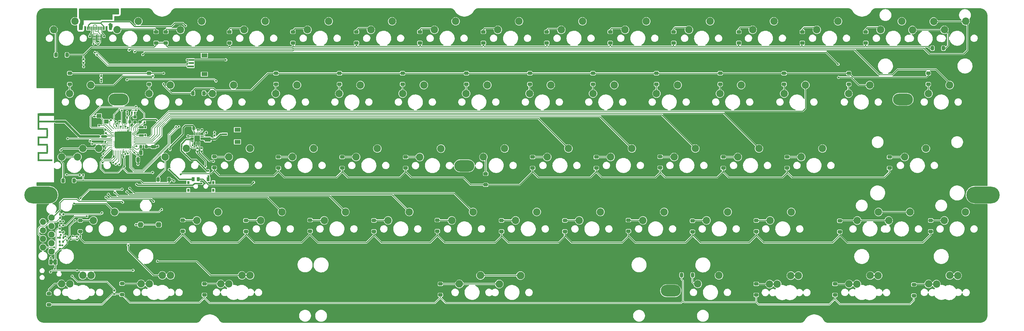
<source format=gbr>
%TF.GenerationSoftware,KiCad,Pcbnew,7.0.1-0*%
%TF.CreationDate,2023-08-04T20:55:53+05:30*%
%TF.ProjectId,Keyboard_60%,4b657962-6f61-4726-945f-3630252e6b69,rev?*%
%TF.SameCoordinates,Original*%
%TF.FileFunction,Copper,L2,Bot*%
%TF.FilePolarity,Positive*%
%FSLAX46Y46*%
G04 Gerber Fmt 4.6, Leading zero omitted, Abs format (unit mm)*
G04 Created by KiCad (PCBNEW 7.0.1-0) date 2023-08-04 20:55:53*
%MOMM*%
%LPD*%
G01*
G04 APERTURE LIST*
G04 Aperture macros list*
%AMRoundRect*
0 Rectangle with rounded corners*
0 $1 Rounding radius*
0 $2 $3 $4 $5 $6 $7 $8 $9 X,Y pos of 4 corners*
0 Add a 4 corners polygon primitive as box body*
4,1,4,$2,$3,$4,$5,$6,$7,$8,$9,$2,$3,0*
0 Add four circle primitives for the rounded corners*
1,1,$1+$1,$2,$3*
1,1,$1+$1,$4,$5*
1,1,$1+$1,$6,$7*
1,1,$1+$1,$8,$9*
0 Add four rect primitives between the rounded corners*
20,1,$1+$1,$2,$3,$4,$5,0*
20,1,$1+$1,$4,$5,$6,$7,0*
20,1,$1+$1,$6,$7,$8,$9,0*
20,1,$1+$1,$8,$9,$2,$3,0*%
G04 Aperture macros list end*
%TA.AperFunction,ComponentPad*%
%ADD10C,2.200000*%
%TD*%
%TA.AperFunction,ComponentPad*%
%ADD11C,1.900000*%
%TD*%
%TA.AperFunction,ComponentPad*%
%ADD12C,1.850000*%
%TD*%
%TA.AperFunction,ComponentPad*%
%ADD13O,9.999980X5.001260*%
%TD*%
%TA.AperFunction,ComponentPad*%
%ADD14O,6.000000X3.500000*%
%TD*%
%TA.AperFunction,ComponentPad*%
%ADD15C,2.250000*%
%TD*%
%TA.AperFunction,SMDPad,CuDef*%
%ADD16RoundRect,0.140000X-0.170000X0.140000X-0.170000X-0.140000X0.170000X-0.140000X0.170000X0.140000X0*%
%TD*%
%TA.AperFunction,SMDPad,CuDef*%
%ADD17RoundRect,0.250000X0.400000X-0.250000X0.400000X0.250000X-0.400000X0.250000X-0.400000X-0.250000X0*%
%TD*%
%TA.AperFunction,SMDPad,CuDef*%
%ADD18RoundRect,0.225000X0.225000X0.250000X-0.225000X0.250000X-0.225000X-0.250000X0.225000X-0.250000X0*%
%TD*%
%TA.AperFunction,SMDPad,CuDef*%
%ADD19RoundRect,0.250000X-0.400000X0.250000X-0.400000X-0.250000X0.400000X-0.250000X0.400000X0.250000X0*%
%TD*%
%TA.AperFunction,SMDPad,CuDef*%
%ADD20R,4.850000X4.850000*%
%TD*%
%TA.AperFunction,ComponentPad*%
%ADD21C,0.600000*%
%TD*%
%TA.AperFunction,SMDPad,CuDef*%
%ADD22C,0.250000*%
%TD*%
%TA.AperFunction,SMDPad,CuDef*%
%ADD23RoundRect,0.140000X0.140000X0.170000X-0.140000X0.170000X-0.140000X-0.170000X0.140000X-0.170000X0*%
%TD*%
%TA.AperFunction,SMDPad,CuDef*%
%ADD24R,1.800000X1.200000*%
%TD*%
%TA.AperFunction,SMDPad,CuDef*%
%ADD25R,1.550000X0.600000*%
%TD*%
%TA.AperFunction,SMDPad,CuDef*%
%ADD26RoundRect,0.135000X0.185000X-0.135000X0.185000X0.135000X-0.185000X0.135000X-0.185000X-0.135000X0*%
%TD*%
%TA.AperFunction,SMDPad,CuDef*%
%ADD27RoundRect,0.250000X-0.250000X-0.400000X0.250000X-0.400000X0.250000X0.400000X-0.250000X0.400000X0*%
%TD*%
%TA.AperFunction,SMDPad,CuDef*%
%ADD28RoundRect,0.250000X0.250000X0.400000X-0.250000X0.400000X-0.250000X-0.400000X0.250000X-0.400000X0*%
%TD*%
%TA.AperFunction,SMDPad,CuDef*%
%ADD29R,0.800000X0.950000*%
%TD*%
%TA.AperFunction,SMDPad,CuDef*%
%ADD30R,0.900000X1.250000*%
%TD*%
%TA.AperFunction,SMDPad,CuDef*%
%ADD31RoundRect,0.140000X-0.140000X-0.170000X0.140000X-0.170000X0.140000X0.170000X-0.140000X0.170000X0*%
%TD*%
%TA.AperFunction,SMDPad,CuDef*%
%ADD32RoundRect,0.135000X-0.135000X-0.185000X0.135000X-0.185000X0.135000X0.185000X-0.135000X0.185000X0*%
%TD*%
%TA.AperFunction,SMDPad,CuDef*%
%ADD33RoundRect,0.250000X-0.250000X-0.475000X0.250000X-0.475000X0.250000X0.475000X-0.250000X0.475000X0*%
%TD*%
%TA.AperFunction,SMDPad,CuDef*%
%ADD34RoundRect,0.135000X-0.185000X0.135000X-0.185000X-0.135000X0.185000X-0.135000X0.185000X0.135000X0*%
%TD*%
%TA.AperFunction,SMDPad,CuDef*%
%ADD35RoundRect,0.140000X0.170000X-0.140000X0.170000X0.140000X-0.170000X0.140000X-0.170000X-0.140000X0*%
%TD*%
%TA.AperFunction,SMDPad,CuDef*%
%ADD36RoundRect,0.147500X0.147500X0.172500X-0.147500X0.172500X-0.147500X-0.172500X0.147500X-0.172500X0*%
%TD*%
%TA.AperFunction,SMDPad,CuDef*%
%ADD37RoundRect,0.250000X-0.475000X0.250000X-0.475000X-0.250000X0.475000X-0.250000X0.475000X0.250000X0*%
%TD*%
%TA.AperFunction,SMDPad,CuDef*%
%ADD38RoundRect,0.218750X-0.256250X0.218750X-0.256250X-0.218750X0.256250X-0.218750X0.256250X0.218750X0*%
%TD*%
%TA.AperFunction,SMDPad,CuDef*%
%ADD39RoundRect,0.006000X0.094000X-0.276500X0.094000X0.276500X-0.094000X0.276500X-0.094000X-0.276500X0*%
%TD*%
%TA.AperFunction,SMDPad,CuDef*%
%ADD40RoundRect,0.020000X0.180000X-0.262500X0.180000X0.262500X-0.180000X0.262500X-0.180000X-0.262500X0*%
%TD*%
%TA.AperFunction,SMDPad,CuDef*%
%ADD41RoundRect,0.218750X0.256250X-0.218750X0.256250X0.218750X-0.256250X0.218750X-0.256250X-0.218750X0*%
%TD*%
%TA.AperFunction,SMDPad,CuDef*%
%ADD42RoundRect,0.135000X0.135000X0.185000X-0.135000X0.185000X-0.135000X-0.185000X0.135000X-0.185000X0*%
%TD*%
%TA.AperFunction,SMDPad,CuDef*%
%ADD43RoundRect,0.375000X0.375000X0.375000X-0.375000X0.375000X-0.375000X-0.375000X0.375000X-0.375000X0*%
%TD*%
%TA.AperFunction,SMDPad,CuDef*%
%ADD44R,1.350000X0.650000*%
%TD*%
%TA.AperFunction,SMDPad,CuDef*%
%ADD45R,1.000000X1.500000*%
%TD*%
%TA.AperFunction,SMDPad,CuDef*%
%ADD46R,1.400000X1.200000*%
%TD*%
%TA.AperFunction,SMDPad,CuDef*%
%ADD47R,0.600000X1.140000*%
%TD*%
%TA.AperFunction,SMDPad,CuDef*%
%ADD48R,0.300000X1.140000*%
%TD*%
%TA.AperFunction,ComponentPad*%
%ADD49O,0.900000X1.700000*%
%TD*%
%TA.AperFunction,ComponentPad*%
%ADD50O,0.900000X2.000000*%
%TD*%
%TA.AperFunction,SMDPad,CuDef*%
%ADD51RoundRect,0.225000X-0.250000X0.225000X-0.250000X-0.225000X0.250000X-0.225000X0.250000X0.225000X0*%
%TD*%
%TA.AperFunction,SMDPad,CuDef*%
%ADD52RoundRect,0.218750X0.218750X0.256250X-0.218750X0.256250X-0.218750X-0.256250X0.218750X-0.256250X0*%
%TD*%
%TA.AperFunction,SMDPad,CuDef*%
%ADD53RoundRect,0.007800X0.422200X0.122200X-0.422200X0.122200X-0.422200X-0.122200X0.422200X-0.122200X0*%
%TD*%
%TA.AperFunction,SMDPad,CuDef*%
%ADD54RoundRect,0.007800X0.122200X-0.422200X0.122200X0.422200X-0.122200X0.422200X-0.122200X-0.422200X0*%
%TD*%
%TA.AperFunction,SMDPad,CuDef*%
%ADD55R,1.680000X1.680000*%
%TD*%
%TA.AperFunction,SMDPad,CuDef*%
%ADD56R,0.500000X5.000000*%
%TD*%
%TA.AperFunction,SMDPad,CuDef*%
%ADD57R,0.500000X0.500000*%
%TD*%
%TA.AperFunction,SMDPad,CuDef*%
%ADD58R,4.900000X0.500000*%
%TD*%
%TA.AperFunction,SMDPad,CuDef*%
%ADD59R,2.640000X0.500000*%
%TD*%
%TA.AperFunction,SMDPad,CuDef*%
%ADD60R,0.500000X2.000000*%
%TD*%
%TA.AperFunction,SMDPad,CuDef*%
%ADD61R,0.500000X2.700000*%
%TD*%
%TA.AperFunction,SMDPad,CuDef*%
%ADD62R,3.940000X0.500000*%
%TD*%
%TA.AperFunction,SMDPad,CuDef*%
%ADD63R,4.900000X0.900000*%
%TD*%
%TA.AperFunction,SMDPad,CuDef*%
%ADD64RoundRect,0.147500X-0.147500X-0.172500X0.147500X-0.172500X0.147500X0.172500X-0.147500X0.172500X0*%
%TD*%
%TA.AperFunction,ViaPad*%
%ADD65C,0.600000*%
%TD*%
%TA.AperFunction,Conductor*%
%ADD66C,0.790000*%
%TD*%
%TA.AperFunction,Conductor*%
%ADD67C,0.200000*%
%TD*%
%TA.AperFunction,Conductor*%
%ADD68C,0.400000*%
%TD*%
%TA.AperFunction,Conductor*%
%ADD69C,0.254000*%
%TD*%
%TA.AperFunction,Conductor*%
%ADD70C,0.210000*%
%TD*%
%TA.AperFunction,Conductor*%
%ADD71C,0.300000*%
%TD*%
%TA.AperFunction,Conductor*%
%ADD72C,0.180000*%
%TD*%
%TA.AperFunction,Conductor*%
%ADD73C,0.150000*%
%TD*%
G04 APERTURE END LIST*
%TA.AperFunction,EtchedComponent*%
%TO.C,JP1*%
G36*
X5850000Y-76900000D02*
G01*
X5350000Y-76900000D01*
X5350000Y-76300000D01*
X5850000Y-76300000D01*
X5850000Y-76900000D01*
G37*
%TD.AperFunction*%
%TD*%
D10*
%TO.P,MX17,1,A*%
%TO.N,Net-(D18-A)*%
X10550000Y-26140000D03*
%TO.P,MX17,2,B*%
%TO.N,/COL0*%
X16900000Y-23600000D03*
%TD*%
%TO.P,MX68,1,A*%
%TO.N,Net-(D59-A)*%
X34430000Y-83160000D03*
%TO.P,MX68,2,B*%
%TO.N,/COL1*%
X40780000Y-80620000D03*
%TD*%
%TO.P,MX3,1,A*%
%TO.N,Net-(D5-A)*%
X43750000Y-7040000D03*
%TO.P,MX3,2,B*%
%TO.N,/COL2*%
X50100000Y-4500000D03*
%TD*%
%TO.P,MX34,1,A*%
%TO.N,Net-(D34-A)*%
X58180000Y-45130000D03*
%TO.P,MX34,2,B*%
%TO.N,/COL2*%
X64530000Y-42590000D03*
%TD*%
%TO.P,MX61,1,A*%
%TO.N,Net-(D60-A)*%
X55790000Y-83140000D03*
%TO.P,MX61,2,B*%
%TO.N,/COL2*%
X62140000Y-80600000D03*
%TD*%
%TO.P,MX59,1,A*%
%TO.N,Net-(D58-A)*%
X8120000Y-83140000D03*
%TO.P,MX59,2,B*%
%TO.N,/COL0*%
X14470000Y-80600000D03*
%TD*%
%TO.P,MX56,1,A*%
%TO.N,Net-(D56-A)*%
X246355000Y-64160000D03*
%TO.P,MX56,2,B*%
%TO.N,/COL12*%
X252705000Y-61620000D03*
%TD*%
%TO.P,MX18,1,A*%
%TO.N,Net-(D19-A)*%
X34350000Y-26140000D03*
%TO.P,MX18,2,B*%
%TO.N,/COL1*%
X40700000Y-23600000D03*
%TD*%
%TO.P,MX5,1,A*%
%TO.N,Net-(D7-A)*%
X81750000Y-7040000D03*
%TO.P,MX5,2,B*%
%TO.N,/COL4*%
X88100000Y-4500000D03*
%TD*%
%TO.P,MX26,1,A*%
%TO.N,Net-(D27-A)*%
X186250000Y-26140000D03*
%TO.P,MX26,2,B*%
%TO.N,/COL9*%
X192600000Y-23600000D03*
%TD*%
%TO.P,MX19,1,A*%
%TO.N,Net-(D20-A)*%
X53250000Y-26140000D03*
%TO.P,MX19,2,B*%
%TO.N,/COL2*%
X59600000Y-23600000D03*
%TD*%
D11*
%TO.P,J3,1,Pin_1*%
%TO.N,/DB_SWDCLK*%
X2560000Y-72180000D03*
%TO.P,J3,2,Pin_2*%
%TO.N,/DB_SWO*%
X2560000Y-69640000D03*
D12*
%TO.P,J3,3,Pin_3*%
%TO.N,unconnected-(J3-Pin_3-Pad3)*%
X2560000Y-67100000D03*
%TO.P,J3,4,Pin_4*%
%TO.N,unconnected-(J3-Pin_4-Pad4)*%
X2560000Y-64560000D03*
%TO.P,J3,5,Pin_5*%
%TO.N,GND*%
X2560000Y-62020000D03*
D11*
%TO.P,J3,6,Pin_6*%
%TO.N,/DB_SWDIO*%
X5100000Y-73450000D03*
%TO.P,J3,7,Pin_7*%
%TO.N,/~{nReset}*%
X5100000Y-70910000D03*
%TO.P,J3,8,Pin_8*%
%TO.N,unconnected-(J3-Pin_8-Pad8)*%
X5100000Y-68370000D03*
%TO.P,J3,9,Pin_9*%
%TO.N,unconnected-(J3-Pin_9-Pad9)*%
X5100000Y-65830000D03*
%TO.P,J3,10,Pin_10*%
%TO.N,/VDD_nRF*%
X5100000Y-63290000D03*
%TD*%
D10*
%TO.P,MX40,1,A*%
%TO.N,Net-(D40-A)*%
X172535000Y-45140000D03*
%TO.P,MX40,2,B*%
%TO.N,/COL8*%
X178885000Y-42600000D03*
%TD*%
%TO.P,MX41,1,A*%
%TO.N,Net-(D41-A)*%
X191535000Y-45140000D03*
%TO.P,MX41,2,B*%
%TO.N,/COL9*%
X197885000Y-42600000D03*
%TD*%
D13*
%TO.P,H5,*%
%TO.N,*%
X2000000Y-56500000D03*
%TD*%
D10*
%TO.P,MX57,1,A*%
%TO.N,Net-(D57-A)*%
X272435000Y-64160000D03*
%TO.P,MX57,2,B*%
%TO.N,/COL13*%
X278785000Y-61620000D03*
%TD*%
%TO.P,MX45,1,A*%
%TO.N,Net-(D45-A)*%
X17660000Y-64140000D03*
%TO.P,MX45,2,B*%
%TO.N,/COL0*%
X24010000Y-61600000D03*
%TD*%
%TO.P,MX33,1,A*%
%TO.N,Net-(D33-A)*%
X39110000Y-45130000D03*
%TO.P,MX33,2,B*%
%TO.N,/COL1*%
X45460000Y-42590000D03*
%TD*%
%TO.P,MX69,1,A*%
%TO.N,Net-(D60-A)*%
X58210000Y-83165000D03*
%TO.P,MX69,2,B*%
%TO.N,/COL2*%
X64560000Y-80625000D03*
%TD*%
%TO.P,MX20,1,A*%
%TO.N,Net-(D21-A)*%
X72250000Y-26140000D03*
%TO.P,MX20,2,B*%
%TO.N,/COL3*%
X78600000Y-23600000D03*
%TD*%
%TO.P,MX24,1,A*%
%TO.N,Net-(D25-A)*%
X148250000Y-26140000D03*
%TO.P,MX24,2,B*%
%TO.N,/COL7*%
X154600000Y-23600000D03*
%TD*%
%TO.P,MX8,1,A*%
%TO.N,Net-(D10-A)*%
X138750000Y-7040000D03*
%TO.P,MX8,2,B*%
%TO.N,/COL7*%
X145100000Y-4500000D03*
%TD*%
%TO.P,MX48,1,A*%
%TO.N,Net-(D48-A)*%
X86770000Y-64140000D03*
%TO.P,MX48,2,B*%
%TO.N,/COL4*%
X93120000Y-61600000D03*
%TD*%
%TO.P,MX51,1,A*%
%TO.N,Net-(D51-A)*%
X144050000Y-64140000D03*
%TO.P,MX51,2,B*%
%TO.N,/COL7*%
X150400000Y-61600000D03*
%TD*%
%TO.P,MX7,1,A*%
%TO.N,Net-(D9-A)*%
X119750000Y-7040000D03*
%TO.P,MX7,2,B*%
%TO.N,/COL6*%
X126100000Y-4500000D03*
%TD*%
%TO.P,MX2,1,A*%
%TO.N,Net-(D4-A)*%
X24750000Y-7040000D03*
%TO.P,MX2,2,B*%
%TO.N,/COL1*%
X31100000Y-4500000D03*
%TD*%
D14*
%TO.P,H2,*%
%TO.N,*%
X260050000Y-27900000D03*
%TD*%
%TO.P,H3,*%
%TO.N,*%
X128700000Y-47800000D03*
%TD*%
D10*
%TO.P,MX31,1,A*%
%TO.N,Net-(D32-A)*%
X12910000Y-45110000D03*
%TO.P,MX31,2,B*%
%TO.N,/COL0*%
X19260000Y-42570000D03*
%TD*%
D15*
%TO.P,MX62,1,A*%
%TO.N,Net-(D61-A)*%
X127224900Y-83160000D03*
%TO.P,MX62,2,B*%
%TO.N,/COL6*%
X133574900Y-80620000D03*
%TD*%
D10*
%TO.P,MX47,1,A*%
%TO.N,Net-(D47-A)*%
X67720000Y-64140000D03*
%TO.P,MX47,2,B*%
%TO.N,/COL3*%
X74070000Y-61600000D03*
%TD*%
%TO.P,MX16,1,A*%
%TO.N,Net-(D17-A)*%
X262885000Y-7100000D03*
%TO.P,MX16,2,B*%
%TO.N,/COL14*%
X269235000Y-4560000D03*
%TD*%
D14*
%TO.P,H1,*%
%TO.N,*%
X25200000Y-27900000D03*
%TD*%
D10*
%TO.P,MX55,1,A*%
%TO.N,Net-(D55-A)*%
X220250000Y-64140000D03*
%TO.P,MX55,2,B*%
%TO.N,/COL11*%
X226600000Y-61600000D03*
%TD*%
%TO.P,MX32,1,A*%
%TO.N,Net-(D32-A)*%
X8150000Y-45140000D03*
%TO.P,MX32,2,B*%
%TO.N,/COL0*%
X14500000Y-42600000D03*
%TD*%
%TO.P,MX13,1,A*%
%TO.N,Net-(D15-A)*%
X234250000Y-7040000D03*
%TO.P,MX13,2,B*%
%TO.N,/COL12*%
X240600000Y-4500000D03*
%TD*%
%TO.P,MX27,1,A*%
%TO.N,Net-(D28-A)*%
X205250000Y-26140000D03*
%TO.P,MX27,2,B*%
%TO.N,/COL10*%
X211600000Y-23600000D03*
%TD*%
%TO.P,MX30,1,A*%
%TO.N,Net-(D31-A)*%
X267680000Y-26140000D03*
%TO.P,MX30,2,B*%
%TO.N,/COL13*%
X274030000Y-23600000D03*
%TD*%
%TO.P,MX35,1,A*%
%TO.N,Net-(D35-A)*%
X77230000Y-45120000D03*
%TO.P,MX35,2,B*%
%TO.N,/COL3*%
X83580000Y-42580000D03*
%TD*%
%TO.P,MX64,1,A*%
%TO.N,Net-(D63-A)*%
X222395000Y-83210000D03*
%TO.P,MX64,2,B*%
%TO.N,/COL11*%
X228745000Y-80670000D03*
%TD*%
%TO.P,MX58,1,A*%
%TO.N,Net-(D56-A)*%
X255775000Y-64160000D03*
%TO.P,MX58,2,B*%
%TO.N,/COL12*%
X262125000Y-61620000D03*
%TD*%
%TO.P,MX72,1,A*%
%TO.N,Net-(D64-A)*%
X243910000Y-83165000D03*
%TO.P,MX72,2,B*%
%TO.N,/COL12*%
X250260000Y-80625000D03*
%TD*%
%TO.P,MX67,1,A*%
%TO.N,Net-(D58-A)*%
X10650000Y-83165000D03*
%TO.P,MX67,2,B*%
%TO.N,/COL0*%
X17000000Y-80625000D03*
%TD*%
%TO.P,MX42,1,A*%
%TO.N,Net-(D42-A)*%
X210585000Y-45140000D03*
%TO.P,MX42,2,B*%
%TO.N,/COL10*%
X216935000Y-42600000D03*
%TD*%
%TO.P,MX28,1,A*%
%TO.N,Net-(D29-A)*%
X224485000Y-26140000D03*
%TO.P,MX28,2,B*%
%TO.N,/COL11*%
X230835000Y-23600000D03*
%TD*%
%TO.P,MX66,1,A*%
%TO.N,Net-(D65-A)*%
X270075000Y-83210000D03*
%TO.P,MX66,2,B*%
%TO.N,/COL13*%
X276425000Y-80670000D03*
%TD*%
%TO.P,MX49,1,A*%
%TO.N,Net-(D49-A)*%
X105880000Y-64140000D03*
%TO.P,MX49,2,B*%
%TO.N,/COL5*%
X112230000Y-61600000D03*
%TD*%
%TO.P,MX10,1,A*%
%TO.N,Net-(D12-A)*%
X176850000Y-7040000D03*
%TO.P,MX10,2,B*%
%TO.N,/COL9*%
X183200000Y-4500000D03*
%TD*%
D14*
%TO.P,H4,*%
%TO.N,*%
X190500000Y-85200000D03*
%TD*%
D10*
%TO.P,MX15,1,A*%
%TO.N,Net-(D17-A)*%
X272450000Y-7040000D03*
%TO.P,MX15,2,B*%
%TO.N,/COL14*%
X278800000Y-4500000D03*
%TD*%
%TO.P,MX21,1,A*%
%TO.N,Net-(D22-A)*%
X91250000Y-26140000D03*
%TO.P,MX21,2,B*%
%TO.N,/COL4*%
X97600000Y-23600000D03*
%TD*%
%TO.P,MX43,1,A*%
%TO.N,Net-(D43-A)*%
X229585000Y-45140000D03*
%TO.P,MX43,2,B*%
%TO.N,/COL11*%
X235935000Y-42600000D03*
%TD*%
%TO.P,MX39,1,A*%
%TO.N,Net-(D39-A)*%
X153535000Y-45140000D03*
%TO.P,MX39,2,B*%
%TO.N,/COL7*%
X159885000Y-42600000D03*
%TD*%
%TO.P,MX29,1,A*%
%TO.N,Net-(D30-A)*%
X243750000Y-26140000D03*
%TO.P,MX29,2,B*%
%TO.N,/COL12*%
X250100000Y-23600000D03*
%TD*%
%TO.P,MX73,1,A*%
%TO.N,Net-(D65-A)*%
X267710000Y-83150000D03*
%TO.P,MX73,2,B*%
%TO.N,/COL13*%
X274060000Y-80610000D03*
%TD*%
%TO.P,MX60,1,A*%
%TO.N,Net-(D59-A)*%
X31950000Y-83140000D03*
%TO.P,MX60,2,B*%
%TO.N,/COL1*%
X38300000Y-80600000D03*
%TD*%
%TO.P,MX23,1,A*%
%TO.N,Net-(D24-A)*%
X129250000Y-26140000D03*
%TO.P,MX23,2,B*%
%TO.N,/COL6*%
X135600000Y-23600000D03*
%TD*%
%TO.P,MX46,1,A*%
%TO.N,Net-(D46-A)*%
X48620000Y-64140000D03*
%TO.P,MX46,2,B*%
%TO.N,/COL2*%
X54970000Y-61600000D03*
%TD*%
D15*
%TO.P,MX70,1,A*%
%TO.N,Net-(D61-A)*%
X139180000Y-83180000D03*
%TO.P,MX70,2,B*%
%TO.N,/COL6*%
X145530000Y-80640000D03*
%TD*%
D10*
%TO.P,MX11,1,A*%
%TO.N,Net-(D13-A)*%
X195950000Y-7040000D03*
%TO.P,MX11,2,B*%
%TO.N,/COL10*%
X202300000Y-4500000D03*
%TD*%
%TO.P,MX9,1,A*%
%TO.N,Net-(D11-A)*%
X157750000Y-7040000D03*
%TO.P,MX9,2,B*%
%TO.N,/COL8*%
X164100000Y-4500000D03*
%TD*%
%TO.P,MX12,1,A*%
%TO.N,Net-(D14-A)*%
X215050000Y-7040000D03*
%TO.P,MX12,2,B*%
%TO.N,/COL11*%
X221400000Y-4500000D03*
%TD*%
%TO.P,MX50,1,A*%
%TO.N,Net-(D50-A)*%
X124960000Y-64140000D03*
%TO.P,MX50,2,B*%
%TO.N,/COL6*%
X131310000Y-61600000D03*
%TD*%
%TO.P,MX6,1,A*%
%TO.N,Net-(D8-A)*%
X100750000Y-7040000D03*
%TO.P,MX6,2,B*%
%TO.N,/COL5*%
X107100000Y-4500000D03*
%TD*%
%TO.P,MX1,1,A*%
%TO.N,Net-(D3-A)*%
X5750000Y-7040000D03*
%TO.P,MX1,2,B*%
%TO.N,/COL0*%
X12100000Y-4500000D03*
%TD*%
D13*
%TO.P,H6,*%
%TO.N,*%
X284000000Y-56500000D03*
%TD*%
D10*
%TO.P,MX54,1,A*%
%TO.N,Net-(D54-A)*%
X201220000Y-64140000D03*
%TO.P,MX54,2,B*%
%TO.N,/COL10*%
X207570000Y-61600000D03*
%TD*%
%TO.P,MX4,1,A*%
%TO.N,Net-(D6-A)*%
X62750000Y-7040000D03*
%TO.P,MX4,2,B*%
%TO.N,/COL3*%
X69100000Y-4500000D03*
%TD*%
%TO.P,MX22,1,A*%
%TO.N,Net-(D23-A)*%
X110250000Y-26140000D03*
%TO.P,MX22,2,B*%
%TO.N,/COL5*%
X116600000Y-23600000D03*
%TD*%
%TO.P,MX14,1,A*%
%TO.N,Net-(D16-A)*%
X253350000Y-7040000D03*
%TO.P,MX14,2,B*%
%TO.N,/COL13*%
X259700000Y-4500000D03*
%TD*%
%TO.P,MX65,1,A*%
%TO.N,Net-(D64-A)*%
X246245000Y-83210000D03*
%TO.P,MX65,2,B*%
%TO.N,/COL12*%
X252595000Y-80670000D03*
%TD*%
%TO.P,MX53,1,A*%
%TO.N,Net-(D53-A)*%
X182180000Y-64140000D03*
%TO.P,MX53,2,B*%
%TO.N,/COL9*%
X188530000Y-61600000D03*
%TD*%
%TO.P,MX38,1,A*%
%TO.N,Net-(D38-A)*%
X134435000Y-45140000D03*
%TO.P,MX38,2,B*%
%TO.N,/COL6*%
X140785000Y-42600000D03*
%TD*%
%TO.P,MX37,1,A*%
%TO.N,Net-(D37-A)*%
X115370000Y-45170000D03*
%TO.P,MX37,2,B*%
%TO.N,/COL5*%
X121720000Y-42630000D03*
%TD*%
%TO.P,MX52,1,A*%
%TO.N,Net-(D52-A)*%
X163110000Y-64140000D03*
%TO.P,MX52,2,B*%
%TO.N,/COL8*%
X169460000Y-61600000D03*
%TD*%
%TO.P,MX63,1,A*%
%TO.N,Net-(D62-A)*%
X198595000Y-83160000D03*
%TO.P,MX63,2,B*%
%TO.N,/COL10*%
X204945000Y-80620000D03*
%TD*%
%TO.P,MX44,1,A*%
%TO.N,Net-(D44-A)*%
X260550000Y-45140000D03*
%TO.P,MX44,2,B*%
%TO.N,/COL13*%
X266900000Y-42600000D03*
%TD*%
%TO.P,MX71,1,A*%
%TO.N,Net-(D63-A)*%
X220110000Y-83205000D03*
%TO.P,MX71,2,B*%
%TO.N,/COL11*%
X226460000Y-80665000D03*
%TD*%
%TO.P,MX25,1,A*%
%TO.N,Net-(D26-A)*%
X167250000Y-26140000D03*
%TO.P,MX25,2,B*%
%TO.N,/COL8*%
X173600000Y-23600000D03*
%TD*%
%TO.P,MX36,1,A*%
%TO.N,Net-(D36-A)*%
X96310000Y-45150000D03*
%TO.P,MX36,2,B*%
%TO.N,/COL4*%
X102660000Y-42610000D03*
%TD*%
D16*
%TO.P,C5,1*%
%TO.N,GND*%
X22915000Y-33170000D03*
%TO.P,C5,2*%
%TO.N,Net-(U3-XC2)*%
X22915000Y-34130000D03*
%TD*%
D17*
%TO.P,D47,1,K*%
%TO.N,/switch_matrix/ROW3*%
X63335000Y-67450000D03*
%TO.P,D47,2,A*%
%TO.N,Net-(D47-A)*%
X63335000Y-64150000D03*
%TD*%
%TO.P,D4,1,K*%
%TO.N,/switch_matrix/ROW0*%
X36435000Y-10950000D03*
%TO.P,D4,2,A*%
%TO.N,Net-(D4-A)*%
X36435000Y-7650000D03*
%TD*%
D18*
%TO.P,C14,1*%
%TO.N,Net-(U3-DEC4)*%
X28525000Y-34650000D03*
%TO.P,C14,2*%
%TO.N,GND*%
X26975000Y-34650000D03*
%TD*%
D19*
%TO.P,D31,1,K*%
%TO.N,/switch_matrix/ROW1*%
X267635000Y-20050000D03*
%TO.P,D31,2,A*%
%TO.N,Net-(D31-A)*%
X267635000Y-23350000D03*
%TD*%
D20*
%TO.P,U3,74,VSS*%
%TO.N,GND*%
X26500000Y-40000000D03*
D21*
%TO.P,U3,74_1,VSS*%
X28300000Y-38200000D03*
%TO.P,U3,74_2,VSS*%
X27100000Y-38200000D03*
%TO.P,U3,74_3,VSS*%
X25900000Y-38200000D03*
%TO.P,U3,74_4,VSS*%
X24700000Y-38200000D03*
%TO.P,U3,74_5,VSS*%
X28300000Y-39400000D03*
%TO.P,U3,74_6,VSS*%
X27100000Y-39400000D03*
%TO.P,U3,74_7,VSS*%
X25900000Y-39400000D03*
%TO.P,U3,74_8,VSS*%
X24700000Y-39400000D03*
%TO.P,U3,74_9,VSS*%
X28300000Y-40600000D03*
%TO.P,U3,74_10,VSS*%
X27100000Y-40600000D03*
%TO.P,U3,74_11,VSS*%
X25900000Y-40600000D03*
%TO.P,U3,74_12,VSS*%
X24700000Y-40600000D03*
%TO.P,U3,74_13,VSS*%
X28300000Y-41800000D03*
%TO.P,U3,74_14,VSS*%
X27100000Y-41800000D03*
%TO.P,U3,74_15,VSS*%
X25900000Y-41800000D03*
%TO.P,U3,74_16,VSS*%
X24700000Y-41800000D03*
D22*
%TO.P,U3,A8,P0.31/AIN7*%
%TO.N,/COL12*%
X27750000Y-36750000D03*
%TO.P,U3,A10,P0.29/AIN5*%
%TO.N,/COL13*%
X27250000Y-36750000D03*
%TO.P,U3,A12,P0.02/AIN0*%
%TO.N,/VBATT_nRF*%
X26750000Y-36750000D03*
%TO.P,U3,A14,P1.15*%
%TO.N,/COL14*%
X26250000Y-36750000D03*
%TO.P,U3,A16,P1.13*%
%TO.N,/ROW1*%
X25750000Y-36750000D03*
%TO.P,U3,A18,DEC2*%
%TO.N,Net-(U3-DEC2)*%
X25250000Y-36750000D03*
%TO.P,U3,A20,P1.10*%
%TO.N,/ROW0*%
X24750000Y-36750000D03*
%TO.P,U3,A22,VDD*%
%TO.N,/VDD_nRF*%
X24250000Y-36750000D03*
%TO.P,U3,A23,XC2*%
%TO.N,Net-(U3-XC2)*%
X23750000Y-36750000D03*
%TO.P,U3,AA24,SWDCLK*%
%TO.N,Net-(U3-SWDCLK)*%
X23250000Y-42250000D03*
%TO.P,U3,AB2,DCCH*%
%TO.N,Net-(U3-DCCH)*%
X29250000Y-42500000D03*
%TO.P,U3,AC5,DECUSB*%
%TO.N,Net-(U3-DECUSB)*%
X28500000Y-42750000D03*
%TO.P,U3,AC9,P0.14*%
%TO.N,unconnected-(U3-P0.14-PadAC9)*%
X27500000Y-42750000D03*
%TO.P,U3,AC11,P0.16*%
%TO.N,unconnected-(U3-P0.16-PadAC11)*%
X27000000Y-42750000D03*
%TO.P,U3,AC13,P0.18/NRESET*%
%TO.N,/~{nReset}*%
X26500000Y-42750000D03*
%TO.P,U3,AC15,P0.19*%
%TO.N,unconnected-(U3-P0.19-PadAC15)*%
X26000000Y-42750000D03*
%TO.P,U3,AC17,P0.21*%
%TO.N,unconnected-(U3-P0.21-PadAC17)*%
X25500000Y-42750000D03*
%TO.P,U3,AC19,P0.23*%
%TO.N,unconnected-(U3-P0.23-PadAC19)*%
X25000000Y-42750000D03*
%TO.P,U3,AC21,P0.25*%
%TO.N,unconnected-(U3-P0.25-PadAC21)*%
X24500000Y-42750000D03*
%TO.P,U3,AC24,SWDIO*%
%TO.N,Net-(U3-SWDIO)*%
X23250000Y-42750000D03*
%TO.P,U3,AD2,VBUS*%
%TO.N,/VBUS*%
X29250000Y-43250000D03*
%TO.P,U3,AD4,D-*%
%TO.N,/USB_D-*%
X28750000Y-43250000D03*
%TO.P,U3,AD6,D+*%
%TO.N,/USB_D+*%
X28250000Y-43250000D03*
%TO.P,U3,AD8,P0.13*%
%TO.N,/COL6*%
X27750000Y-43250000D03*
%TO.P,U3,AD10,P0.15*%
%TO.N,/COL5*%
X27250000Y-43250000D03*
%TO.P,U3,AD12,P0.17*%
%TO.N,/~{nReset}*%
X26750000Y-43250000D03*
%TO.P,U3,AD14,VDD*%
%TO.N,/VDD_nRF*%
X26250000Y-43250000D03*
%TO.P,U3,AD16,P0.20*%
%TO.N,/COL1*%
X25750000Y-43250000D03*
%TO.P,U3,AD18,P0.22*%
%TO.N,/COL4*%
X25250000Y-43250000D03*
%TO.P,U3,AD20,P0.24*%
%TO.N,/COL3*%
X24750000Y-43250000D03*
%TO.P,U3,AD22,P1.00/SWO*%
%TO.N,Net-(U3-P1.00{slash}SWO)*%
X24250000Y-43250000D03*
%TO.P,U3,AD23,VDD*%
%TO.N,/VDD_nRF*%
X23750000Y-43250000D03*
%TO.P,U3,B1,VDD*%
X29750000Y-37250000D03*
%TO.P,U3,B3,DCC*%
%TO.N,Net-(U3-DCC)*%
X29000000Y-37250000D03*
%TO.P,U3,B5,DEC4*%
%TO.N,Net-(U3-DEC4)*%
X28500000Y-37250000D03*
%TO.P,U3,B7,VSS*%
%TO.N,GND*%
X28000000Y-37250000D03*
%TO.P,U3,B9,P0.30/AIN6*%
%TO.N,unconnected-(U3-P0.30{slash}AIN6-PadB9)*%
X27500000Y-37250000D03*
%TO.P,U3,B11,P0.28/AIN4*%
%TO.N,unconnected-(U3-P0.28{slash}AIN4-PadB11)*%
X27000000Y-37250000D03*
%TO.P,U3,B13,P0.03/AIN1*%
%TO.N,unconnected-(U3-P0.03{slash}AIN1-PadB13)*%
X26500000Y-37250000D03*
%TO.P,U3,B15,P1.14*%
%TO.N,unconnected-(U3-P1.14-PadB15)*%
X26000000Y-37250000D03*
%TO.P,U3,B17,P1.12*%
%TO.N,unconnected-(U3-P1.12-PadB17)*%
X25500000Y-37250000D03*
%TO.P,U3,B19,P1.11*%
%TO.N,unconnected-(U3-P1.11-PadB19)*%
X25000000Y-37250000D03*
%TO.P,U3,B24,XC1*%
%TO.N,Net-(U3-XC1)*%
X23250000Y-37250000D03*
%TO.P,U3,C1,DEC1*%
%TO.N,Net-(U3-DEC1)*%
X29750000Y-37750000D03*
%TO.P,U3,D2,P0.00/XL1*%
%TO.N,Net-(U3-P0.00{slash}XL1)*%
X29250000Y-38000000D03*
%TO.P,U3,D23,DEC3*%
%TO.N,Net-(U3-DEC3)*%
X23750000Y-38000000D03*
%TO.P,U3,E24,DEC6*%
%TO.N,Net-(U3-DEC4)*%
X23250000Y-38250000D03*
%TO.P,U3,F2,P0.01/XL2*%
%TO.N,Net-(U3-P0.01{slash}XL2)*%
X29250000Y-38500000D03*
%TO.P,U3,F23,VSS_PA*%
%TO.N,Net-(U3-VSS_PA)*%
X23750000Y-38500000D03*
%TO.P,U3,G1,P0.26*%
%TO.N,/COL11*%
X29750000Y-38750000D03*
%TO.P,U3,H2,P0.27*%
%TO.N,unconnected-(U3-P0.27-PadH2)*%
X29250000Y-39000000D03*
%TO.P,U3,H23,ANT*%
%TO.N,Net-(U3-ANT)*%
X23750000Y-39000000D03*
%TO.P,U3,J1,P0.04/AIN2*%
%TO.N,/COL10*%
X29750000Y-39250000D03*
%TO.P,U3,J24,P0.10/NFC2*%
%TO.N,/ROW2*%
X23250000Y-39250000D03*
%TO.P,U3,K2,P0.05/AIN3*%
%TO.N,unconnected-(U3-P0.05{slash}AIN3-PadK2)*%
X29250000Y-39500000D03*
%TO.P,U3,L1,P0.06*%
%TO.N,/COL9*%
X29750000Y-39750000D03*
%TO.P,U3,L24,P0.09/NFC1*%
%TO.N,/ROW3*%
X23250000Y-39750000D03*
%TO.P,U3,M2,P0.07/TRACECLK*%
%TO.N,unconnected-(U3-P0.07{slash}TRACECLK-PadM2)*%
X29250000Y-40000000D03*
%TO.P,U3,N1,P0.08*%
%TO.N,/COL8*%
X29750000Y-40250000D03*
%TO.P,U3,N24,DEC5*%
%TO.N,Net-(U3-DEC5)*%
X23250000Y-40250000D03*
%TO.P,U3,P2,P1.08*%
%TO.N,unconnected-(U3-P1.08-PadP2)*%
X29250000Y-40500000D03*
%TO.P,U3,P23,P1.07*%
%TO.N,unconnected-(U3-P1.07-PadP23)*%
X23750000Y-40500000D03*
%TO.P,U3,R1,P1.09/TRACEDATA3*%
%TO.N,/COL7*%
X29750000Y-40750000D03*
%TO.P,U3,R24,P1.06*%
%TO.N,/ROW4*%
X23250000Y-40750000D03*
%TO.P,U3,T2,P0.11/TRACEDATA2*%
%TO.N,unconnected-(U3-P0.11{slash}TRACEDATA2-PadT2)*%
X29250000Y-41000000D03*
%TO.P,U3,T23,P1.05*%
%TO.N,unconnected-(U3-P1.05-PadT23)*%
X23750000Y-41000000D03*
%TO.P,U3,U1,P0.12/TRACEDATA1*%
%TO.N,unconnected-(U3-P0.12{slash}TRACEDATA1-PadU1)*%
X29750000Y-41250000D03*
%TO.P,U3,U24,P1.04*%
%TO.N,/COL0*%
X23250000Y-41250000D03*
%TO.P,U3,V23,P1.03*%
%TO.N,unconnected-(U3-P1.03-PadV23)*%
X23750000Y-41500000D03*
%TO.P,U3,W1,VDD*%
%TO.N,/VDD_nRF*%
X29750000Y-41750000D03*
%TO.P,U3,W24,P1.02*%
%TO.N,/COL2*%
X23250000Y-41750000D03*
%TO.P,U3,Y2,VDDH*%
%TO.N,/VBUS*%
X29250000Y-42000000D03*
%TO.P,U3,Y23,P1.01*%
%TO.N,unconnected-(U3-P1.01-PadY23)*%
X23750000Y-42000000D03*
%TD*%
D23*
%TO.P,C27,1*%
%TO.N,GND*%
X33930000Y-34750000D03*
%TO.P,C27,2*%
%TO.N,Net-(U3-DEC1)*%
X32970000Y-34750000D03*
%TD*%
D24*
%TO.P,J1,*%
%TO.N,*%
X50875000Y-14740000D03*
X50875000Y-20340000D03*
D25*
%TO.P,J1,1,Pin_1*%
%TO.N,/USB and Power management/VBUS*%
X47000000Y-16040000D03*
%TO.P,J1,2,Pin_2*%
%TO.N,/USB_D-*%
X47000000Y-17040000D03*
%TO.P,J1,3,Pin_3*%
%TO.N,/USB_D+*%
X47000000Y-18040000D03*
%TO.P,J1,4,Pin_4*%
%TO.N,GND*%
X47000000Y-19040000D03*
%TD*%
D17*
%TO.P,D45,1,K*%
%TO.N,/switch_matrix/ROW3*%
X13735000Y-67450000D03*
%TO.P,D45,2,A*%
%TO.N,Net-(D45-A)*%
X13735000Y-64150000D03*
%TD*%
D26*
%TO.P,R23,1*%
%TO.N,/switch_matrix/ROW4*%
X23935000Y-86210000D03*
%TO.P,R23,2*%
%TO.N,/ROW4*%
X23935000Y-85190000D03*
%TD*%
D17*
%TO.P,D9,1,K*%
%TO.N,/switch_matrix/ROW0*%
X115400000Y-10950000D03*
%TO.P,D9,2,A*%
%TO.N,Net-(D9-A)*%
X115400000Y-7650000D03*
%TD*%
%TO.P,D5,1,K*%
%TO.N,/switch_matrix/ROW0*%
X39335000Y-10950000D03*
%TO.P,D5,2,A*%
%TO.N,Net-(D5-A)*%
X39335000Y-7650000D03*
%TD*%
D27*
%TO.P,D62,1,K*%
%TO.N,/switch_matrix/ROW4*%
X193750000Y-80500000D03*
%TO.P,D62,2,A*%
%TO.N,Net-(D62-A)*%
X197050000Y-80500000D03*
%TD*%
D19*
%TO.P,D26,1,K*%
%TO.N,/switch_matrix/ROW1*%
X167235000Y-20050000D03*
%TO.P,D26,2,A*%
%TO.N,Net-(D26-A)*%
X167235000Y-23350000D03*
%TD*%
%TO.P,D21,1,K*%
%TO.N,/switch_matrix/ROW1*%
X72335000Y-20050000D03*
%TO.P,D21,2,A*%
%TO.N,Net-(D21-A)*%
X72335000Y-23350000D03*
%TD*%
%TO.P,D23,1,K*%
%TO.N,/switch_matrix/ROW1*%
X110235000Y-20050000D03*
%TO.P,D23,2,A*%
%TO.N,Net-(D23-A)*%
X110235000Y-23350000D03*
%TD*%
D17*
%TO.P,D39,1,K*%
%TO.N,/switch_matrix/ROW2*%
X149135000Y-48450000D03*
%TO.P,D39,2,A*%
%TO.N,Net-(D39-A)*%
X149135000Y-45150000D03*
%TD*%
%TO.P,D37,1,K*%
%TO.N,/switch_matrix/ROW2*%
X111135000Y-48450000D03*
%TO.P,D37,2,A*%
%TO.N,Net-(D37-A)*%
X111135000Y-45150000D03*
%TD*%
D28*
%TO.P,D32,1,K*%
%TO.N,/switch_matrix/ROW2*%
X11885000Y-52200000D03*
%TO.P,D32,2,A*%
%TO.N,Net-(D32-A)*%
X8585000Y-52200000D03*
%TD*%
D29*
%TO.P,SW1,*%
%TO.N,*%
X53550000Y-55090000D03*
X53550000Y-52790000D03*
X46050000Y-55090000D03*
X46050000Y-52790000D03*
D30*
%TO.P,SW1,1,A*%
%TO.N,/VBUS*%
X52050000Y-51840000D03*
%TO.P,SW1,2,B*%
%TO.N,/USB and Power management/VBUS*%
X49050000Y-51840000D03*
%TO.P,SW1,3,C*%
%TO.N,/USB and Power management/CHG_IN*%
X47550000Y-51840000D03*
%TD*%
D17*
%TO.P,D64,1,K*%
%TO.N,/switch_matrix/ROW4*%
X239700000Y-86450000D03*
%TO.P,D64,2,A*%
%TO.N,Net-(D64-A)*%
X239700000Y-83150000D03*
%TD*%
D28*
%TO.P,D33,1,K*%
%TO.N,/switch_matrix/ROW2*%
X40350000Y-51900000D03*
%TO.P,D33,2,A*%
%TO.N,Net-(D33-A)*%
X37050000Y-51900000D03*
%TD*%
D19*
%TO.P,D27,1,K*%
%TO.N,/switch_matrix/ROW1*%
X186235000Y-20050000D03*
%TO.P,D27,2,A*%
%TO.N,Net-(D27-A)*%
X186235000Y-23350000D03*
%TD*%
D17*
%TO.P,D58,1,K*%
%TO.N,/switch_matrix/ROW4*%
X4335000Y-89350000D03*
%TO.P,D58,2,A*%
%TO.N,Net-(D58-A)*%
X4335000Y-86050000D03*
%TD*%
D31*
%TO.P,C17,1*%
%TO.N,GND*%
X20270000Y-36950000D03*
%TO.P,C17,2*%
%TO.N,Net-(U3-DEC4)*%
X21230000Y-36950000D03*
%TD*%
D32*
%TO.P,R18,1*%
%TO.N,/~{nReset}*%
X7625000Y-69300000D03*
%TO.P,R18,2*%
%TO.N,Net-(J5-Pin_1)*%
X8645000Y-69300000D03*
%TD*%
%TO.P,R15,1*%
%TO.N,GND*%
X26740000Y-32250000D03*
%TO.P,R15,2*%
%TO.N,/VBATT_nRF*%
X27760000Y-32250000D03*
%TD*%
D23*
%TO.P,C24,1*%
%TO.N,/VDD_nRF*%
X23695000Y-45050000D03*
%TO.P,C24,2*%
%TO.N,GND*%
X22735000Y-45050000D03*
%TD*%
D33*
%TO.P,C21,1*%
%TO.N,Net-(U3-DECUSB)*%
X31900000Y-43850000D03*
%TO.P,C21,2*%
%TO.N,GND*%
X33800000Y-43850000D03*
%TD*%
D17*
%TO.P,D35,1,K*%
%TO.N,/switch_matrix/ROW2*%
X73035000Y-48450000D03*
%TO.P,D35,2,A*%
%TO.N,Net-(D35-A)*%
X73035000Y-45150000D03*
%TD*%
%TO.P,D53,1,K*%
%TO.N,/switch_matrix/ROW3*%
X177835000Y-67350000D03*
%TO.P,D53,2,A*%
%TO.N,Net-(D53-A)*%
X177835000Y-64050000D03*
%TD*%
%TO.P,D48,1,K*%
%TO.N,/switch_matrix/ROW3*%
X82535000Y-67350000D03*
%TO.P,D48,2,A*%
%TO.N,Net-(D48-A)*%
X82535000Y-64050000D03*
%TD*%
D19*
%TO.P,D24,1,K*%
%TO.N,/switch_matrix/ROW1*%
X129335000Y-20050000D03*
%TO.P,D24,2,A*%
%TO.N,Net-(D24-A)*%
X129335000Y-23350000D03*
%TD*%
D34*
%TO.P,R9,1*%
%TO.N,/DB_SWDIO*%
X7635000Y-66590000D03*
%TO.P,R9,2*%
%TO.N,Net-(J5-Pin_1)*%
X7635000Y-67610000D03*
%TD*%
D35*
%TO.P,C6,1*%
%TO.N,GND*%
X17915000Y-33930000D03*
%TO.P,C6,2*%
%TO.N,Net-(U3-XC1)*%
X17915000Y-32970000D03*
%TD*%
D17*
%TO.P,D6,1,K*%
%TO.N,/switch_matrix/ROW0*%
X58400000Y-10950000D03*
%TO.P,D6,2,A*%
%TO.N,Net-(D6-A)*%
X58400000Y-7650000D03*
%TD*%
D32*
%TO.P,R11,1*%
%TO.N,/DB_SWDIO*%
X7525000Y-65600000D03*
%TO.P,R11,2*%
%TO.N,Net-(U3-SWDIO)*%
X8545000Y-65600000D03*
%TD*%
D34*
%TO.P,R2,1*%
%TO.N,/VBUS*%
X50035000Y-42495000D03*
%TO.P,R2,2*%
%TO.N,Net-(D2-A)*%
X50035000Y-43515000D03*
%TD*%
D17*
%TO.P,D38,1,K*%
%TO.N,/switch_matrix/ROW2*%
X135100000Y-53450000D03*
%TO.P,D38,2,A*%
%TO.N,Net-(D38-A)*%
X135100000Y-50150000D03*
%TD*%
%TO.P,D10,1,K*%
%TO.N,/switch_matrix/ROW0*%
X134400000Y-10950000D03*
%TO.P,D10,2,A*%
%TO.N,Net-(D10-A)*%
X134400000Y-7650000D03*
%TD*%
%TO.P,D50,1,K*%
%TO.N,/switch_matrix/ROW3*%
X120635000Y-67350000D03*
%TO.P,D50,2,A*%
%TO.N,Net-(D50-A)*%
X120635000Y-64050000D03*
%TD*%
%TO.P,D61,1,K*%
%TO.N,/switch_matrix/ROW4*%
X121535000Y-86450000D03*
%TO.P,D61,2,A*%
%TO.N,Net-(D61-A)*%
X121535000Y-83150000D03*
%TD*%
D34*
%TO.P,R20,1*%
%TO.N,/switch_matrix/ROW1*%
X20000000Y-20890000D03*
%TO.P,R20,2*%
%TO.N,/ROW1*%
X20000000Y-21910000D03*
%TD*%
D36*
%TO.P,L1,1*%
%TO.N,Net-(U3-ANT)*%
X20235000Y-38950000D03*
%TO.P,L1,2*%
%TO.N,/ANT_FEED*%
X19265000Y-38950000D03*
%TD*%
D37*
%TO.P,C2,1*%
%TO.N,/USB and Power management/V_BATT*%
X51935000Y-39855000D03*
%TO.P,C2,2*%
%TO.N,GND*%
X51935000Y-41755000D03*
%TD*%
D38*
%TO.P,L3,1*%
%TO.N,Net-(L3-Pad1)*%
X30050000Y-33162500D03*
%TO.P,L3,2*%
%TO.N,Net-(U3-DCC)*%
X30050000Y-34737500D03*
%TD*%
D39*
%TO.P,U4,1,IO1*%
%TO.N,/USB_D+*%
X19685000Y-9885000D03*
%TO.P,U4,2,IO2*%
%TO.N,/USB_D-*%
X19185000Y-9885000D03*
D40*
%TO.P,U4,3,GND*%
%TO.N,GND*%
X18685000Y-9885000D03*
D39*
%TO.P,U4,4,D2+*%
%TO.N,/USB_D+*%
X18185000Y-9885000D03*
%TO.P,U4,5,D2-*%
%TO.N,/USB_D-*%
X17685000Y-9885000D03*
%TO.P,U4,6,NC*%
X17685000Y-9050000D03*
%TO.P,U4,7,NC*%
%TO.N,/USB_D+*%
X18185000Y-9050000D03*
D40*
%TO.P,U4,8,GND*%
%TO.N,GND*%
X18685000Y-9050000D03*
D39*
%TO.P,U4,9,NC*%
%TO.N,/USB_D-*%
X19185000Y-9050000D03*
%TO.P,U4,10,NC*%
%TO.N,/USB_D+*%
X19685000Y-9050000D03*
%TD*%
D41*
%TO.P,L2,1,1*%
%TO.N,GND*%
X24535000Y-3387500D03*
%TO.P,L2,2,2*%
%TO.N,GNDPWR*%
X24535000Y-1812500D03*
%TD*%
D37*
%TO.P,C22,1*%
%TO.N,/VDD_nRF*%
X35650000Y-42100000D03*
%TO.P,C22,2*%
%TO.N,GND*%
X35650000Y-44000000D03*
%TD*%
D42*
%TO.P,R21,1*%
%TO.N,/switch_matrix/ROW2*%
X14610000Y-50550000D03*
%TO.P,R21,2*%
%TO.N,/ROW2*%
X13590000Y-50550000D03*
%TD*%
D17*
%TO.P,D49,1,K*%
%TO.N,/switch_matrix/ROW3*%
X101635000Y-67450000D03*
%TO.P,D49,2,A*%
%TO.N,Net-(D49-A)*%
X101635000Y-64150000D03*
%TD*%
D19*
%TO.P,D30,1,K*%
%TO.N,/switch_matrix/ROW1*%
X243835000Y-20050000D03*
%TO.P,D30,2,A*%
%TO.N,Net-(D30-A)*%
X243835000Y-23350000D03*
%TD*%
D34*
%TO.P,R14,1*%
%TO.N,/VBATT_nRF*%
X53900000Y-38730000D03*
%TO.P,R14,2*%
%TO.N,/USB and Power management/V_BATT*%
X53900000Y-39750000D03*
%TD*%
%TO.P,R4,1*%
%TO.N,GND*%
X46000000Y-37840000D03*
%TO.P,R4,2*%
%TO.N,Net-(U1-ILIM)*%
X46000000Y-38860000D03*
%TD*%
D17*
%TO.P,D44,1,K*%
%TO.N,/switch_matrix/ROW2*%
X256035000Y-48450000D03*
%TO.P,D44,2,A*%
%TO.N,Net-(D44-A)*%
X256035000Y-45150000D03*
%TD*%
D19*
%TO.P,D28,1,K*%
%TO.N,/switch_matrix/ROW1*%
X205335000Y-20050000D03*
%TO.P,D28,2,A*%
%TO.N,Net-(D28-A)*%
X205335000Y-23350000D03*
%TD*%
%TO.P,D29,1,K*%
%TO.N,/switch_matrix/ROW1*%
X224435000Y-20050000D03*
%TO.P,D29,2,A*%
%TO.N,Net-(D29-A)*%
X224435000Y-23350000D03*
%TD*%
D17*
%TO.P,D55,1,K*%
%TO.N,/switch_matrix/ROW3*%
X216135000Y-67450000D03*
%TO.P,D55,2,A*%
%TO.N,Net-(D55-A)*%
X216135000Y-64150000D03*
%TD*%
D27*
%TO.P,D20,1,K*%
%TO.N,/switch_matrix/ROW1*%
X47450000Y-26040000D03*
%TO.P,D20,2,A*%
%TO.N,Net-(D20-A)*%
X50750000Y-26040000D03*
%TD*%
D17*
%TO.P,D40,1,K*%
%TO.N,/switch_matrix/ROW2*%
X168235000Y-48450000D03*
%TO.P,D40,2,A*%
%TO.N,Net-(D40-A)*%
X168235000Y-45150000D03*
%TD*%
D23*
%TO.P,C7,1*%
%TO.N,GND*%
X34195000Y-36250000D03*
%TO.P,C7,2*%
%TO.N,Net-(U3-P0.00{slash}XL1)*%
X33235000Y-36250000D03*
%TD*%
D17*
%TO.P,D65,1,K*%
%TO.N,/switch_matrix/ROW4*%
X263300000Y-86650000D03*
%TO.P,D65,2,A*%
%TO.N,Net-(D65-A)*%
X263300000Y-83350000D03*
%TD*%
D43*
%TO.P,SW2,1,1*%
%TO.N,/~{nReset}*%
X37225000Y-65400000D03*
X31775000Y-65400000D03*
%TO.P,SW2,2,2*%
%TO.N,GND*%
X37225000Y-68400000D03*
X31775000Y-68400000D03*
%TD*%
D17*
%TO.P,D15,1,K*%
%TO.N,/switch_matrix/ROW0*%
X229900000Y-10950000D03*
%TO.P,D15,2,A*%
%TO.N,Net-(D15-A)*%
X229900000Y-7650000D03*
%TD*%
D18*
%TO.P,C1,1*%
%TO.N,/USB and Power management/CHG_IN*%
X47675000Y-36600000D03*
%TO.P,C1,2*%
%TO.N,GND*%
X46125000Y-36600000D03*
%TD*%
D17*
%TO.P,D59,1,K*%
%TO.N,/switch_matrix/ROW4*%
X26235000Y-86350000D03*
%TO.P,D59,2,A*%
%TO.N,Net-(D59-A)*%
X26235000Y-83050000D03*
%TD*%
D24*
%TO.P,BT1,*%
%TO.N,*%
X60800000Y-37000000D03*
X60800000Y-40600000D03*
D25*
%TO.P,BT1,1,+*%
%TO.N,/USB and Power management/V_BATT*%
X56925000Y-38300000D03*
%TO.P,BT1,2,-*%
%TO.N,GND*%
X56925000Y-39300000D03*
%TD*%
D23*
%TO.P,C8,1*%
%TO.N,GND*%
X34195000Y-38550000D03*
%TO.P,C8,2*%
%TO.N,Net-(U3-P0.01{slash}XL2)*%
X33235000Y-38550000D03*
%TD*%
D17*
%TO.P,D63,1,K*%
%TO.N,/switch_matrix/ROW4*%
X216100000Y-86450000D03*
%TO.P,D63,2,A*%
%TO.N,Net-(D63-A)*%
X216100000Y-83150000D03*
%TD*%
D31*
%TO.P,C9,1*%
%TO.N,GND*%
X20220000Y-40600000D03*
%TO.P,C9,2*%
%TO.N,Net-(U3-DEC5)*%
X21180000Y-40600000D03*
%TD*%
D17*
%TO.P,D57,1,K*%
%TO.N,/switch_matrix/ROW3*%
X268335000Y-67450000D03*
%TO.P,D57,2,A*%
%TO.N,Net-(D57-A)*%
X268335000Y-64150000D03*
%TD*%
%TO.P,D51,1,K*%
%TO.N,/switch_matrix/ROW3*%
X139835000Y-67450000D03*
%TO.P,D51,2,A*%
%TO.N,Net-(D51-A)*%
X139835000Y-64150000D03*
%TD*%
%TO.P,D43,1,K*%
%TO.N,/switch_matrix/ROW2*%
X225335000Y-48450000D03*
%TO.P,D43,2,A*%
%TO.N,Net-(D43-A)*%
X225335000Y-45150000D03*
%TD*%
%TO.P,D60,1,K*%
%TO.N,/switch_matrix/ROW4*%
X50900000Y-86450000D03*
%TO.P,D60,2,A*%
%TO.N,Net-(D60-A)*%
X50900000Y-83150000D03*
%TD*%
D44*
%TO.P,Y2,1,1*%
%TO.N,Net-(U3-P0.00{slash}XL1)*%
X32015000Y-36250000D03*
%TO.P,Y2,2,2*%
%TO.N,Net-(U3-P0.01{slash}XL2)*%
X32015000Y-38650000D03*
%TD*%
D19*
%TO.P,D22,1,K*%
%TO.N,/switch_matrix/ROW1*%
X91335000Y-20050000D03*
%TO.P,D22,2,A*%
%TO.N,Net-(D22-A)*%
X91335000Y-23350000D03*
%TD*%
D42*
%TO.P,R22,1*%
%TO.N,/switch_matrix/ROW3*%
X13760000Y-68950000D03*
%TO.P,R22,2*%
%TO.N,/ROW3*%
X12740000Y-68950000D03*
%TD*%
D23*
%TO.P,C16,1*%
%TO.N,/VBATT_nRF*%
X27730000Y-33350000D03*
%TO.P,C16,2*%
%TO.N,GND*%
X26770000Y-33350000D03*
%TD*%
D34*
%TO.P,R17,1*%
%TO.N,Net-(J4-CC2)*%
X20835000Y-9040000D03*
%TO.P,R17,2*%
%TO.N,GND*%
X20835000Y-10060000D03*
%TD*%
D19*
%TO.P,D19,1,K*%
%TO.N,/switch_matrix/ROW1*%
X34335000Y-20050000D03*
%TO.P,D19,2,A*%
%TO.N,Net-(D19-A)*%
X34335000Y-23350000D03*
%TD*%
D26*
%TO.P,R5,1*%
%TO.N,Net-(U1-ITERM)*%
X48935000Y-37025000D03*
%TO.P,R5,2*%
%TO.N,GND*%
X48935000Y-36005000D03*
%TD*%
D27*
%TO.P,D17,1,K*%
%TO.N,/switch_matrix/ROW0*%
X268850000Y-12540000D03*
%TO.P,D17,2,A*%
%TO.N,Net-(D17-A)*%
X272150000Y-12540000D03*
%TD*%
D35*
%TO.P,C10,1*%
%TO.N,Net-(U3-ANT)*%
X21350000Y-38930000D03*
%TO.P,C10,2*%
%TO.N,Net-(U3-VSS_PA)*%
X21350000Y-37970000D03*
%TD*%
D32*
%TO.P,R12,1*%
%TO.N,/DB_SWO*%
X7625000Y-62300000D03*
%TO.P,R12,2*%
%TO.N,Net-(U3-P1.00{slash}SWO)*%
X8645000Y-62300000D03*
%TD*%
%TO.P,R10,1*%
%TO.N,/DB_SWDCLK*%
X7525000Y-70500000D03*
%TO.P,R10,2*%
%TO.N,Net-(U3-SWDCLK)*%
X8545000Y-70500000D03*
%TD*%
D17*
%TO.P,D36,1,K*%
%TO.N,/switch_matrix/ROW2*%
X92135000Y-48450000D03*
%TO.P,D36,2,A*%
%TO.N,Net-(D36-A)*%
X92135000Y-45150000D03*
%TD*%
%TO.P,D12,1,K*%
%TO.N,/switch_matrix/ROW0*%
X172400000Y-10950000D03*
%TO.P,D12,2,A*%
%TO.N,Net-(D12-A)*%
X172400000Y-7650000D03*
%TD*%
D34*
%TO.P,R3,1*%
%TO.N,GND*%
X50135000Y-35995000D03*
%TO.P,R3,2*%
%TO.N,Net-(U1-ISET)*%
X50135000Y-37015000D03*
%TD*%
D17*
%TO.P,D11,1,K*%
%TO.N,/switch_matrix/ROW0*%
X153400000Y-10950000D03*
%TO.P,D11,2,A*%
%TO.N,Net-(D11-A)*%
X153400000Y-7650000D03*
%TD*%
%TO.P,D46,1,K*%
%TO.N,/switch_matrix/ROW3*%
X44435000Y-67350000D03*
%TO.P,D46,2,A*%
%TO.N,Net-(D46-A)*%
X44435000Y-64050000D03*
%TD*%
D45*
%TO.P,JP1,1,A*%
%TO.N,/VDD_nRF*%
X4950000Y-76600000D03*
%TO.P,JP1,2,B*%
%TO.N,Net-(J5-Pin_1)*%
X6250000Y-76600000D03*
%TD*%
D46*
%TO.P,Y1,1,1*%
%TO.N,Net-(U3-XC2)*%
X21515000Y-34500000D03*
%TO.P,Y1,2,2*%
%TO.N,GND*%
X19315000Y-34500000D03*
%TO.P,Y1,3,3*%
%TO.N,Net-(U3-XC1)*%
X19315000Y-32800000D03*
%TO.P,Y1,4,4*%
%TO.N,GND*%
X21515000Y-32800000D03*
%TD*%
D32*
%TO.P,TH1,1*%
%TO.N,Net-(U1-TS)*%
X51490000Y-37800000D03*
%TO.P,TH1,2*%
%TO.N,GND*%
X52510000Y-37800000D03*
%TD*%
D47*
%TO.P,J4,A1,GND*%
%TO.N,GND*%
X15200000Y-6550000D03*
%TO.P,J4,A4,VBUS*%
%TO.N,/USB and Power management/VBUS*%
X16000000Y-6550000D03*
D48*
%TO.P,J4,A5,CC1*%
%TO.N,Net-(J4-CC1)*%
X17150000Y-6550000D03*
%TO.P,J4,A6,D+*%
%TO.N,/USB_D+*%
X18150000Y-6550000D03*
%TO.P,J4,A7,D-*%
%TO.N,/USB_D-*%
X18650000Y-6550000D03*
%TO.P,J4,A8,SBU1*%
%TO.N,unconnected-(J4-SBU1-PadA8)*%
X19650000Y-6550000D03*
D47*
%TO.P,J4,B1,GND*%
%TO.N,GND*%
X21600000Y-6550000D03*
%TO.P,J4,B4,VBUS*%
%TO.N,/USB and Power management/VBUS*%
X20800000Y-6550000D03*
D48*
%TO.P,J4,B5,CC2*%
%TO.N,Net-(J4-CC2)*%
X20150000Y-6550000D03*
%TO.P,J4,B6,D+*%
%TO.N,/USB_D+*%
X19150000Y-6550000D03*
%TO.P,J4,B7,D-*%
%TO.N,/USB_D-*%
X17650000Y-6550000D03*
%TO.P,J4,B8,SBU2*%
%TO.N,unconnected-(J4-SBU2-PadB8)*%
X16650000Y-6550000D03*
D49*
%TO.P,J4,S,SHIELD*%
%TO.N,GNDPWR*%
X14075000Y-1800000D03*
D50*
X14075000Y-5970000D03*
D49*
X22725000Y-1800000D03*
D50*
X22725000Y-5970000D03*
%TD*%
D17*
%TO.P,D7,1,K*%
%TO.N,/switch_matrix/ROW0*%
X77400000Y-10950000D03*
%TO.P,D7,2,A*%
%TO.N,Net-(D7-A)*%
X77400000Y-7650000D03*
%TD*%
%TO.P,D8,1,K*%
%TO.N,/switch_matrix/ROW0*%
X96400000Y-10950000D03*
%TO.P,D8,2,A*%
%TO.N,Net-(D8-A)*%
X96400000Y-7650000D03*
%TD*%
%TO.P,D34,1,K*%
%TO.N,/switch_matrix/ROW2*%
X53835000Y-48350000D03*
%TO.P,D34,2,A*%
%TO.N,Net-(D34-A)*%
X53835000Y-45050000D03*
%TD*%
%TO.P,D56,1,K*%
%TO.N,/switch_matrix/ROW3*%
X241135000Y-67550000D03*
%TO.P,D56,2,A*%
%TO.N,Net-(D56-A)*%
X241135000Y-64250000D03*
%TD*%
D19*
%TO.P,D18,1,K*%
%TO.N,/switch_matrix/ROW1*%
X10585000Y-20050000D03*
%TO.P,D18,2,A*%
%TO.N,Net-(D18-A)*%
X10585000Y-23350000D03*
%TD*%
D28*
%TO.P,D3,1,K*%
%TO.N,/switch_matrix/ROW0*%
X9735000Y-14550000D03*
%TO.P,D3,2,A*%
%TO.N,Net-(D3-A)*%
X6435000Y-14550000D03*
%TD*%
D17*
%TO.P,D54,1,K*%
%TO.N,/switch_matrix/ROW3*%
X197035000Y-67550000D03*
%TO.P,D54,2,A*%
%TO.N,Net-(D54-A)*%
X197035000Y-64250000D03*
%TD*%
D16*
%TO.P,C12,1*%
%TO.N,GND*%
X25550000Y-33570000D03*
%TO.P,C12,2*%
%TO.N,Net-(U3-DEC2)*%
X25550000Y-34530000D03*
%TD*%
D31*
%TO.P,C13,1*%
%TO.N,GND*%
X18370000Y-35750000D03*
%TO.P,C13,2*%
%TO.N,Net-(U3-DEC3)*%
X19330000Y-35750000D03*
%TD*%
D35*
%TO.P,C26,1*%
%TO.N,/VDD_nRF*%
X24365000Y-34630000D03*
%TO.P,C26,2*%
%TO.N,GND*%
X24365000Y-33670000D03*
%TD*%
D17*
%TO.P,D16,1,K*%
%TO.N,/switch_matrix/ROW0*%
X248900000Y-10950000D03*
%TO.P,D16,2,A*%
%TO.N,Net-(D16-A)*%
X248900000Y-7650000D03*
%TD*%
D34*
%TO.P,R13,1*%
%TO.N,/DB_SWO*%
X7700000Y-63390000D03*
%TO.P,R13,2*%
%TO.N,Net-(J5-Pin_1)*%
X7700000Y-64410000D03*
%TD*%
D17*
%TO.P,D13,1,K*%
%TO.N,/switch_matrix/ROW0*%
X191400000Y-10950000D03*
%TO.P,D13,2,A*%
%TO.N,Net-(D13-A)*%
X191400000Y-7650000D03*
%TD*%
D35*
%TO.P,C11,1*%
%TO.N,/ANT_FEED*%
X18185000Y-38930000D03*
%TO.P,C11,2*%
%TO.N,GND*%
X18185000Y-37970000D03*
%TD*%
D34*
%TO.P,R19,1*%
%TO.N,/switch_matrix/ROW0*%
X14700000Y-15880000D03*
%TO.P,R19,2*%
%TO.N,/ROW0*%
X14700000Y-16900000D03*
%TD*%
D17*
%TO.P,D42,1,K*%
%TO.N,/switch_matrix/ROW2*%
X206235000Y-48450000D03*
%TO.P,D42,2,A*%
%TO.N,Net-(D42-A)*%
X206235000Y-45150000D03*
%TD*%
%TO.P,D41,1,K*%
%TO.N,/switch_matrix/ROW2*%
X187335000Y-48350000D03*
%TO.P,D41,2,A*%
%TO.N,Net-(D41-A)*%
X187335000Y-45050000D03*
%TD*%
D51*
%TO.P,C23,1*%
%TO.N,GND*%
X31650000Y-33075000D03*
%TO.P,C23,2*%
%TO.N,/VDD_nRF*%
X31650000Y-34625000D03*
%TD*%
D17*
%TO.P,D52,1,K*%
%TO.N,/switch_matrix/ROW3*%
X158835000Y-67450000D03*
%TO.P,D52,2,A*%
%TO.N,Net-(D52-A)*%
X158835000Y-64150000D03*
%TD*%
D34*
%TO.P,R16,1*%
%TO.N,Net-(J4-CC1)*%
X16585000Y-9040000D03*
%TO.P,R16,2*%
%TO.N,GND*%
X16585000Y-10060000D03*
%TD*%
D52*
%TO.P,L5,1*%
%TO.N,/VDD_nRF*%
X33437500Y-42050000D03*
%TO.P,L5,2*%
%TO.N,Net-(U3-DCCH)*%
X31862500Y-42050000D03*
%TD*%
D53*
%TO.P,U1,1,TS*%
%TO.N,Net-(U1-TS)*%
X50150000Y-38900000D03*
%TO.P,U1,2,BAT_2*%
%TO.N,/USB and Power management/V_BATT*%
X50150000Y-39400000D03*
%TO.P,U1,3,BAT_3*%
X50150000Y-39900000D03*
%TO.P,U1,4,~{CE}*%
%TO.N,GND*%
X50150000Y-40400000D03*
D54*
%TO.P,U1,5,EN2*%
%TO.N,/VBUS*%
X49465000Y-41085000D03*
%TO.P,U1,6,EN1*%
%TO.N,GND*%
X48965000Y-41085000D03*
%TO.P,U1,7,~{PGOOD}*%
%TO.N,Net-(D2-K)*%
X48465000Y-41085000D03*
%TO.P,U1,8,VSS*%
%TO.N,GND*%
X47965000Y-41085000D03*
D53*
%TO.P,U1,9,~{CHG}*%
%TO.N,Net-(D1-K)*%
X47280000Y-40400000D03*
%TO.P,U1,10,OUT_10*%
%TO.N,/VBUS*%
X47280000Y-39900000D03*
%TO.P,U1,11,OUT_11*%
X47280000Y-39400000D03*
%TO.P,U1,12,ILIM*%
%TO.N,Net-(U1-ILIM)*%
X47280000Y-38900000D03*
D54*
%TO.P,U1,13,IN*%
%TO.N,/USB and Power management/CHG_IN*%
X47965000Y-38215000D03*
%TO.P,U1,14,TMR*%
%TO.N,unconnected-(U1-TMR-Pad14)*%
X48465000Y-38215000D03*
%TO.P,U1,15,ITERM*%
%TO.N,Net-(U1-ITERM)*%
X48965000Y-38215000D03*
%TO.P,U1,16,ISET*%
%TO.N,Net-(U1-ISET)*%
X49465000Y-38215000D03*
D21*
%TO.P,U1,17,EXP*%
%TO.N,GND*%
X49215000Y-40150000D03*
X49215000Y-39150000D03*
D55*
X48715000Y-39650000D03*
D21*
X48215000Y-40150000D03*
X48215000Y-39150000D03*
%TD*%
D31*
%TO.P,C25,1*%
%TO.N,/VDD_nRF*%
X26735000Y-45050000D03*
%TO.P,C25,2*%
%TO.N,GND*%
X27695000Y-45050000D03*
%TD*%
D19*
%TO.P,D25,1,K*%
%TO.N,/switch_matrix/ROW1*%
X148335000Y-20050000D03*
%TO.P,D25,2,A*%
%TO.N,Net-(D25-A)*%
X148335000Y-23350000D03*
%TD*%
D17*
%TO.P,D14,1,K*%
%TO.N,/switch_matrix/ROW0*%
X210900000Y-10950000D03*
%TO.P,D14,2,A*%
%TO.N,Net-(D14-A)*%
X210900000Y-7650000D03*
%TD*%
D56*
%TO.P,AE1,1,A*%
%TO.N,/ANT_FEED*%
X1195000Y-34500000D03*
D57*
X6095000Y-34550000D03*
D58*
X3895000Y-34550000D03*
D59*
X2765000Y-36750000D03*
D60*
X3835000Y-38000000D03*
D59*
X2765000Y-39250000D03*
D61*
X1195000Y-40350000D03*
D59*
X2765000Y-41450000D03*
D60*
X3835000Y-42700000D03*
D59*
X2765000Y-43950000D03*
D61*
X1195000Y-45050000D03*
D62*
X3415000Y-46150000D03*
D21*
%TO.P,AE1,2,Shield*%
%TO.N,GND*%
X6045000Y-32450000D03*
D63*
X3895000Y-32450000D03*
%TD*%
D64*
%TO.P,L4,1*%
%TO.N,Net-(U3-DEC4)*%
X29115000Y-31900000D03*
%TO.P,L4,2*%
%TO.N,Net-(L3-Pad1)*%
X30085000Y-31900000D03*
%TD*%
D33*
%TO.P,C20,1*%
%TO.N,/VBUS*%
X31000000Y-45950000D03*
%TO.P,C20,2*%
%TO.N,GND*%
X32900000Y-45950000D03*
%TD*%
D34*
%TO.P,R1,1*%
%TO.N,/VBUS*%
X48785000Y-42495000D03*
%TO.P,R1,2*%
%TO.N,Net-(D1-A)*%
X48785000Y-43515000D03*
%TD*%
%TO.P,R8,1*%
%TO.N,/DB_SWDCLK*%
X7635000Y-71590000D03*
%TO.P,R8,2*%
%TO.N,Net-(J5-Pin_1)*%
X7635000Y-72610000D03*
%TD*%
D65*
%TO.N,GND*%
X16500000Y-62900000D03*
X35300000Y-45150000D03*
X257100000Y-16200000D03*
X45200000Y-36600000D03*
X258000000Y-20600000D03*
X21000000Y-62000000D03*
X61500000Y-43900000D03*
X57300000Y-40000000D03*
X25435000Y-3400000D03*
X34250000Y-37400000D03*
X48900000Y-35400000D03*
X256700000Y-19700000D03*
X16600000Y-10800000D03*
X265900000Y-19800000D03*
X34600000Y-42950000D03*
X18800000Y-10600000D03*
X25550000Y-32750000D03*
X28700000Y-49200000D03*
X2010000Y-77440000D03*
X32950000Y-43750000D03*
X16350000Y-54400000D03*
X251300000Y-16800000D03*
X24600000Y-60000000D03*
X46335000Y-19700000D03*
X47735000Y-19700000D03*
X58100000Y-39400000D03*
X51900000Y-42655000D03*
X33850000Y-45950000D03*
X53100000Y-41805000D03*
X31650000Y-32250000D03*
X22100000Y-45050000D03*
X34700000Y-34700000D03*
X34450000Y-45100000D03*
X21850000Y-30850000D03*
X19300000Y-40550000D03*
X26950000Y-31400000D03*
X21250000Y-49250000D03*
X24400000Y-32700000D03*
X283700000Y-1800000D03*
X19335000Y-55900000D03*
X15035000Y-57600000D03*
X12800000Y-43200000D03*
X56400000Y-40000000D03*
X10600000Y-52200000D03*
X50750000Y-41855000D03*
X13700000Y-54800000D03*
X20900000Y-10700000D03*
X16235000Y-56200000D03*
X47035000Y-44500000D03*
X16650000Y-50850000D03*
X16650000Y-44500000D03*
X33800000Y-46650000D03*
X35400000Y-43050000D03*
X45835000Y-19100000D03*
X36200000Y-43050000D03*
X25500000Y-31950000D03*
X33800000Y-45250000D03*
X3435000Y-78800000D03*
X11400000Y-44300000D03*
X48235000Y-19000000D03*
X32000000Y-45950000D03*
X47035000Y-19700000D03*
X11000000Y-54950000D03*
X32850000Y-47100000D03*
X17650000Y-35700000D03*
X50100000Y-35400000D03*
X45300000Y-37800000D03*
%TO.N,/VBUS*%
X31000000Y-47350000D03*
X29918515Y-43881485D03*
X52100000Y-49240000D03*
X30600000Y-53340000D03*
X50100000Y-53040000D03*
X52100000Y-50840000D03*
X30600000Y-41900000D03*
%TO.N,/USB and Power management/VBUS*%
X45250000Y-5790000D03*
X57300000Y-16040000D03*
X45750000Y-16040000D03*
X65600000Y-52740000D03*
%TO.N,/VDD_nRF*%
X26896966Y-47950000D03*
X4900000Y-75300000D03*
X26400000Y-58700000D03*
X36950000Y-41900000D03*
X35400000Y-49800000D03*
X36600000Y-34150000D03*
%TO.N,Net-(U3-DEC4)*%
X30400000Y-30045500D03*
X30450292Y-31171644D03*
%TO.N,/VBATT_nRF*%
X27760000Y-31590000D03*
X27700000Y-22000000D03*
X54370000Y-22370000D03*
X53950000Y-37750000D03*
%TO.N,Net-(D1-K)*%
X47342091Y-41662909D03*
%TO.N,Net-(D1-A)*%
X51200000Y-47940000D03*
%TO.N,Net-(D2-K)*%
X48481571Y-41787623D03*
%TO.N,Net-(D2-A)*%
X53600000Y-46399500D03*
%TO.N,/ROW0*%
X24550000Y-35800000D03*
X14750000Y-18100000D03*
%TO.N,/ROW1*%
X25850000Y-36050000D03*
X20000000Y-22600000D03*
%TO.N,/ROW2*%
X9650000Y-50450000D03*
X9950000Y-39600000D03*
%TO.N,/ROW3*%
X16700000Y-40350000D03*
X11479500Y-68900000D03*
%TO.N,/ROW4*%
X17300000Y-41200000D03*
X11300000Y-80850000D03*
%TO.N,/USB_D-*%
X17700000Y-11290000D03*
X45778620Y-17236238D03*
X18103681Y-13841205D03*
X42407767Y-36094241D03*
%TO.N,/USB_D+*%
X18704723Y-14540000D03*
X19078358Y-11295896D03*
X46000000Y-18040000D03*
X43219560Y-36059560D03*
%TO.N,/DB_SWDCLK*%
X5930000Y-72210000D03*
X8435000Y-71600000D03*
%TO.N,/~{nReset}*%
X12790000Y-79155000D03*
X30400000Y-65400000D03*
X4835000Y-79565000D03*
X13835000Y-57500000D03*
X10890000Y-69760000D03*
X12800000Y-69850000D03*
X7080000Y-69300000D03*
X26789500Y-43650000D03*
X7935000Y-68500000D03*
X29535000Y-79100000D03*
X26235000Y-54800000D03*
%TO.N,/COL0*%
X7950000Y-43050000D03*
X11900000Y-59050000D03*
X38050000Y-60850000D03*
X35500000Y-20900000D03*
%TO.N,/COL1*%
X28100000Y-71600000D03*
X25450000Y-47400000D03*
%TO.N,/COL2*%
X35600000Y-58400000D03*
X21200000Y-42500000D03*
X36850000Y-76350000D03*
X21450000Y-57250000D03*
%TO.N,/COL3*%
X23570505Y-46824382D03*
X22150000Y-56300000D03*
%TO.N,/COL4*%
X24100000Y-55750000D03*
X24350000Y-47250000D03*
%TO.N,/COL5*%
X27700000Y-55573500D03*
X27247389Y-44266124D03*
%TO.N,/COL6*%
X28550000Y-54550000D03*
X27985301Y-44134822D03*
%TO.N,/COL12*%
X240600000Y-17350000D03*
X240750000Y-21300000D03*
X32430000Y-14470000D03*
X27945500Y-36350000D03*
%TO.N,/COL13*%
X27321713Y-35934500D03*
X30055000Y-13595000D03*
%TO.N,/COL14*%
X26150000Y-31200000D03*
X28356500Y-13146500D03*
%TO.N,Net-(U3-SWDCLK)*%
X12150000Y-64250000D03*
X20575000Y-44275000D03*
%TO.N,Net-(U3-SWDIO)*%
X20267091Y-45367091D03*
X15700000Y-62900000D03*
%TO.N,Net-(U3-P1.00{slash}SWO)*%
X20200000Y-61900000D03*
X20425000Y-46825000D03*
%TO.N,/switch_matrix/ROW1*%
X38700000Y-23240000D03*
X38700000Y-20040000D03*
%TO.N,/switch_matrix/ROW2*%
X43800000Y-50350000D03*
X41750000Y-52300000D03*
%TO.N,Net-(J5-Pin_1)*%
X8635000Y-64400000D03*
X9347909Y-68912909D03*
X9782091Y-70047091D03*
X6135000Y-78600000D03*
X8735000Y-67600000D03*
%TO.N,/USB and Power management/CHG_IN*%
X40400000Y-48900000D03*
X40600000Y-42940000D03*
%TD*%
D66*
%TO.N,/ANT_FEED*%
X18205000Y-38950000D02*
X18185000Y-38930000D01*
X19265000Y-38950000D02*
X18205000Y-38950000D01*
X13530000Y-38930000D02*
X9150000Y-34550000D01*
X9150000Y-34550000D02*
X6390000Y-34550000D01*
X18185000Y-38930000D02*
X13530000Y-38930000D01*
D67*
%TO.N,GND*%
X28435000Y-41133159D02*
X28435000Y-41100000D01*
D68*
%TO.N,/VBUS*%
X46810000Y-46050000D02*
X48450000Y-46050000D01*
D69*
X49400000Y-42495000D02*
X48785000Y-42495000D01*
D70*
X29380000Y-42130000D02*
X29250000Y-42000000D01*
D68*
X31000000Y-47350000D02*
X31000000Y-45950000D01*
X47352208Y-53615000D02*
X47927208Y-53040000D01*
X44010000Y-41989390D02*
X44010000Y-43250000D01*
D70*
X46595000Y-40168945D02*
X46595000Y-41700000D01*
D68*
X52100000Y-50840000D02*
X52100000Y-51790000D01*
D70*
X29918515Y-43881485D02*
X31000000Y-44962970D01*
X47280000Y-39900000D02*
X46863945Y-39900000D01*
X30600000Y-41900000D02*
X30146519Y-41900000D01*
D68*
X52100000Y-51790000D02*
X52050000Y-51840000D01*
X30875000Y-53615000D02*
X47352208Y-53615000D01*
D70*
X29916519Y-42130000D02*
X29380000Y-42130000D01*
X46863945Y-39900000D02*
X46595000Y-40168945D01*
D68*
X50550000Y-48150000D02*
X50550000Y-48209239D01*
D70*
X46595000Y-41700000D02*
X47390000Y-42495000D01*
D68*
X47927208Y-53040000D02*
X50100000Y-53040000D01*
D70*
X47390000Y-42495000D02*
X48785000Y-42495000D01*
D68*
X47280000Y-39900000D02*
X45340000Y-39900000D01*
X44050000Y-41949390D02*
X44010000Y-41989390D01*
X44010000Y-43250000D02*
X46810000Y-46050000D01*
D70*
X30146519Y-41900000D02*
X29916519Y-42130000D01*
D69*
X49400000Y-42495000D02*
X50035000Y-42495000D01*
D68*
X45340000Y-39900000D02*
X44050000Y-41190000D01*
X30600000Y-53340000D02*
X30875000Y-53615000D01*
X47280000Y-39400000D02*
X47280000Y-39900000D01*
X44050000Y-41190000D02*
X44050000Y-41949390D01*
D70*
X29250000Y-43250000D02*
X29287030Y-43250000D01*
D68*
X51580761Y-49240000D02*
X52100000Y-49240000D01*
X50550000Y-48209239D02*
X51580761Y-49240000D01*
D70*
X31000000Y-44962970D02*
X31000000Y-45950000D01*
X29287030Y-43250000D02*
X29918515Y-43881485D01*
D68*
X48450000Y-46050000D02*
X50550000Y-48150000D01*
D69*
X49465000Y-41085000D02*
X49465000Y-42430000D01*
X49465000Y-42430000D02*
X49400000Y-42495000D01*
D68*
%TO.N,/USB and Power management/V_BATT*%
X53890000Y-39740000D02*
X52050000Y-39740000D01*
X52050000Y-39740000D02*
X51935000Y-39855000D01*
X55640000Y-38300000D02*
X56925000Y-38300000D01*
X53900000Y-39750000D02*
X53890000Y-39740000D01*
X53900000Y-39750000D02*
X54190000Y-39750000D01*
X54190000Y-39750000D02*
X55640000Y-38300000D01*
D71*
%TO.N,/USB and Power management/VBUS*%
X16840000Y-5040000D02*
X19860051Y-5040000D01*
X16200000Y-6350000D02*
X16200000Y-5680000D01*
X19860051Y-5040000D02*
X20800000Y-5979949D01*
X16200000Y-5680000D02*
X16840000Y-5040000D01*
X65600000Y-52740000D02*
X64775000Y-53565000D01*
X42000000Y-5040000D02*
X44500000Y-5040000D01*
X28610000Y-4670000D02*
X29990050Y-6050050D01*
X29990050Y-6050050D02*
X40989950Y-6050050D01*
X16000000Y-6550000D02*
X16200000Y-6350000D01*
X19860051Y-5040000D02*
X20230051Y-4670000D01*
X20230051Y-4670000D02*
X28610000Y-4670000D01*
X20800000Y-5979949D02*
X20800000Y-6550000D01*
X45750000Y-16040000D02*
X47000000Y-16040000D01*
X64775000Y-53565000D02*
X52225000Y-53565000D01*
X44500000Y-5040000D02*
X45250000Y-5790000D01*
X40989950Y-6050050D02*
X42000000Y-5040000D01*
X47000000Y-16040000D02*
X57300000Y-16040000D01*
X52225000Y-53565000D02*
X50500000Y-51840000D01*
X50500000Y-51840000D02*
X49050000Y-51840000D01*
D70*
%TO.N,/VDD_nRF*%
X32850000Y-32050000D02*
X32850000Y-33900000D01*
D68*
X36350000Y-33900000D02*
X32375000Y-33900000D01*
D72*
X26250000Y-43250000D02*
X26250000Y-43950000D01*
D69*
X13298000Y-58398000D02*
X12678000Y-57778000D01*
X26896966Y-45646966D02*
X26735000Y-45485000D01*
X7668000Y-61012000D02*
X5390000Y-63290000D01*
D72*
X26250000Y-43950000D02*
X26735000Y-44435000D01*
D69*
X7668000Y-58832000D02*
X7668000Y-61012000D01*
D70*
X31560000Y-35290000D02*
X31650000Y-35200000D01*
D72*
X27930900Y-49880900D02*
X35319100Y-49880900D01*
D68*
X32375000Y-33900000D02*
X31650000Y-34625000D01*
D69*
X26400000Y-58700000D02*
X26098000Y-58398000D01*
D72*
X26896966Y-48846966D02*
X27930900Y-49880900D01*
D70*
X30884194Y-35290000D02*
X31560000Y-35290000D01*
D69*
X26098000Y-58398000D02*
X13298000Y-58398000D01*
D70*
X29750000Y-37250000D02*
X29750000Y-36424194D01*
D69*
X5390000Y-63290000D02*
X5100000Y-63290000D01*
D70*
X23800000Y-32450000D02*
X25650000Y-30600000D01*
D72*
X22820618Y-45924382D02*
X20561942Y-45924382D01*
D70*
X23700000Y-35295000D02*
X23700000Y-35950000D01*
X33320000Y-41320000D02*
X33437500Y-41437500D01*
D68*
X35650000Y-42100000D02*
X33487500Y-42100000D01*
D69*
X26896966Y-47950000D02*
X26896966Y-45646966D01*
D70*
X29750000Y-36424194D02*
X30884194Y-35290000D01*
D69*
X12678000Y-57778000D02*
X8722000Y-57778000D01*
D70*
X29787402Y-41750000D02*
X30217402Y-41320000D01*
D72*
X25046966Y-49800000D02*
X26896966Y-47950000D01*
X23750000Y-44995000D02*
X23695000Y-45050000D01*
X19850000Y-46636324D02*
X19850000Y-48613676D01*
D70*
X25650000Y-30600000D02*
X31400000Y-30600000D01*
X33437500Y-41437500D02*
X33437500Y-42050000D01*
D68*
X35650000Y-42100000D02*
X36750000Y-42100000D01*
D72*
X23750000Y-43250000D02*
X23750000Y-44995000D01*
D70*
X31400000Y-30600000D02*
X32850000Y-32050000D01*
D68*
X36750000Y-42100000D02*
X36950000Y-41900000D01*
D70*
X24365000Y-34630000D02*
X23800000Y-34065000D01*
X24250000Y-36500000D02*
X24250000Y-36750000D01*
D69*
X26735000Y-45485000D02*
X26735000Y-45050000D01*
D68*
X33487500Y-42100000D02*
X33437500Y-42050000D01*
D72*
X26735000Y-44435000D02*
X26735000Y-45050000D01*
X35319100Y-49880900D02*
X35400000Y-49800000D01*
X20561942Y-45924382D02*
X19850000Y-46636324D01*
D70*
X30217402Y-41320000D02*
X33320000Y-41320000D01*
X31650000Y-35200000D02*
X31650000Y-34625000D01*
X24365000Y-34630000D02*
X23700000Y-35295000D01*
D72*
X26896966Y-47950000D02*
X26896966Y-48846966D01*
D70*
X23800000Y-34065000D02*
X23800000Y-32450000D01*
X23700000Y-35950000D02*
X24250000Y-36500000D01*
D69*
X4900000Y-76550000D02*
X4950000Y-76600000D01*
D68*
X36600000Y-34150000D02*
X36350000Y-33900000D01*
D69*
X4900000Y-75300000D02*
X4900000Y-76550000D01*
X8722000Y-57778000D02*
X7668000Y-58832000D01*
D72*
X19850000Y-48613676D02*
X21036324Y-49800000D01*
X21036324Y-49800000D02*
X25046966Y-49800000D01*
D70*
X29750000Y-41750000D02*
X29787402Y-41750000D01*
D72*
X23695000Y-45050000D02*
X22820618Y-45924382D01*
D70*
%TO.N,Net-(U3-XC2)*%
X22545000Y-34500000D02*
X22545000Y-35545000D01*
X22545000Y-35545000D02*
X23750000Y-36750000D01*
X22545000Y-34500000D02*
X22915000Y-34130000D01*
X21515000Y-34500000D02*
X22545000Y-34500000D01*
%TO.N,Net-(U3-XC1)*%
X19145000Y-32970000D02*
X19315000Y-32800000D01*
X21390000Y-35390000D02*
X23250000Y-37250000D01*
X19315000Y-32800000D02*
X19415000Y-32800000D01*
X20560000Y-33945000D02*
X20560000Y-35250000D01*
X20560000Y-35250000D02*
X20700000Y-35390000D01*
X20700000Y-35390000D02*
X21390000Y-35390000D01*
X17915000Y-32970000D02*
X19145000Y-32970000D01*
X19415000Y-32800000D02*
X20560000Y-33945000D01*
D73*
%TO.N,Net-(U3-P0.00{slash}XL1)*%
X29350000Y-38100000D02*
X30043466Y-38100000D01*
X29250000Y-38000000D02*
X29350000Y-38100000D01*
D70*
X33235000Y-36250000D02*
X32015000Y-36250000D01*
D73*
X30940000Y-37203466D02*
X30940000Y-36320000D01*
X30940000Y-36320000D02*
X31010000Y-36250000D01*
X31010000Y-36250000D02*
X32015000Y-36250000D01*
X30043466Y-38100000D02*
X30940000Y-37203466D01*
%TO.N,Net-(U3-P0.01{slash}XL2)*%
X29350000Y-38400000D02*
X30450000Y-38400000D01*
X30710000Y-38660000D02*
X30720000Y-38650000D01*
X30450000Y-38400000D02*
X30710000Y-38660000D01*
X30720000Y-38650000D02*
X32015000Y-38650000D01*
D70*
X32115000Y-38550000D02*
X32015000Y-38650000D01*
D73*
X29250000Y-38500000D02*
X29350000Y-38400000D01*
D70*
X33235000Y-38550000D02*
X32115000Y-38550000D01*
D72*
%TO.N,Net-(U3-DEC5)*%
X21530000Y-40250000D02*
X23250000Y-40250000D01*
X21180000Y-40600000D02*
X21530000Y-40250000D01*
D73*
%TO.N,Net-(U3-ANT)*%
X21380000Y-38900000D02*
X21350000Y-38930000D01*
D66*
X20235000Y-38950000D02*
X21330000Y-38950000D01*
D73*
X23650000Y-38900000D02*
X21380000Y-38900000D01*
D66*
X21330000Y-38950000D02*
X21350000Y-38930000D01*
D73*
X23750000Y-39000000D02*
X23650000Y-38900000D01*
%TO.N,Net-(U3-VSS_PA)*%
X21960000Y-38580000D02*
X21350000Y-37970000D01*
X23650000Y-38600000D02*
X23105025Y-38600000D01*
X23085025Y-38580000D02*
X21960000Y-38580000D01*
X23105025Y-38600000D02*
X23085025Y-38580000D01*
X23750000Y-38500000D02*
X23650000Y-38600000D01*
D70*
%TO.N,Net-(U3-DEC4)*%
X25200000Y-30200000D02*
X19650000Y-30200000D01*
X29115000Y-31485000D02*
X29115000Y-31900000D01*
X28500000Y-34675000D02*
X28525000Y-34650000D01*
X16800000Y-36000000D02*
X17185000Y-36385000D01*
X19650000Y-30200000D02*
X16800000Y-33050000D01*
D71*
X28525000Y-33075000D02*
X29115000Y-32485000D01*
D70*
X21230000Y-36950000D02*
X21650000Y-36950000D01*
X28500000Y-37250000D02*
X28500000Y-34675000D01*
D71*
X29115000Y-32485000D02*
X29115000Y-31900000D01*
D70*
X30245500Y-30200000D02*
X30400000Y-30045500D01*
X17185000Y-36385000D02*
X20665000Y-36385000D01*
X20665000Y-36385000D02*
X21230000Y-36950000D01*
X21650000Y-36950000D02*
X22950000Y-38250000D01*
D71*
X28525000Y-34650000D02*
X28525000Y-33075000D01*
D70*
X29428356Y-31171644D02*
X29115000Y-31485000D01*
X16800000Y-33050000D02*
X16800000Y-36000000D01*
X30450292Y-31171644D02*
X29428356Y-31171644D01*
X25200000Y-30200000D02*
X30245500Y-30200000D01*
X22950000Y-38250000D02*
X23250000Y-38250000D01*
%TO.N,Net-(U3-DEC3)*%
X23079117Y-37870000D02*
X23620000Y-37870000D01*
X19330000Y-35750000D02*
X20959117Y-35750000D01*
X23620000Y-37870000D02*
X23750000Y-38000000D01*
X20959117Y-35750000D02*
X23079117Y-37870000D01*
%TO.N,Net-(U3-DEC2)*%
X25550000Y-34530000D02*
X25550000Y-35000000D01*
X25550000Y-35000000D02*
X25250000Y-35300000D01*
X25250000Y-35300000D02*
X25250000Y-36750000D01*
%TO.N,/VBATT_nRF*%
X27900000Y-21800000D02*
X27700000Y-22000000D01*
X27398823Y-35380000D02*
X27020000Y-35380000D01*
X27730000Y-35048823D02*
X27398823Y-35380000D01*
X27760000Y-31590000D02*
X27760000Y-32250000D01*
X53800000Y-21800000D02*
X27900000Y-21800000D01*
X26750000Y-35650000D02*
X26750000Y-36750000D01*
X54370000Y-22370000D02*
X53800000Y-21800000D01*
X27730000Y-32280000D02*
X27760000Y-32250000D01*
X53950000Y-37750000D02*
X53950000Y-38680000D01*
X53950000Y-38680000D02*
X53900000Y-38730000D01*
X27730000Y-33350000D02*
X27730000Y-35048823D01*
X27730000Y-33350000D02*
X27730000Y-32280000D01*
X27020000Y-35380000D02*
X26750000Y-35650000D01*
D72*
%TO.N,Net-(U3-DECUSB)*%
X29675000Y-42875000D02*
X30650000Y-43850000D01*
X30650000Y-43850000D02*
X31900000Y-43850000D01*
X28625000Y-42875000D02*
X29675000Y-42875000D01*
X28500000Y-42750000D02*
X28625000Y-42875000D01*
D70*
%TO.N,Net-(U3-DEC1)*%
X29750000Y-37750000D02*
X29926776Y-37750000D01*
X31033310Y-35650000D02*
X32070000Y-35650000D01*
X32070000Y-35650000D02*
X32970000Y-34750000D01*
X29926776Y-37750000D02*
X30350000Y-37326776D01*
X30350000Y-37326776D02*
X30350000Y-36333310D01*
X30350000Y-36333310D02*
X31033310Y-35650000D01*
%TO.N,Net-(D1-K)*%
X47342091Y-41662909D02*
X47342091Y-40462091D01*
X47342091Y-40462091D02*
X47280000Y-40400000D01*
D69*
%TO.N,Net-(D1-A)*%
X48785000Y-43985000D02*
X48785000Y-43515000D01*
X51200000Y-46400000D02*
X48785000Y-43985000D01*
X51200000Y-47940000D02*
X51200000Y-46400000D01*
D70*
%TO.N,Net-(D2-K)*%
X48465000Y-41771052D02*
X48481571Y-41787623D01*
X48465000Y-41085000D02*
X48465000Y-41771052D01*
D69*
%TO.N,Net-(D2-A)*%
X53600000Y-46399500D02*
X52499500Y-46399500D01*
X52499500Y-46399500D02*
X50035000Y-43935000D01*
X50035000Y-43935000D02*
X50035000Y-43515000D01*
D70*
%TO.N,/ROW0*%
X14700000Y-18050000D02*
X14700000Y-16900000D01*
D72*
X24750000Y-36000000D02*
X24550000Y-35800000D01*
D70*
X14750000Y-18100000D02*
X14700000Y-18050000D01*
D72*
X24750000Y-36750000D02*
X24750000Y-36000000D01*
D69*
%TO.N,Net-(D3-A)*%
X6435000Y-14550000D02*
X6435000Y-7725000D01*
X6435000Y-7725000D02*
X5750000Y-7040000D01*
%TO.N,Net-(D4-A)*%
X36100000Y-6750000D02*
X36435000Y-7085000D01*
X25040000Y-6750000D02*
X36100000Y-6750000D01*
X24750000Y-7040000D02*
X25040000Y-6750000D01*
X36435000Y-7085000D02*
X36435000Y-7650000D01*
%TO.N,Net-(D5-A)*%
X39600000Y-6800000D02*
X43510000Y-6800000D01*
X43510000Y-6800000D02*
X43750000Y-7040000D01*
X39335000Y-7650000D02*
X39335000Y-7065000D01*
X39335000Y-7065000D02*
X39600000Y-6800000D01*
%TO.N,Net-(D6-A)*%
X58650000Y-6600000D02*
X62310000Y-6600000D01*
X58400000Y-6850000D02*
X58650000Y-6600000D01*
X62310000Y-6600000D02*
X62750000Y-7040000D01*
X58400000Y-7650000D02*
X58400000Y-6850000D01*
%TO.N,Net-(D7-A)*%
X77400000Y-7250000D02*
X78050000Y-6600000D01*
X77400000Y-7650000D02*
X77400000Y-7250000D01*
X78050000Y-6600000D02*
X81310000Y-6600000D01*
X81310000Y-6600000D02*
X81750000Y-7040000D01*
%TO.N,Net-(D8-A)*%
X96400000Y-7650000D02*
X96400000Y-7150000D01*
X100210000Y-6500000D02*
X100750000Y-7040000D01*
X97050000Y-6500000D02*
X100210000Y-6500000D01*
X96400000Y-7150000D02*
X97050000Y-6500000D01*
%TO.N,Net-(D9-A)*%
X115400000Y-7000000D02*
X115750000Y-6650000D01*
X115750000Y-6650000D02*
X119360000Y-6650000D01*
X115400000Y-7650000D02*
X115400000Y-7000000D01*
X119360000Y-6650000D02*
X119750000Y-7040000D01*
%TO.N,Net-(D10-A)*%
X134850000Y-6600000D02*
X138310000Y-6600000D01*
X138310000Y-6600000D02*
X138750000Y-7040000D01*
X134400000Y-7650000D02*
X134400000Y-7050000D01*
X134400000Y-7050000D02*
X134850000Y-6600000D01*
%TO.N,Net-(D11-A)*%
X157460000Y-6750000D02*
X157750000Y-7040000D01*
X153750000Y-6750000D02*
X157460000Y-6750000D01*
X153400000Y-7100000D02*
X153750000Y-6750000D01*
X153400000Y-7650000D02*
X153400000Y-7100000D01*
%TO.N,Net-(D12-A)*%
X172400000Y-7650000D02*
X172400000Y-7000000D01*
X172800000Y-6600000D02*
X176410000Y-6600000D01*
X176410000Y-6600000D02*
X176850000Y-7040000D01*
X172400000Y-7000000D02*
X172800000Y-6600000D01*
%TO.N,Net-(D13-A)*%
X191800000Y-6300000D02*
X195210000Y-6300000D01*
X191400000Y-7650000D02*
X191400000Y-6700000D01*
X191400000Y-6700000D02*
X191800000Y-6300000D01*
X195210000Y-6300000D02*
X195950000Y-7040000D01*
%TO.N,Net-(D14-A)*%
X210900000Y-6750000D02*
X211300000Y-6350000D01*
X214360000Y-6350000D02*
X215050000Y-7040000D01*
X211300000Y-6350000D02*
X214360000Y-6350000D01*
X210900000Y-7650000D02*
X210900000Y-6750000D01*
%TO.N,Net-(D15-A)*%
X229900000Y-6850000D02*
X230450000Y-6300000D01*
X233510000Y-6300000D02*
X234250000Y-7040000D01*
X229900000Y-7650000D02*
X229900000Y-6850000D01*
X230450000Y-6300000D02*
X233510000Y-6300000D01*
%TO.N,Net-(D16-A)*%
X248900000Y-6800000D02*
X249400000Y-6300000D01*
X252610000Y-6300000D02*
X253350000Y-7040000D01*
X249400000Y-6300000D02*
X252610000Y-6300000D01*
X248900000Y-7650000D02*
X248900000Y-6800000D01*
%TO.N,Net-(D17-A)*%
X262885000Y-7100000D02*
X272390000Y-7100000D01*
X272450000Y-7040000D02*
X273549999Y-8139999D01*
X273549999Y-8139999D02*
X273549999Y-11740001D01*
X273549999Y-11740001D02*
X272750000Y-12540000D01*
X272390000Y-7100000D02*
X272450000Y-7040000D01*
X272750000Y-12540000D02*
X272150000Y-12540000D01*
D72*
%TO.N,/ROW1*%
X25750000Y-36750000D02*
X25750000Y-36150000D01*
X25750000Y-36150000D02*
X25850000Y-36050000D01*
D70*
X20000000Y-22600000D02*
X20000000Y-21910000D01*
D69*
%TO.N,Net-(D18-A)*%
X10585000Y-23350000D02*
X10550000Y-23385000D01*
X10550000Y-23385000D02*
X10550000Y-26140000D01*
%TO.N,Net-(D19-A)*%
X34335000Y-23350000D02*
X34350000Y-23365000D01*
X34350000Y-23365000D02*
X34350000Y-26140000D01*
%TO.N,Net-(D20-A)*%
X53250000Y-26140000D02*
X50850000Y-26140000D01*
X50850000Y-26140000D02*
X50750000Y-26040000D01*
%TO.N,Net-(D21-A)*%
X72335000Y-23350000D02*
X72250000Y-23435000D01*
X72250000Y-23435000D02*
X72250000Y-26140000D01*
%TO.N,Net-(D22-A)*%
X91335000Y-23350000D02*
X91250000Y-23435000D01*
X91250000Y-23435000D02*
X91250000Y-26140000D01*
%TO.N,Net-(D23-A)*%
X110235000Y-23350000D02*
X110250000Y-23365000D01*
X110250000Y-23365000D02*
X110250000Y-26140000D01*
%TO.N,Net-(D24-A)*%
X129250000Y-23435000D02*
X129335000Y-23350000D01*
X129250000Y-26140000D02*
X129250000Y-23435000D01*
%TO.N,Net-(D25-A)*%
X148335000Y-23350000D02*
X148250000Y-23435000D01*
X148250000Y-23435000D02*
X148250000Y-26140000D01*
%TO.N,Net-(D26-A)*%
X167235000Y-23350000D02*
X167250000Y-23365000D01*
X167250000Y-23365000D02*
X167250000Y-26140000D01*
%TO.N,Net-(D27-A)*%
X186235000Y-23350000D02*
X186250000Y-23365000D01*
X186250000Y-23365000D02*
X186250000Y-26140000D01*
%TO.N,Net-(D28-A)*%
X205335000Y-23350000D02*
X205250000Y-23435000D01*
X205250000Y-23435000D02*
X205250000Y-26140000D01*
%TO.N,Net-(D29-A)*%
X224435000Y-23350000D02*
X224485000Y-23400000D01*
X224485000Y-23400000D02*
X224485000Y-26140000D01*
%TO.N,Net-(D30-A)*%
X243835000Y-23350000D02*
X243750000Y-23435000D01*
X243750000Y-23435000D02*
X243750000Y-26140000D01*
%TO.N,Net-(D31-A)*%
X267680000Y-23395000D02*
X267680000Y-26140000D01*
X267635000Y-23350000D02*
X267680000Y-23395000D01*
D72*
%TO.N,/ROW2*%
X9960000Y-39590000D02*
X9950000Y-39600000D01*
D70*
X9750000Y-50550000D02*
X9650000Y-50450000D01*
X13590000Y-50550000D02*
X9750000Y-50550000D01*
D72*
X23250000Y-39250000D02*
X23073224Y-39250000D01*
X23073224Y-39250000D02*
X22733224Y-39590000D01*
X22733224Y-39590000D02*
X9960000Y-39590000D01*
D69*
%TO.N,Net-(D32-A)*%
X8635000Y-47100000D02*
X8635000Y-52150000D01*
X8150000Y-45140000D02*
X8150000Y-46615000D01*
X8150000Y-46615000D02*
X8635000Y-47100000D01*
X8150000Y-45140000D02*
X12880000Y-45140000D01*
X12880000Y-45140000D02*
X12910000Y-45110000D01*
X8635000Y-52150000D02*
X8585000Y-52200000D01*
D70*
%TO.N,Net-(D33-A)*%
X37050000Y-51900000D02*
X37050000Y-51000000D01*
X37050000Y-51000000D02*
X39150000Y-48900000D01*
X39150000Y-48900000D02*
X39150000Y-45140000D01*
D69*
%TO.N,Net-(D34-A)*%
X53925000Y-45140000D02*
X58250000Y-45140000D01*
X53835000Y-45050000D02*
X53925000Y-45140000D01*
%TO.N,Net-(D35-A)*%
X73045000Y-45140000D02*
X77350000Y-45140000D01*
X73035000Y-45150000D02*
X73045000Y-45140000D01*
%TO.N,Net-(D36-A)*%
X92135000Y-45150000D02*
X92145000Y-45140000D01*
X92145000Y-45140000D02*
X96450000Y-45140000D01*
%TO.N,Net-(D37-A)*%
X111135000Y-45150000D02*
X111145000Y-45140000D01*
X111145000Y-45140000D02*
X115340000Y-45140000D01*
X115340000Y-45140000D02*
X115370000Y-45170000D01*
%TO.N,Net-(D38-A)*%
X135100000Y-45805000D02*
X134435000Y-45140000D01*
X135100000Y-50150000D02*
X135100000Y-45805000D01*
%TO.N,Net-(D39-A)*%
X149135000Y-45150000D02*
X149145000Y-45140000D01*
X149145000Y-45140000D02*
X153535000Y-45140000D01*
%TO.N,Net-(D40-A)*%
X168235000Y-45150000D02*
X168245000Y-45140000D01*
X168245000Y-45140000D02*
X172535000Y-45140000D01*
%TO.N,Net-(D41-A)*%
X187335000Y-45050000D02*
X187425000Y-45140000D01*
X187425000Y-45140000D02*
X191535000Y-45140000D01*
%TO.N,Net-(D42-A)*%
X206245000Y-45140000D02*
X210585000Y-45140000D01*
X206235000Y-45150000D02*
X206245000Y-45140000D01*
%TO.N,Net-(D43-A)*%
X225335000Y-45150000D02*
X225345000Y-45140000D01*
X225345000Y-45140000D02*
X229585000Y-45140000D01*
%TO.N,Net-(D44-A)*%
X256035000Y-45150000D02*
X256045000Y-45140000D01*
X256045000Y-45140000D02*
X260550000Y-45140000D01*
D70*
%TO.N,/ROW3*%
X12740000Y-68950000D02*
X11529500Y-68950000D01*
D72*
X23250000Y-39750000D02*
X23080000Y-39920000D01*
X17130000Y-39920000D02*
X16700000Y-40350000D01*
D70*
X11529500Y-68950000D02*
X11479500Y-68900000D01*
D72*
X23080000Y-39920000D02*
X17130000Y-39920000D01*
D69*
%TO.N,Net-(D45-A)*%
X13735000Y-64150000D02*
X13745000Y-64140000D01*
X13745000Y-64140000D02*
X17660000Y-64140000D01*
%TO.N,Net-(D46-A)*%
X44525000Y-64140000D02*
X48620000Y-64140000D01*
X44435000Y-64050000D02*
X44525000Y-64140000D01*
%TO.N,Net-(D47-A)*%
X63345000Y-64140000D02*
X67720000Y-64140000D01*
X63335000Y-64150000D02*
X63345000Y-64140000D01*
%TO.N,Net-(D48-A)*%
X82625000Y-64140000D02*
X86770000Y-64140000D01*
X82535000Y-64050000D02*
X82625000Y-64140000D01*
%TO.N,Net-(D49-A)*%
X101635000Y-64150000D02*
X101645000Y-64140000D01*
X101645000Y-64140000D02*
X105880000Y-64140000D01*
%TO.N,Net-(D50-A)*%
X120725000Y-64140000D02*
X124960000Y-64140000D01*
X120635000Y-64050000D02*
X120725000Y-64140000D01*
%TO.N,Net-(D51-A)*%
X139835000Y-64150000D02*
X139845000Y-64140000D01*
X139845000Y-64140000D02*
X144050000Y-64140000D01*
%TO.N,Net-(D52-A)*%
X158835000Y-64150000D02*
X158845000Y-64140000D01*
X158845000Y-64140000D02*
X163110000Y-64140000D01*
%TO.N,Net-(D53-A)*%
X177835000Y-64050000D02*
X177925000Y-64140000D01*
X177925000Y-64140000D02*
X182180000Y-64140000D01*
%TO.N,Net-(D54-A)*%
X197035000Y-64250000D02*
X197145000Y-64140000D01*
X197145000Y-64140000D02*
X201220000Y-64140000D01*
%TO.N,Net-(D55-A)*%
X216145000Y-64140000D02*
X220250000Y-64140000D01*
X216135000Y-64150000D02*
X216145000Y-64140000D01*
%TO.N,Net-(D56-A)*%
X241225000Y-64160000D02*
X246355000Y-64160000D01*
X246355000Y-64160000D02*
X255775000Y-64160000D01*
X241135000Y-64250000D02*
X241225000Y-64160000D01*
%TO.N,Net-(D57-A)*%
X268345000Y-64160000D02*
X272435000Y-64160000D01*
X268335000Y-64150000D02*
X268345000Y-64160000D01*
D70*
%TO.N,/ROW4*%
X11300000Y-80850000D02*
X12950000Y-82500000D01*
D72*
X23250000Y-40750000D02*
X21992401Y-40750000D01*
X21592401Y-41150000D02*
X17300000Y-41150000D01*
X21992401Y-40750000D02*
X21592401Y-41150000D01*
D70*
X23935000Y-84700000D02*
X23935000Y-85190000D01*
X21735000Y-82500000D02*
X23935000Y-84700000D01*
X12950000Y-82500000D02*
X21735000Y-82500000D01*
D69*
%TO.N,Net-(D58-A)*%
X4335000Y-84800000D02*
X5995000Y-83140000D01*
X4335000Y-86050000D02*
X4335000Y-84800000D01*
X8120000Y-83140000D02*
X10475000Y-83140000D01*
X10475000Y-83140000D02*
X10485000Y-83150000D01*
X5995000Y-83140000D02*
X8120000Y-83140000D01*
%TO.N,Net-(D59-A)*%
X26325000Y-83140000D02*
X31950000Y-83140000D01*
X34410000Y-83140000D02*
X34430000Y-83160000D01*
X31950000Y-83140000D02*
X34410000Y-83140000D01*
X26235000Y-83050000D02*
X26325000Y-83140000D01*
%TO.N,Net-(D60-A)*%
X50910000Y-83140000D02*
X55790000Y-83140000D01*
X55790000Y-83140000D02*
X58185000Y-83140000D01*
X50900000Y-83150000D02*
X50910000Y-83140000D01*
X58185000Y-83140000D02*
X58210000Y-83165000D01*
%TO.N,Net-(D61-A)*%
X127224900Y-83160000D02*
X121545000Y-83160000D01*
X139160000Y-83160000D02*
X139180000Y-83180000D01*
X127224900Y-83160000D02*
X139160000Y-83160000D01*
X121545000Y-83160000D02*
X121535000Y-83150000D01*
D70*
%TO.N,Net-(D62-A)*%
X197000000Y-82700000D02*
X197000000Y-80550000D01*
X197460000Y-83160000D02*
X197000000Y-82700000D01*
X198595000Y-83160000D02*
X197460000Y-83160000D01*
D69*
%TO.N,Net-(D63-A)*%
X216160000Y-83210000D02*
X222395000Y-83210000D01*
X216100000Y-83150000D02*
X216160000Y-83210000D01*
%TO.N,Net-(D64-A)*%
X239700000Y-83150000D02*
X239760000Y-83210000D01*
X239760000Y-83210000D02*
X246245000Y-83210000D01*
%TO.N,Net-(D65-A)*%
X263300000Y-83350000D02*
X263440000Y-83210000D01*
X263440000Y-83210000D02*
X270075000Y-83210000D01*
D70*
%TO.N,/USB_D-*%
X46000000Y-17040000D02*
X47000000Y-17040000D01*
X18103681Y-13841205D02*
X18790817Y-13841205D01*
X18900000Y-8300000D02*
X17685000Y-8300000D01*
X17650000Y-6550000D02*
X17650000Y-5770000D01*
X17685000Y-9050000D02*
X17685000Y-8000000D01*
X17685000Y-11275000D02*
X17685000Y-9885000D01*
X19185000Y-8585000D02*
X18900000Y-8300000D01*
X17650000Y-7350000D02*
X17650000Y-6550000D01*
X17820000Y-5600000D02*
X18430000Y-5600000D01*
X19185000Y-9050000D02*
X19185000Y-8585000D01*
X45610000Y-17430000D02*
X46000000Y-17040000D01*
D67*
X32309100Y-49190900D02*
X40150000Y-41350000D01*
D70*
X17685000Y-8300000D02*
X17685000Y-8000000D01*
D67*
X28750000Y-43250000D02*
X28725001Y-43274999D01*
X29000000Y-43735333D02*
X29000000Y-48105026D01*
X29000000Y-48105026D02*
X30085874Y-49190900D01*
X40150000Y-41350000D02*
X40150000Y-38352008D01*
D70*
X17685000Y-8000000D02*
X17685000Y-7415000D01*
D67*
X40150000Y-38352008D02*
X42407767Y-36094241D01*
D70*
X19185000Y-9050000D02*
X19185000Y-9885000D01*
X17650000Y-5770000D02*
X17820000Y-5600000D01*
D67*
X28725001Y-43274999D02*
X28725001Y-43460334D01*
D70*
X18650000Y-5820000D02*
X18650000Y-6550000D01*
D67*
X30085874Y-49190900D02*
X32309100Y-49190900D01*
D70*
X18430000Y-5600000D02*
X18650000Y-5820000D01*
D67*
X28725001Y-43460334D02*
X29000000Y-43735333D01*
D70*
X22379612Y-17430000D02*
X45610000Y-17430000D01*
X18790817Y-13841205D02*
X22379612Y-17430000D01*
X17700000Y-11290000D02*
X17685000Y-11275000D01*
X17685000Y-9885000D02*
X17685000Y-9050000D01*
%TO.N,/USB_D+*%
X18711007Y-11295896D02*
X18185000Y-10769889D01*
X19150000Y-7750000D02*
X19685000Y-8285000D01*
X19078358Y-11295896D02*
X19204104Y-11295896D01*
X18320000Y-7500000D02*
X18900000Y-7500000D01*
X19685000Y-10815000D02*
X19685000Y-9885000D01*
D67*
X28650000Y-44021703D02*
X28650000Y-48250000D01*
X28274999Y-43274999D02*
X28274999Y-43646702D01*
D70*
X19078358Y-11295896D02*
X18711007Y-11295896D01*
X19150000Y-6550000D02*
X19150000Y-7750000D01*
D67*
X32459100Y-49540900D02*
X40500000Y-41500000D01*
D70*
X18185000Y-10769889D02*
X18185000Y-9885000D01*
D67*
X28250000Y-43250000D02*
X28274999Y-43274999D01*
D70*
X18150000Y-7330000D02*
X18320000Y-7500000D01*
X18900000Y-7500000D02*
X19150000Y-7250000D01*
X19150000Y-7250000D02*
X19150000Y-6550000D01*
X21954723Y-17790000D02*
X45750000Y-17790000D01*
X18150000Y-6550000D02*
X18150000Y-7330000D01*
X46000000Y-18040000D02*
X47000000Y-18040000D01*
X18704723Y-14540000D02*
X21954723Y-17790000D01*
X19685000Y-9600000D02*
X19685000Y-9885000D01*
D67*
X40500000Y-41500000D02*
X40500000Y-38779120D01*
D70*
X18185000Y-9050000D02*
X18185000Y-9885000D01*
D67*
X28650000Y-48250000D02*
X29940900Y-49540900D01*
X40500000Y-38779120D02*
X43219560Y-36059560D01*
D70*
X19204104Y-11295896D02*
X19685000Y-10815000D01*
D67*
X28274999Y-43646702D02*
X28650000Y-44021703D01*
D70*
X45750000Y-17790000D02*
X46000000Y-18040000D01*
D67*
X29940900Y-49540900D02*
X32459100Y-49540900D01*
D70*
X19685000Y-8285000D02*
X19685000Y-9600000D01*
D72*
%TO.N,/DB_SWDCLK*%
X7645000Y-71600000D02*
X7635000Y-71590000D01*
D70*
X7635000Y-71590000D02*
X7635000Y-70610000D01*
X2560000Y-72180000D02*
X5900000Y-72180000D01*
D72*
X8435000Y-71600000D02*
X7645000Y-71600000D01*
D70*
X7635000Y-70610000D02*
X7525000Y-70500000D01*
%TO.N,/DB_SWDIO*%
X6480000Y-67120000D02*
X6480000Y-71975111D01*
X6480000Y-71975111D02*
X6485000Y-71980111D01*
X7635000Y-66590000D02*
X7010000Y-66590000D01*
X6485000Y-72515000D02*
X5550000Y-73450000D01*
X7635000Y-66590000D02*
X7635000Y-65710000D01*
X5550000Y-73450000D02*
X5100000Y-73450000D01*
X6485000Y-71980111D02*
X6485000Y-72515000D01*
X7010000Y-66590000D02*
X6480000Y-67120000D01*
%TO.N,/DB_SWO*%
X2560000Y-69640000D02*
X1220000Y-68300000D01*
X7700000Y-63390000D02*
X7700000Y-62375000D01*
X6520000Y-64570000D02*
X7700000Y-63390000D01*
X1220000Y-66520000D02*
X1890000Y-65850000D01*
X1220000Y-68300000D02*
X1220000Y-66520000D01*
X3190000Y-65850000D02*
X4470000Y-64570000D01*
X1890000Y-65850000D02*
X3190000Y-65850000D01*
X7700000Y-62375000D02*
X7625000Y-62300000D01*
X4470000Y-64570000D02*
X6520000Y-64570000D01*
%TO.N,/~{nReset}*%
X7625000Y-68810000D02*
X7935000Y-68500000D01*
X7080000Y-69300000D02*
X7625000Y-69300000D01*
X10890000Y-69760000D02*
X12710000Y-69760000D01*
X12790000Y-79155000D02*
X29480000Y-79155000D01*
X5245000Y-79155000D02*
X12790000Y-79155000D01*
X30400000Y-65400000D02*
X31775000Y-65400000D01*
X26080000Y-54955000D02*
X16380000Y-54955000D01*
X29480000Y-79155000D02*
X29535000Y-79100000D01*
D72*
X26500000Y-42750000D02*
X26625000Y-42875000D01*
D70*
X30400000Y-65400000D02*
X37225000Y-65400000D01*
D72*
X26750000Y-43610500D02*
X26789500Y-43650000D01*
D70*
X4835000Y-79565000D02*
X5245000Y-79155000D01*
D72*
X26625000Y-43125000D02*
X26750000Y-43250000D01*
D70*
X16380000Y-54955000D02*
X13835000Y-57500000D01*
X26235000Y-54800000D02*
X26080000Y-54955000D01*
X12710000Y-69760000D02*
X12800000Y-69850000D01*
X7625000Y-69300000D02*
X7625000Y-68810000D01*
D72*
X26625000Y-42875000D02*
X26625000Y-43125000D01*
X26750000Y-43250000D02*
X26750000Y-43610500D01*
D69*
%TO.N,Net-(J4-CC1)*%
X17150000Y-6550000D02*
X17150000Y-7885000D01*
X17150000Y-7885000D02*
X16635000Y-8400000D01*
X16635000Y-8400000D02*
X16635000Y-8990000D01*
X16635000Y-8990000D02*
X16585000Y-9040000D01*
%TO.N,Net-(J4-CC2)*%
X20150000Y-6550000D02*
X20150000Y-7915000D01*
X20835000Y-8600000D02*
X20835000Y-9040000D01*
X20150000Y-7915000D02*
X20835000Y-8600000D01*
%TO.N,/COL0*%
X20313000Y-41517000D02*
X20420000Y-41517000D01*
X23700000Y-23600000D02*
X16900000Y-23600000D01*
X21460000Y-59050000D02*
X24010000Y-61600000D01*
X26400000Y-20900000D02*
X23700000Y-23600000D01*
X8400000Y-42600000D02*
X14500000Y-42600000D01*
D70*
X37300000Y-61600000D02*
X38050000Y-60850000D01*
D69*
X14500000Y-42600000D02*
X19230000Y-42600000D01*
D72*
X21959091Y-41250000D02*
X21692091Y-41517000D01*
D69*
X19230000Y-42600000D02*
X19260000Y-42570000D01*
X11900000Y-59050000D02*
X21460000Y-59050000D01*
X19260000Y-42570000D02*
X20313000Y-41517000D01*
D72*
X21692091Y-41517000D02*
X20420000Y-41517000D01*
D69*
X7950000Y-43050000D02*
X8400000Y-42600000D01*
D70*
X24010000Y-61600000D02*
X37300000Y-61600000D01*
D69*
X35500000Y-20900000D02*
X26400000Y-20900000D01*
D72*
X23250000Y-41250000D02*
X21959091Y-41250000D01*
D69*
%TO.N,/COL1*%
X38300000Y-80600000D02*
X35688414Y-80600000D01*
D70*
X25750000Y-47100000D02*
X25750000Y-43250000D01*
D69*
X35688414Y-80600000D02*
X28100000Y-73011586D01*
D70*
X25450000Y-47400000D02*
X25750000Y-47100000D01*
D69*
X28100000Y-73011586D02*
X28100000Y-71600000D01*
D70*
%TO.N,/COL2*%
X21950000Y-41750000D02*
X23250000Y-41750000D01*
D69*
X36950000Y-76450000D02*
X36850000Y-76350000D01*
X64535000Y-80600000D02*
X64560000Y-80625000D01*
X48600000Y-76450000D02*
X36950000Y-76450000D01*
X34900000Y-57700000D02*
X21900000Y-57700000D01*
X35600000Y-58400000D02*
X34900000Y-57700000D01*
D70*
X21200000Y-42500000D02*
X21950000Y-41750000D01*
D69*
X52750000Y-80600000D02*
X48600000Y-76450000D01*
X62140000Y-80600000D02*
X52750000Y-80600000D01*
X62140000Y-80600000D02*
X64535000Y-80600000D01*
X21900000Y-57700000D02*
X21450000Y-57250000D01*
D70*
%TO.N,/COL3*%
X24750000Y-45644887D02*
X24750000Y-43250000D01*
D69*
X69670000Y-57200000D02*
X23050000Y-57200000D01*
D70*
X23570505Y-46824382D02*
X24750000Y-45644887D01*
D69*
X74070000Y-61600000D02*
X69670000Y-57200000D01*
X23050000Y-57200000D02*
X22150000Y-56300000D01*
D72*
%TO.N,/COL4*%
X24350000Y-47250000D02*
X25250000Y-46350000D01*
D69*
X25146000Y-56796000D02*
X88316000Y-56796000D01*
X24100000Y-55750000D02*
X25146000Y-56796000D01*
D72*
X25250000Y-46350000D02*
X25250000Y-43250000D01*
D69*
X88316000Y-56796000D02*
X93120000Y-61600000D01*
D72*
%TO.N,/COL5*%
X27375000Y-44138513D02*
X27247389Y-44266124D01*
X27375000Y-43375000D02*
X27375000Y-44138513D01*
D69*
X107022000Y-56392000D02*
X112230000Y-61600000D01*
D72*
X27250000Y-43250000D02*
X27375000Y-43375000D01*
D69*
X27700000Y-55573500D02*
X28518500Y-56392000D01*
X28518500Y-56392000D02*
X107022000Y-56392000D01*
%TO.N,/COL6*%
X145510000Y-80620000D02*
X145530000Y-80640000D01*
X29988000Y-55988000D02*
X125698000Y-55988000D01*
D72*
X27750000Y-43250000D02*
X27750000Y-43899521D01*
D69*
X133574900Y-80620000D02*
X145510000Y-80620000D01*
X28550000Y-54550000D02*
X29988000Y-55988000D01*
X125698000Y-55988000D02*
X131310000Y-61600000D01*
D72*
X27750000Y-43899521D02*
X27985301Y-44134822D01*
D70*
%TO.N,/COL7*%
X30068286Y-40960000D02*
X35890000Y-40960000D01*
D69*
X150885000Y-33600000D02*
X159885000Y-42600000D01*
D70*
X38150000Y-36250000D02*
X40800000Y-33600000D01*
X40800000Y-33600000D02*
X41100000Y-33600000D01*
X29750000Y-40750000D02*
X29858286Y-40750000D01*
X38150000Y-38700000D02*
X38150000Y-36250000D01*
X35890000Y-40960000D02*
X38150000Y-38700000D01*
D69*
X41100000Y-33600000D02*
X150885000Y-33600000D01*
D70*
X29858286Y-40750000D02*
X30068286Y-40960000D01*
%TO.N,/COL8*%
X29750000Y-40250000D02*
X29890000Y-40390000D01*
X37500000Y-36200000D02*
X40600000Y-33100000D01*
X30167402Y-40550000D02*
X35250000Y-40550000D01*
D69*
X40700000Y-33100000D02*
X169385000Y-33100000D01*
D70*
X40600000Y-33100000D02*
X40700000Y-33100000D01*
X35250000Y-40550000D02*
X37500000Y-38300000D01*
X30007402Y-40390000D02*
X30167402Y-40550000D01*
X29890000Y-40390000D02*
X30007402Y-40390000D01*
D69*
X169385000Y-33100000D02*
X178885000Y-42600000D01*
D70*
X37500000Y-38300000D02*
X37500000Y-36200000D01*
%TO.N,/COL9*%
X30230443Y-40100000D02*
X35100000Y-40100000D01*
X29750000Y-39750000D02*
X29880443Y-39750000D01*
D69*
X187785000Y-32500000D02*
X197885000Y-42600000D01*
D70*
X40550000Y-32500000D02*
X40600000Y-32500000D01*
X35100000Y-40100000D02*
X36750000Y-38450000D01*
X36750000Y-36300000D02*
X40550000Y-32500000D01*
X29880443Y-39750000D02*
X30230443Y-40100000D01*
X36750000Y-38450000D02*
X36750000Y-36300000D01*
D69*
X40600000Y-32500000D02*
X187785000Y-32500000D01*
D70*
%TO.N,/COL10*%
X40450000Y-32000000D02*
X40500000Y-32000000D01*
X30309559Y-39670000D02*
X34730000Y-39670000D01*
X36000000Y-38400000D02*
X36000000Y-36450000D01*
X36000000Y-36450000D02*
X40450000Y-32000000D01*
D69*
X40500000Y-32000000D02*
X206335000Y-32000000D01*
X206335000Y-32000000D02*
X216935000Y-42600000D01*
D70*
X34730000Y-39670000D02*
X36000000Y-38400000D01*
X29750000Y-39250000D02*
X29889559Y-39250000D01*
X29889559Y-39250000D02*
X30309559Y-39670000D01*
D69*
%TO.N,/COL11*%
X230835000Y-30565000D02*
X230835000Y-23600000D01*
X40300000Y-31400000D02*
X230000000Y-31400000D01*
X226465000Y-80670000D02*
X226460000Y-80665000D01*
X228745000Y-80670000D02*
X226465000Y-80670000D01*
X230000000Y-31400000D02*
X230835000Y-30565000D01*
D70*
X33400000Y-39300000D02*
X34313614Y-39300000D01*
X35150000Y-38463614D02*
X35150000Y-36550000D01*
X29926776Y-38750000D02*
X30486776Y-39310000D01*
X34313614Y-39300000D02*
X35150000Y-38463614D01*
X29750000Y-38750000D02*
X29926776Y-38750000D01*
X35150000Y-36550000D02*
X40300000Y-31400000D01*
X33390000Y-39310000D02*
X33400000Y-39300000D01*
X30486776Y-39310000D02*
X33390000Y-39310000D01*
D69*
%TO.N,/COL12*%
X237040000Y-13790000D02*
X240600000Y-17350000D01*
X252595000Y-80670000D02*
X250305000Y-80670000D01*
X33110000Y-13790000D02*
X237040000Y-13790000D01*
X244513658Y-21300000D02*
X240750000Y-21300000D01*
X246813658Y-23600000D02*
X244513658Y-21300000D01*
X250100000Y-23600000D02*
X246813658Y-23600000D01*
X252705000Y-61620000D02*
X262125000Y-61620000D01*
X32430000Y-14470000D02*
X33110000Y-13790000D01*
D72*
X27750000Y-36545500D02*
X27945500Y-36350000D01*
D69*
X250305000Y-80670000D02*
X250260000Y-80625000D01*
D72*
X27750000Y-36750000D02*
X27750000Y-36545500D01*
D69*
%TO.N,/COL13*%
X245490000Y-13040000D02*
X252950000Y-20500000D01*
X258450000Y-18900000D02*
X269900000Y-18900000D01*
D72*
X27250000Y-36750000D02*
X27250000Y-36006213D01*
D69*
X269900000Y-18900000D02*
X274030000Y-23030000D01*
X276425000Y-80670000D02*
X274120000Y-80670000D01*
X256850000Y-20500000D02*
X258450000Y-18900000D01*
X274120000Y-80670000D02*
X274060000Y-80610000D01*
X252950000Y-20500000D02*
X256850000Y-20500000D01*
D72*
X27250000Y-36006213D02*
X27321713Y-35934500D01*
D69*
X77542684Y-13040000D02*
X245490000Y-13040000D01*
X30055000Y-13595000D02*
X30360000Y-13290000D01*
X77292684Y-13290000D02*
X77542684Y-13040000D01*
X274030000Y-23030000D02*
X274030000Y-23600000D01*
X30360000Y-13290000D02*
X77292684Y-13290000D01*
D72*
%TO.N,/COL14*%
X26150000Y-34957609D02*
X26400000Y-35207609D01*
D69*
X279350000Y-13100000D02*
X279350000Y-5050000D01*
X268000000Y-14290000D02*
X278160000Y-14290000D01*
X28713000Y-12790000D02*
X77221342Y-12790000D01*
D72*
X26400000Y-36600000D02*
X26250000Y-36750000D01*
D69*
X278160000Y-14290000D02*
X279350000Y-13100000D01*
X77221342Y-12790000D02*
X77471342Y-12540000D01*
X266250000Y-12540000D02*
X268000000Y-14290000D01*
D72*
X26150000Y-31200000D02*
X26150000Y-34957609D01*
X26400000Y-35207609D02*
X26400000Y-36600000D01*
D69*
X278860000Y-4560000D02*
X269235000Y-4560000D01*
X28356500Y-13146500D02*
X28713000Y-12790000D01*
X77471342Y-12540000D02*
X266250000Y-12540000D01*
D70*
%TO.N,Net-(U1-ISET)*%
X49465000Y-37740000D02*
X49600000Y-37605000D01*
X50000000Y-37605000D02*
X50135000Y-37470000D01*
X50135000Y-37470000D02*
X50135000Y-37015000D01*
X49600000Y-37605000D02*
X50000000Y-37605000D01*
X49465000Y-38215000D02*
X49465000Y-37740000D01*
D69*
%TO.N,Net-(U1-ILIM)*%
X46000000Y-38860000D02*
X46040000Y-38900000D01*
X46040000Y-38900000D02*
X47280000Y-38900000D01*
D70*
%TO.N,Net-(U1-ITERM)*%
X48965000Y-38215000D02*
X48965000Y-37055000D01*
X48965000Y-37055000D02*
X48935000Y-37025000D01*
%TO.N,Net-(U3-SWDCLK)*%
X10565000Y-65835000D02*
X10565000Y-68480000D01*
X22600000Y-42250000D02*
X23250000Y-42250000D01*
X20575000Y-44275000D02*
X22600000Y-42250000D01*
X12150000Y-64250000D02*
X10565000Y-65835000D01*
X10565000Y-68480000D02*
X8545000Y-70500000D01*
%TO.N,Net-(U3-SWDIO)*%
X15700000Y-62900000D02*
X12100000Y-62900000D01*
X20282909Y-45367091D02*
X22900000Y-42750000D01*
X20267091Y-45367091D02*
X20282909Y-45367091D01*
X22900000Y-42750000D02*
X23250000Y-42750000D01*
X9400000Y-65600000D02*
X8545000Y-65600000D01*
X12100000Y-62900000D02*
X9400000Y-65600000D01*
%TO.N,Net-(U3-P1.00{slash}SWO)*%
X20200000Y-61900000D02*
X19800000Y-62300000D01*
X23344232Y-46269382D02*
X24250000Y-45363614D01*
X19800000Y-62300000D02*
X8645000Y-62300000D01*
X20425000Y-46825000D02*
X20980618Y-46269382D01*
X20980618Y-46269382D02*
X23344232Y-46269382D01*
X24250000Y-45363614D02*
X24250000Y-43250000D01*
%TO.N,Net-(U1-TS)*%
X51100000Y-37800000D02*
X51490000Y-37800000D01*
X50705000Y-38900000D02*
X50800000Y-38805000D01*
X50800000Y-38100000D02*
X51100000Y-37800000D01*
X50800000Y-38805000D02*
X50800000Y-38100000D01*
X50150000Y-38900000D02*
X50705000Y-38900000D01*
D71*
%TO.N,Net-(L3-Pad1)*%
X30050000Y-31935000D02*
X30085000Y-31900000D01*
X30050000Y-33162500D02*
X30050000Y-31935000D01*
D69*
%TO.N,/switch_matrix/ROW0*%
X115750000Y-12040000D02*
X134000000Y-12040000D01*
X115400000Y-10950000D02*
X115400000Y-11790000D01*
D70*
X14700000Y-14600000D02*
X14750000Y-14550000D01*
D69*
X229500000Y-12040000D02*
X229750000Y-11790000D01*
X153400000Y-11690000D02*
X153400000Y-10950000D01*
X115500000Y-11790000D02*
X115750000Y-12040000D01*
X77150000Y-12290000D02*
X77400000Y-12040000D01*
X172000000Y-12040000D02*
X153750000Y-12040000D01*
X172400000Y-11690000D02*
X172750000Y-12040000D01*
X96400000Y-11540000D02*
X96400000Y-11690000D01*
X115150000Y-12040000D02*
X115400000Y-11790000D01*
X9735000Y-14550000D02*
X14750000Y-14550000D01*
X248750000Y-11790000D02*
X248750000Y-11100000D01*
X39335000Y-11625000D02*
X40000000Y-12290000D01*
X58800000Y-12290000D02*
X77150000Y-12290000D01*
D70*
X14700000Y-15880000D02*
X14700000Y-14600000D01*
D69*
X191250000Y-11790000D02*
X191500000Y-12040000D01*
X249000000Y-12040000D02*
X267500000Y-12040000D01*
X134750000Y-12040000D02*
X153150000Y-12040000D01*
X172400000Y-11640000D02*
X172000000Y-12040000D01*
X211000000Y-12040000D02*
X229500000Y-12040000D01*
X230000000Y-12040000D02*
X248500000Y-12040000D01*
X172750000Y-12040000D02*
X191000000Y-12040000D01*
X153750000Y-12040000D02*
X153400000Y-11690000D01*
X40000000Y-12290000D02*
X58000000Y-12290000D01*
X134400000Y-11640000D02*
X134400000Y-11690000D01*
X229750000Y-11790000D02*
X229750000Y-11100000D01*
X96000000Y-12040000D02*
X96400000Y-11640000D01*
X58000000Y-12290000D02*
X58400000Y-11890000D01*
X210750000Y-11100000D02*
X210900000Y-10950000D01*
X36435000Y-10950000D02*
X39335000Y-10950000D01*
X248750000Y-11100000D02*
X248900000Y-10950000D01*
X96400000Y-11640000D02*
X96400000Y-11540000D01*
X153150000Y-12040000D02*
X153400000Y-11790000D01*
X39335000Y-10950000D02*
X39335000Y-11625000D01*
X191250000Y-11790000D02*
X191250000Y-11100000D01*
X229750000Y-11100000D02*
X229900000Y-10950000D01*
X191500000Y-12040000D02*
X210500000Y-12040000D01*
X248750000Y-11790000D02*
X249000000Y-12040000D01*
X210750000Y-11790000D02*
X211000000Y-12040000D01*
X134400000Y-11640000D02*
X134400000Y-10950000D01*
X115400000Y-11790000D02*
X115500000Y-11790000D01*
X58400000Y-11890000D02*
X58400000Y-10950000D01*
X35750000Y-12290000D02*
X36435000Y-11605000D01*
X210500000Y-12040000D02*
X210750000Y-11790000D01*
X58400000Y-11890000D02*
X58800000Y-12290000D01*
X96750000Y-12040000D02*
X115150000Y-12040000D01*
X172400000Y-10950000D02*
X172400000Y-11540000D01*
X134400000Y-11690000D02*
X134750000Y-12040000D01*
X191000000Y-12040000D02*
X191250000Y-11790000D01*
X96400000Y-11690000D02*
X96750000Y-12040000D01*
X153400000Y-11790000D02*
X153400000Y-10950000D01*
X77400000Y-12040000D02*
X96000000Y-12040000D01*
X267500000Y-12040000D02*
X268000000Y-12540000D01*
X268000000Y-12540000D02*
X268850000Y-12540000D01*
X96400000Y-11540000D02*
X96400000Y-10950000D01*
X172400000Y-11540000D02*
X172400000Y-11640000D01*
X229750000Y-11790000D02*
X230000000Y-12040000D01*
X248500000Y-12040000D02*
X248750000Y-11790000D01*
X14750000Y-14550000D02*
X17010000Y-12290000D01*
X210750000Y-11790000D02*
X210750000Y-11100000D01*
X36435000Y-11605000D02*
X36435000Y-10950000D01*
X17010000Y-12290000D02*
X35750000Y-12290000D01*
X172400000Y-11540000D02*
X172400000Y-11690000D01*
X191250000Y-11100000D02*
X191400000Y-10950000D01*
X134000000Y-12040000D02*
X134400000Y-11640000D01*
X77400000Y-10950000D02*
X77400000Y-12040000D01*
%TO.N,/switch_matrix/ROW1*%
X148285000Y-20100000D02*
X148335000Y-20050000D01*
X205335000Y-20050000D02*
X224435000Y-20050000D01*
X110185000Y-20100000D02*
X110235000Y-20050000D01*
X64800000Y-25140000D02*
X54197373Y-25140000D01*
X148385000Y-20100000D02*
X148335000Y-20050000D01*
X110285000Y-20100000D02*
X129285000Y-20100000D01*
X167235000Y-20050000D02*
X167185000Y-20100000D01*
X110235000Y-20050000D02*
X110285000Y-20100000D01*
X54197373Y-25140000D02*
X53597373Y-24540000D01*
X72335000Y-20050000D02*
X69890000Y-20050000D01*
X167285000Y-20100000D02*
X186185000Y-20100000D01*
X38700000Y-23640000D02*
X38700000Y-23240000D01*
X167235000Y-20050000D02*
X167285000Y-20100000D01*
D70*
X20000000Y-20150000D02*
X19950000Y-20100000D01*
D69*
X205285000Y-20100000D02*
X186285000Y-20100000D01*
X91285000Y-20100000D02*
X91335000Y-20050000D01*
X91385000Y-20100000D02*
X110185000Y-20100000D01*
X47450000Y-26040000D02*
X41100000Y-26040000D01*
X129335000Y-20050000D02*
X129385000Y-20100000D01*
X224435000Y-20050000D02*
X243835000Y-20050000D01*
X91335000Y-20050000D02*
X91385000Y-20100000D01*
X10585000Y-20050000D02*
X10635000Y-20100000D01*
X267050000Y-21250000D02*
X267635000Y-20665000D01*
X41100000Y-26040000D02*
X38700000Y-23640000D01*
X10635000Y-20100000D02*
X19250000Y-20100000D01*
X19250000Y-20100000D02*
X19950000Y-20100000D01*
X245035000Y-21250000D02*
X267050000Y-21250000D01*
X267635000Y-20665000D02*
X267635000Y-20050000D01*
X186285000Y-20100000D02*
X186235000Y-20050000D01*
X129285000Y-20100000D02*
X129335000Y-20050000D01*
X47450000Y-25290000D02*
X47450000Y-26040000D01*
X53597373Y-24540000D02*
X48200000Y-24540000D01*
X69890000Y-20050000D02*
X64800000Y-25140000D01*
X186185000Y-20100000D02*
X186235000Y-20050000D01*
X19950000Y-20100000D02*
X34285000Y-20100000D01*
X205335000Y-20050000D02*
X205285000Y-20100000D01*
X129385000Y-20100000D02*
X148285000Y-20100000D01*
X72385000Y-20100000D02*
X91285000Y-20100000D01*
X167185000Y-20100000D02*
X148385000Y-20100000D01*
D70*
X20000000Y-20890000D02*
X20000000Y-20150000D01*
D69*
X243835000Y-20050000D02*
X245035000Y-21250000D01*
X38700000Y-20040000D02*
X34345000Y-20040000D01*
X48200000Y-24540000D02*
X47450000Y-25290000D01*
%TO.N,/switch_matrix/ROW2*%
X128400000Y-51300000D02*
X130550000Y-53450000D01*
X130550000Y-53450000D02*
X135100000Y-53450000D01*
X206235000Y-49465000D02*
X206235000Y-48450000D01*
X92135000Y-48450000D02*
X92135000Y-49535000D01*
D71*
X71670000Y-50800000D02*
X55435000Y-50800000D01*
D69*
X207900000Y-51300000D02*
X223900000Y-51300000D01*
X225335000Y-49865000D02*
X225335000Y-48450000D01*
X40100000Y-52950000D02*
X40350000Y-52700000D01*
X135150000Y-53500000D02*
X145200000Y-53500000D01*
X111135000Y-48450000D02*
X111135000Y-49535000D01*
X206235000Y-48450000D02*
X206235000Y-49635000D01*
X73035000Y-48450000D02*
X73035000Y-49435000D01*
X145200000Y-53500000D02*
X149135000Y-49565000D01*
X188900000Y-51300000D02*
X204400000Y-51300000D01*
D70*
X14610000Y-50550000D02*
X14610000Y-52190000D01*
D69*
X135100000Y-53450000D02*
X135150000Y-53500000D01*
X92135000Y-49535000D02*
X93900000Y-51300000D01*
X92135000Y-49565000D02*
X92135000Y-48450000D01*
X187335000Y-48350000D02*
X187335000Y-49735000D01*
X168235000Y-49635000D02*
X169900000Y-51300000D01*
D71*
X73035000Y-49435000D02*
X71670000Y-50800000D01*
D69*
X226900000Y-51300000D02*
X254400000Y-51300000D01*
X185900000Y-51300000D02*
X187335000Y-49865000D01*
X149135000Y-48450000D02*
X149135000Y-49535000D01*
X52950000Y-50100000D02*
X53835000Y-49215000D01*
X168235000Y-48450000D02*
X168235000Y-49635000D01*
X40350000Y-51900000D02*
X41350000Y-51900000D01*
X11885000Y-52200000D02*
X14250000Y-52200000D01*
X225335000Y-49735000D02*
X226900000Y-51300000D01*
X169900000Y-51300000D02*
X185900000Y-51300000D01*
X32500000Y-52950000D02*
X40100000Y-52950000D01*
X53835000Y-48350000D02*
X53835000Y-49235000D01*
X223900000Y-51300000D02*
X225335000Y-49865000D01*
X150900000Y-51300000D02*
X166400000Y-51300000D01*
X31750000Y-52200000D02*
X32500000Y-52950000D01*
X149135000Y-49565000D02*
X149135000Y-48450000D01*
X53835000Y-49215000D02*
X53835000Y-49200000D01*
X90400000Y-51300000D02*
X92135000Y-49565000D01*
X93900000Y-51300000D02*
X109400000Y-51300000D01*
X40350000Y-52700000D02*
X40350000Y-51900000D01*
X109400000Y-51300000D02*
X111135000Y-49565000D01*
X187335000Y-49735000D02*
X188900000Y-51300000D01*
X53835000Y-49200000D02*
X53835000Y-48350000D01*
X41350000Y-51900000D02*
X41750000Y-52300000D01*
D71*
X55435000Y-50800000D02*
X53835000Y-49200000D01*
D69*
X112900000Y-51300000D02*
X128400000Y-51300000D01*
X43800000Y-50350000D02*
X44050000Y-50100000D01*
X254400000Y-51300000D02*
X256035000Y-49665000D01*
X206235000Y-49635000D02*
X207900000Y-51300000D01*
X111135000Y-49535000D02*
X112900000Y-51300000D01*
X73035000Y-49435000D02*
X74900000Y-51300000D01*
X166400000Y-51300000D02*
X168235000Y-49465000D01*
X187335000Y-49865000D02*
X187335000Y-48350000D01*
X44050000Y-50100000D02*
X52950000Y-50100000D01*
X111135000Y-49565000D02*
X111135000Y-48450000D01*
X14250000Y-52200000D02*
X14600000Y-52200000D01*
D70*
X14610000Y-52190000D02*
X14600000Y-52200000D01*
D69*
X204400000Y-51300000D02*
X206235000Y-49465000D01*
X225335000Y-48450000D02*
X225335000Y-49735000D01*
X14600000Y-52200000D02*
X31750000Y-52200000D01*
X256035000Y-49665000D02*
X256035000Y-48450000D01*
X168235000Y-49465000D02*
X168235000Y-48450000D01*
X74900000Y-51300000D02*
X90400000Y-51300000D01*
X149135000Y-49535000D02*
X150900000Y-51300000D01*
%TO.N,/switch_matrix/ROW3*%
X177835000Y-68865000D02*
X177835000Y-67350000D01*
X139835000Y-68735000D02*
X141900000Y-70800000D01*
X82535000Y-67350000D02*
X82535000Y-68435000D01*
X46892500Y-70800000D02*
X60900000Y-70800000D01*
X122900000Y-70800000D02*
X137900000Y-70800000D01*
X120635000Y-68565000D02*
X120635000Y-67350000D01*
X158835000Y-68735000D02*
X160900000Y-70800000D01*
X241135000Y-68565000D02*
X241135000Y-67550000D01*
X101635000Y-68535000D02*
X103900000Y-70800000D01*
X63335000Y-67450000D02*
X63335000Y-68235000D01*
X99400000Y-70800000D02*
X101635000Y-68565000D01*
X82535000Y-68435000D02*
X84900000Y-70800000D01*
X101635000Y-68565000D02*
X101635000Y-67450000D01*
X139835000Y-67450000D02*
X139835000Y-68735000D01*
X41900000Y-70800000D02*
X44435000Y-68265000D01*
X238900000Y-70800000D02*
X241135000Y-68565000D01*
X216135000Y-67450000D02*
X216135000Y-68535000D01*
X175900000Y-70800000D02*
X177835000Y-68865000D01*
X265900000Y-70800000D02*
X268335000Y-68365000D01*
X118400000Y-70800000D02*
X120635000Y-68565000D01*
X197035000Y-68435000D02*
X199400000Y-70800000D01*
X14960000Y-70800000D02*
X41900000Y-70800000D01*
X197035000Y-68665000D02*
X197035000Y-67550000D01*
X158835000Y-68865000D02*
X158835000Y-67450000D01*
X44435000Y-68342500D02*
X46892500Y-70800000D01*
X13735000Y-69575000D02*
X14960000Y-70800000D01*
X156900000Y-70800000D02*
X158835000Y-68865000D01*
X268335000Y-68365000D02*
X268335000Y-67450000D01*
X65900000Y-70800000D02*
X79992500Y-70800000D01*
X160900000Y-70800000D02*
X175900000Y-70800000D01*
X120635000Y-67350000D02*
X120635000Y-68535000D01*
X216135000Y-68565000D02*
X216135000Y-67450000D01*
X13735000Y-67450000D02*
X13735000Y-69575000D01*
X84900000Y-70800000D02*
X99400000Y-70800000D01*
X199400000Y-70800000D02*
X213900000Y-70800000D01*
X194900000Y-70800000D02*
X197035000Y-68665000D01*
X218400000Y-70800000D02*
X238900000Y-70800000D01*
X139835000Y-68865000D02*
X139835000Y-67450000D01*
X79992500Y-70800000D02*
X82535000Y-68257500D01*
X44435000Y-67350000D02*
X44435000Y-68342500D01*
X82535000Y-68257500D02*
X82535000Y-67350000D01*
X63335000Y-68365000D02*
X63335000Y-67450000D01*
X241135000Y-67550000D02*
X241135000Y-68535000D01*
X101635000Y-67450000D02*
X101635000Y-68535000D01*
X103900000Y-70800000D02*
X118400000Y-70800000D01*
X179900000Y-70800000D02*
X194900000Y-70800000D01*
X60900000Y-70800000D02*
X63335000Y-68365000D01*
X243400000Y-70800000D02*
X265900000Y-70800000D01*
X141900000Y-70800000D02*
X156900000Y-70800000D01*
X63335000Y-68235000D02*
X65900000Y-70800000D01*
X213900000Y-70800000D02*
X216135000Y-68565000D01*
X44435000Y-68265000D02*
X44435000Y-67350000D01*
X158835000Y-67450000D02*
X158835000Y-68735000D01*
X137900000Y-70800000D02*
X139835000Y-68865000D01*
X177835000Y-67350000D02*
X177835000Y-68735000D01*
X177835000Y-68735000D02*
X179900000Y-70800000D01*
X216135000Y-68535000D02*
X218400000Y-70800000D01*
X241135000Y-68535000D02*
X243400000Y-70800000D01*
X120635000Y-68535000D02*
X122900000Y-70800000D01*
X197035000Y-67550000D02*
X197035000Y-68435000D01*
D70*
%TO.N,/switch_matrix/ROW4*%
X239750000Y-87550000D02*
X239750000Y-86500000D01*
X49350000Y-88800000D02*
X28685000Y-88800000D01*
X20200000Y-89350000D02*
X23340000Y-86210000D01*
X119900000Y-88900000D02*
X52450000Y-88900000D01*
X121550000Y-86465000D02*
X121535000Y-86450000D01*
X23340000Y-86210000D02*
X23935000Y-86210000D01*
X216100000Y-88600000D02*
X216100000Y-86450000D01*
X193600000Y-88900000D02*
X123200000Y-88900000D01*
X216850000Y-89350000D02*
X216100000Y-88600000D01*
X26095000Y-86210000D02*
X26235000Y-86350000D01*
X50850000Y-87300000D02*
X49350000Y-88800000D01*
X193750000Y-81750000D02*
X193750000Y-80500000D01*
X262100000Y-89250000D02*
X241200000Y-89250000D01*
X239750000Y-87800000D02*
X239750000Y-87550000D01*
X239750000Y-87550000D02*
X237950000Y-89350000D01*
X194200000Y-82200000D02*
X193750000Y-81750000D01*
X263300000Y-86650000D02*
X263300000Y-88050000D01*
X193600000Y-88900000D02*
X194200000Y-88300000D01*
X194200000Y-88300000D02*
X194500000Y-88600000D01*
X50850000Y-86950000D02*
X50850000Y-86800000D01*
X239750000Y-86500000D02*
X239700000Y-86450000D01*
X121550000Y-87250000D02*
X121550000Y-86465000D01*
X263300000Y-88050000D02*
X262100000Y-89250000D01*
X50850000Y-87300000D02*
X50850000Y-86950000D01*
X52450000Y-88900000D02*
X50850000Y-87300000D01*
X4335000Y-89350000D02*
X20200000Y-89350000D01*
X28685000Y-88800000D02*
X26235000Y-86350000D01*
X121550000Y-87250000D02*
X119900000Y-88900000D01*
X237950000Y-89350000D02*
X216850000Y-89350000D01*
X23935000Y-86210000D02*
X26095000Y-86210000D01*
X194200000Y-88300000D02*
X194200000Y-82200000D01*
X194500000Y-88600000D02*
X216100000Y-88600000D01*
X123200000Y-88900000D02*
X121550000Y-87250000D01*
X241200000Y-89250000D02*
X239750000Y-87800000D01*
%TO.N,Net-(J5-Pin_1)*%
X8035000Y-67610000D02*
X8725000Y-67610000D01*
D69*
X7635000Y-72610000D02*
X8241002Y-72610000D01*
D70*
X8725000Y-67610000D02*
X8735000Y-67600000D01*
D69*
X9347909Y-68912909D02*
X9032091Y-68912909D01*
D70*
X8145000Y-67610000D02*
X8035000Y-67610000D01*
X8635000Y-64400000D02*
X7710000Y-64400000D01*
D69*
X8241002Y-72610000D02*
X9782091Y-71068911D01*
D70*
X8035000Y-67610000D02*
X7635000Y-67610000D01*
D69*
X6250000Y-78485000D02*
X6250000Y-76600000D01*
D70*
X8645000Y-68110000D02*
X8145000Y-67610000D01*
D69*
X9782091Y-71068911D02*
X9782091Y-70047091D01*
D70*
X8645000Y-69300000D02*
X8645000Y-68110000D01*
D69*
X6250000Y-76600000D02*
X6250000Y-73995000D01*
X6135000Y-78600000D02*
X6250000Y-78485000D01*
X6250000Y-73995000D02*
X7635000Y-72610000D01*
D70*
X7710000Y-64400000D02*
X7700000Y-64410000D01*
D69*
X9032091Y-68912909D02*
X8645000Y-69300000D01*
D68*
%TO.N,/USB and Power management/CHG_IN*%
X47675000Y-36015000D02*
X47675000Y-36600000D01*
X40600000Y-42940000D02*
X40600000Y-42150000D01*
X44500000Y-36380761D02*
X45140761Y-35740000D01*
X40600000Y-42150000D02*
X44500000Y-38250000D01*
X47400000Y-35740000D02*
X47675000Y-36015000D01*
D69*
X47675000Y-37430000D02*
X47675000Y-36600000D01*
D68*
X47550000Y-51840000D02*
X43340000Y-51840000D01*
X44500000Y-38250000D02*
X44500000Y-36380761D01*
X45140761Y-35740000D02*
X47400000Y-35740000D01*
X43340000Y-51840000D02*
X40400000Y-48900000D01*
D69*
X47965000Y-38215000D02*
X47965000Y-37720000D01*
X47965000Y-37720000D02*
X47675000Y-37430000D01*
D70*
%TO.N,Net-(U3-DCC)*%
X29000000Y-36350000D02*
X30050000Y-35300000D01*
X29000000Y-37250000D02*
X29000000Y-36350000D01*
X30050000Y-35300000D02*
X30050000Y-34737500D01*
%TO.N,Net-(U3-DCCH)*%
X31053000Y-42859500D02*
X31862500Y-42050000D01*
X30100000Y-42500000D02*
X30459500Y-42859500D01*
X29250000Y-42500000D02*
X30100000Y-42500000D01*
X30459500Y-42859500D02*
X31053000Y-42859500D01*
%TD*%
%TA.AperFunction,Conductor*%
%TO.N,GND*%
G36*
X267121173Y-19194768D02*
G01*
X267166714Y-19241763D01*
X267181991Y-19305395D01*
X267162748Y-19367943D01*
X267114346Y-19411985D01*
X266996657Y-19471949D01*
X266906950Y-19561656D01*
X266849353Y-19674697D01*
X266834500Y-19768478D01*
X266834500Y-20331514D01*
X266836005Y-20341015D01*
X266849354Y-20425304D01*
X266849354Y-20425305D01*
X266849355Y-20425306D01*
X266906949Y-20538342D01*
X266996655Y-20628048D01*
X266996657Y-20628049D01*
X266996658Y-20628050D01*
X267031963Y-20646039D01*
X267075985Y-20683636D01*
X267098141Y-20737124D01*
X267093599Y-20794840D01*
X267063350Y-20844203D01*
X266971375Y-20936180D01*
X266931146Y-20963061D01*
X266883693Y-20972500D01*
X257054731Y-20972500D01*
X256990430Y-20954525D01*
X256944771Y-20905812D01*
X256930990Y-20840484D01*
X256953084Y-20777479D01*
X257004647Y-20735065D01*
X257009538Y-20732905D01*
X257009538Y-20732904D01*
X257009542Y-20732903D01*
X257013287Y-20729157D01*
X257035697Y-20711408D01*
X257037110Y-20710533D01*
X257040189Y-20708627D01*
X257054660Y-20689463D01*
X257065920Y-20676523D01*
X258528625Y-19213819D01*
X258568854Y-19186939D01*
X258616307Y-19177500D01*
X267058052Y-19177500D01*
X267121173Y-19194768D01*
G37*
%TD.AperFunction*%
%TA.AperFunction,Conductor*%
G36*
X12784155Y-619920D02*
G01*
X12829912Y-672096D01*
X12840468Y-740685D01*
X12837422Y-763829D01*
X12829500Y-823999D01*
X12829500Y-3265756D01*
X12814214Y-3325399D01*
X12772125Y-3370337D01*
X12713610Y-3389491D01*
X12653096Y-3378138D01*
X12593288Y-3350249D01*
X12529331Y-3320425D01*
X12317974Y-3263792D01*
X12100000Y-3244722D01*
X11882025Y-3263792D01*
X11670668Y-3320425D01*
X11472361Y-3412898D01*
X11293122Y-3538402D01*
X11138402Y-3693122D01*
X11012898Y-3872361D01*
X10920425Y-4070668D01*
X10863792Y-4282025D01*
X10844722Y-4499999D01*
X10863792Y-4717974D01*
X10920425Y-4929331D01*
X10948403Y-4989330D01*
X11012898Y-5127639D01*
X11138402Y-5306877D01*
X11293123Y-5461598D01*
X11472361Y-5587102D01*
X11670670Y-5679575D01*
X11882023Y-5736207D01*
X12100000Y-5755277D01*
X12317977Y-5736207D01*
X12529330Y-5679575D01*
X12653096Y-5621861D01*
X12713610Y-5610509D01*
X12772125Y-5629663D01*
X12814214Y-5674601D01*
X12829500Y-5734244D01*
X12829500Y-6976001D01*
X12846724Y-7106830D01*
X12863339Y-7168838D01*
X12913836Y-7290749D01*
X12994170Y-7395442D01*
X13039557Y-7440829D01*
X13140297Y-7518130D01*
X13144250Y-7521163D01*
X13266166Y-7571662D01*
X13328166Y-7588275D01*
X13426291Y-7601193D01*
X13458999Y-7605500D01*
X13459000Y-7605500D01*
X14275501Y-7605500D01*
X14275502Y-7605500D01*
X14301667Y-7602054D01*
X14406335Y-7588275D01*
X14468335Y-7571662D01*
X14590251Y-7521163D01*
X14694943Y-7440829D01*
X14740330Y-7395442D01*
X14820664Y-7290750D01*
X14871163Y-7168834D01*
X14887776Y-7106834D01*
X14905001Y-6976000D01*
X14905000Y-6045577D01*
X14920527Y-5985499D01*
X14960119Y-5943733D01*
X14959816Y-5943343D01*
X14962371Y-5941357D01*
X14963216Y-5940466D01*
X14964777Y-5939490D01*
X15003509Y-5909402D01*
X15058940Y-5885059D01*
X15119296Y-5889864D01*
X15142969Y-5905128D01*
X15144757Y-5902189D01*
X15224425Y-5950635D01*
X15288618Y-5989672D01*
X15434335Y-6030500D01*
X15434337Y-6030500D01*
X15450747Y-6035098D01*
X15450182Y-6037113D01*
X15487500Y-6047113D01*
X15532887Y-6092500D01*
X15549500Y-6154500D01*
X15549500Y-7134821D01*
X15558233Y-7178723D01*
X15591495Y-7228504D01*
X15641276Y-7261766D01*
X15641278Y-7261767D01*
X15674277Y-7268331D01*
X15685179Y-7270500D01*
X15685180Y-7270500D01*
X16314819Y-7270500D01*
X16314820Y-7270500D01*
X16358722Y-7261767D01*
X16358722Y-7261766D01*
X16375807Y-7258368D01*
X16424193Y-7258368D01*
X16441277Y-7261766D01*
X16441278Y-7261767D01*
X16485180Y-7270500D01*
X16485181Y-7270500D01*
X16748500Y-7270500D01*
X16810500Y-7287113D01*
X16855887Y-7332500D01*
X16872500Y-7394500D01*
X16872500Y-7718693D01*
X16863061Y-7766146D01*
X16836181Y-7806374D01*
X16485086Y-8157468D01*
X16472024Y-8166867D01*
X16436168Y-8206199D01*
X16432218Y-8210337D01*
X16419683Y-8222872D01*
X16411158Y-8233634D01*
X16394977Y-8251385D01*
X16393062Y-8256329D01*
X16379743Y-8281598D01*
X16376747Y-8285971D01*
X16371250Y-8309341D01*
X16366173Y-8325736D01*
X16357500Y-8348126D01*
X16357500Y-8353423D01*
X16354206Y-8381813D01*
X16352995Y-8386961D01*
X16356311Y-8410735D01*
X16357500Y-8427865D01*
X16357500Y-8530875D01*
X16348423Y-8577444D01*
X16322521Y-8617195D01*
X16283587Y-8644309D01*
X16235858Y-8665383D01*
X16160383Y-8740858D01*
X16117270Y-8838499D01*
X16117270Y-8838501D01*
X16117270Y-8838502D01*
X16114501Y-8862373D01*
X16114500Y-8862378D01*
X16114500Y-9217626D01*
X16117269Y-9241498D01*
X16160383Y-9339141D01*
X16235858Y-9414616D01*
X16333499Y-9457729D01*
X16333502Y-9457730D01*
X16357377Y-9460500D01*
X16812622Y-9460499D01*
X16812626Y-9460499D01*
X16836498Y-9457730D01*
X16934141Y-9414616D01*
X17009616Y-9339141D01*
X17052729Y-9241500D01*
X17052728Y-9241500D01*
X17052730Y-9241498D01*
X17055500Y-9217623D01*
X17055499Y-8862378D01*
X17055499Y-8862377D01*
X17055499Y-8862373D01*
X17052730Y-8838501D01*
X17009616Y-8740858D01*
X16948819Y-8680061D01*
X16921939Y-8639833D01*
X16912500Y-8592380D01*
X16912500Y-8566307D01*
X16921939Y-8518854D01*
X16948816Y-8478628D01*
X17211172Y-8216271D01*
X17268721Y-8183670D01*
X17334845Y-8185293D01*
X17390728Y-8220680D01*
X17420468Y-8279761D01*
X17424494Y-8299999D01*
X17424494Y-8300000D01*
X17426516Y-8310167D01*
X17427117Y-8313185D01*
X17429500Y-8337378D01*
X17429500Y-10867990D01*
X17421682Y-10911323D01*
X17399214Y-10949192D01*
X17317117Y-11043938D01*
X17263302Y-11161773D01*
X17244867Y-11290000D01*
X17263302Y-11418226D01*
X17317118Y-11536064D01*
X17394863Y-11625787D01*
X17401951Y-11633967D01*
X17428450Y-11650997D01*
X17510931Y-11704005D01*
X17635227Y-11740500D01*
X17635228Y-11740500D01*
X17764772Y-11740500D01*
X17764773Y-11740500D01*
X17889068Y-11704005D01*
X17926233Y-11680120D01*
X17998049Y-11633967D01*
X18082882Y-11536063D01*
X18136697Y-11418226D01*
X18143592Y-11370265D01*
X18171182Y-11308396D01*
X18227170Y-11270258D01*
X18294846Y-11267235D01*
X18354011Y-11300231D01*
X18503904Y-11450124D01*
X18519326Y-11468915D01*
X18526801Y-11480102D01*
X18585660Y-11519429D01*
X18611315Y-11536572D01*
X18665681Y-11547386D01*
X18703802Y-11561799D01*
X18735195Y-11587798D01*
X18767480Y-11625057D01*
X18780310Y-11639864D01*
X18889287Y-11709900D01*
X19013585Y-11746396D01*
X19013586Y-11746396D01*
X19143130Y-11746396D01*
X19143131Y-11746396D01*
X19267426Y-11709901D01*
X19302615Y-11687286D01*
X19376407Y-11639863D01*
X19461240Y-11541959D01*
X19515055Y-11424122D01*
X19522253Y-11374054D01*
X19534105Y-11336199D01*
X19557306Y-11304024D01*
X19839235Y-11022095D01*
X19858022Y-11006678D01*
X19869206Y-10999206D01*
X19925676Y-10914691D01*
X19931680Y-10884508D01*
X19945507Y-10815000D01*
X19942882Y-10801807D01*
X19940500Y-10777616D01*
X19940500Y-9527398D01*
X22375746Y-9527398D01*
X22385746Y-9737330D01*
X22416905Y-9865770D01*
X22435297Y-9941580D01*
X22522602Y-10132752D01*
X22604857Y-10248262D01*
X22644514Y-10303952D01*
X22796622Y-10448986D01*
X22868964Y-10495478D01*
X22973425Y-10562612D01*
X22991902Y-10570009D01*
X23168543Y-10640725D01*
X23289601Y-10664057D01*
X23374914Y-10680500D01*
X23374915Y-10680500D01*
X23532420Y-10680500D01*
X23532425Y-10680500D01*
X23689218Y-10665528D01*
X23890875Y-10606316D01*
X24077682Y-10510011D01*
X24242886Y-10380092D01*
X24380519Y-10221256D01*
X24485604Y-10039244D01*
X24554344Y-9840633D01*
X24584254Y-9632602D01*
X24574254Y-9422670D01*
X24524704Y-9218424D01*
X24524338Y-9217622D01*
X24437397Y-9027247D01*
X24351797Y-8907040D01*
X24315486Y-8856048D01*
X24163378Y-8711014D01*
X24125131Y-8686434D01*
X23986574Y-8597387D01*
X23819538Y-8530517D01*
X23791457Y-8519275D01*
X23791456Y-8519274D01*
X23791454Y-8519274D01*
X23585086Y-8479500D01*
X23585085Y-8479500D01*
X23427575Y-8479500D01*
X23329579Y-8488857D01*
X23270779Y-8494472D01*
X23069126Y-8553683D01*
X22882315Y-8649990D01*
X22717115Y-8779906D01*
X22579479Y-8938745D01*
X22474396Y-9120754D01*
X22405655Y-9319366D01*
X22379020Y-9504627D01*
X22375746Y-9527398D01*
X19940500Y-9527398D01*
X19940500Y-8397307D01*
X19954015Y-8341012D01*
X19991615Y-8296989D01*
X20045102Y-8274834D01*
X20102818Y-8279376D01*
X20152181Y-8309626D01*
X20409217Y-8566662D01*
X20441310Y-8622248D01*
X20441312Y-8686434D01*
X20411983Y-8737234D01*
X20367270Y-8838499D01*
X20367270Y-8838501D01*
X20367270Y-8838502D01*
X20364501Y-8862373D01*
X20364500Y-8862378D01*
X20364500Y-9217626D01*
X20367269Y-9241498D01*
X20410383Y-9339141D01*
X20485858Y-9414616D01*
X20583499Y-9457729D01*
X20583502Y-9457730D01*
X20607377Y-9460500D01*
X21062622Y-9460499D01*
X21062626Y-9460499D01*
X21086498Y-9457730D01*
X21184141Y-9414616D01*
X21259616Y-9339141D01*
X21302729Y-9241500D01*
X21302728Y-9241500D01*
X21302730Y-9241498D01*
X21305500Y-9217623D01*
X21305499Y-8862378D01*
X21305499Y-8862377D01*
X21305499Y-8862373D01*
X21302730Y-8838501D01*
X21259616Y-8740858D01*
X21183025Y-8664267D01*
X21132417Y-8622241D01*
X21110849Y-8557892D01*
X21110763Y-8556030D01*
X21109808Y-8535365D01*
X21109807Y-8535362D01*
X21107668Y-8530517D01*
X21099215Y-8503222D01*
X21098243Y-8498019D01*
X21097011Y-8496030D01*
X21085606Y-8477609D01*
X21077599Y-8462420D01*
X21067902Y-8440458D01*
X21064161Y-8436717D01*
X21046415Y-8414313D01*
X21043627Y-8409811D01*
X21024466Y-8395341D01*
X21011512Y-8384068D01*
X20463819Y-7836375D01*
X20436939Y-7796147D01*
X20427500Y-7748694D01*
X20427500Y-7394500D01*
X20444113Y-7332500D01*
X20489500Y-7287113D01*
X20551500Y-7270500D01*
X21114821Y-7270500D01*
X21123553Y-7268762D01*
X21158722Y-7261767D01*
X21208504Y-7228504D01*
X21241767Y-7178722D01*
X21250500Y-7134820D01*
X21250500Y-6149227D01*
X21264402Y-6092179D01*
X21302992Y-6047923D01*
X21357614Y-6026382D01*
X21439920Y-6015070D01*
X21578720Y-5954780D01*
X21647182Y-5899081D01*
X21700504Y-5873803D01*
X21759476Y-5876035D01*
X21810737Y-5905274D01*
X21856301Y-5948461D01*
X21884914Y-5989476D01*
X21894999Y-6038458D01*
X21894999Y-6976000D01*
X21912224Y-7106830D01*
X21928839Y-7168838D01*
X21979336Y-7290749D01*
X22059670Y-7395442D01*
X22105057Y-7440829D01*
X22205797Y-7518130D01*
X22209750Y-7521163D01*
X22331666Y-7571662D01*
X22393666Y-7588275D01*
X22491791Y-7601193D01*
X22524499Y-7605500D01*
X22524500Y-7605500D01*
X23025205Y-7605500D01*
X23025209Y-7605500D01*
X23126757Y-7592806D01*
X23149637Y-7589946D01*
X23208805Y-7574919D01*
X23325579Y-7529214D01*
X23326629Y-7528462D01*
X23408570Y-7469743D01*
X23458266Y-7448599D01*
X23512237Y-7450587D01*
X23560244Y-7475328D01*
X23593180Y-7518130D01*
X23619662Y-7574919D01*
X23662898Y-7667639D01*
X23788402Y-7846877D01*
X23943123Y-8001598D01*
X24122361Y-8127102D01*
X24320670Y-8219575D01*
X24532023Y-8276207D01*
X24750000Y-8295277D01*
X24967977Y-8276207D01*
X25179330Y-8219575D01*
X25377639Y-8127102D01*
X25556877Y-8001598D01*
X25711598Y-7846877D01*
X25837102Y-7667639D01*
X25929575Y-7469330D01*
X25986207Y-7257977D01*
X25993141Y-7178722D01*
X25996468Y-7140693D01*
X26016395Y-7083361D01*
X26061145Y-7042355D01*
X26119996Y-7027500D01*
X35572957Y-7027500D01*
X35633546Y-7043311D01*
X35678684Y-7086710D01*
X35696861Y-7146632D01*
X35683442Y-7207795D01*
X35649353Y-7274697D01*
X35634500Y-7368478D01*
X35634500Y-7931514D01*
X35639686Y-7964260D01*
X35649354Y-8025304D01*
X35649354Y-8025305D01*
X35649355Y-8025306D01*
X35706949Y-8138342D01*
X35796656Y-8228049D01*
X35796658Y-8228050D01*
X35909696Y-8285646D01*
X36003481Y-8300500D01*
X36866518Y-8300499D01*
X36960304Y-8285646D01*
X37073342Y-8228050D01*
X37163050Y-8138342D01*
X37220646Y-8025304D01*
X37235500Y-7931519D01*
X37235499Y-7368482D01*
X37220646Y-7274696D01*
X37171745Y-7178722D01*
X37163050Y-7161657D01*
X37073343Y-7071950D01*
X36960302Y-7014353D01*
X36866521Y-6999500D01*
X36866519Y-6999500D01*
X36781394Y-6999500D01*
X36734824Y-6990423D01*
X36695072Y-6964520D01*
X36667958Y-6925584D01*
X36667903Y-6925459D01*
X36664162Y-6921718D01*
X36646413Y-6899311D01*
X36643626Y-6894810D01*
X36624466Y-6880341D01*
X36611512Y-6869068D01*
X36342537Y-6600093D01*
X36333137Y-6587028D01*
X36310275Y-6566187D01*
X36277379Y-6517200D01*
X36270849Y-6458554D01*
X36292165Y-6403531D01*
X36336500Y-6364590D01*
X36393813Y-6350550D01*
X39357644Y-6350550D01*
X39413940Y-6364066D01*
X39457964Y-6401667D01*
X39480118Y-6455156D01*
X39475573Y-6512874D01*
X39445320Y-6562236D01*
X39436710Y-6570845D01*
X39414316Y-6588583D01*
X39409811Y-6591372D01*
X39395341Y-6610533D01*
X39384070Y-6623484D01*
X39185086Y-6822468D01*
X39172024Y-6831867D01*
X39136168Y-6871199D01*
X39132218Y-6875337D01*
X39119683Y-6887872D01*
X39111158Y-6898634D01*
X39094976Y-6916385D01*
X39093459Y-6920303D01*
X39066853Y-6961825D01*
X39026167Y-6989693D01*
X38977837Y-6999500D01*
X38903485Y-6999500D01*
X38856588Y-7006927D01*
X38809696Y-7014354D01*
X38809694Y-7014354D01*
X38809693Y-7014355D01*
X38696657Y-7071949D01*
X38606950Y-7161656D01*
X38549353Y-7274697D01*
X38534500Y-7368478D01*
X38534500Y-7931514D01*
X38539686Y-7964260D01*
X38549354Y-8025304D01*
X38549354Y-8025305D01*
X38549355Y-8025306D01*
X38606949Y-8138342D01*
X38696656Y-8228049D01*
X38696658Y-8228050D01*
X38809696Y-8285646D01*
X38903481Y-8300500D01*
X39766518Y-8300499D01*
X39860304Y-8285646D01*
X39973342Y-8228050D01*
X40063050Y-8138342D01*
X40120646Y-8025304D01*
X40135500Y-7931519D01*
X40135499Y-7368482D01*
X40120646Y-7274696D01*
X40112034Y-7257794D01*
X40098615Y-7196631D01*
X40116792Y-7136710D01*
X40161930Y-7093310D01*
X40222519Y-7077500D01*
X42384378Y-7077500D01*
X42443228Y-7092355D01*
X42487979Y-7133361D01*
X42507906Y-7190693D01*
X42513792Y-7257973D01*
X42570425Y-7469331D01*
X42598348Y-7529212D01*
X42662898Y-7667639D01*
X42788402Y-7846877D01*
X42943123Y-8001598D01*
X43122361Y-8127102D01*
X43320670Y-8219575D01*
X43532023Y-8276207D01*
X43674240Y-8288649D01*
X43749999Y-8295277D01*
X43749999Y-8295276D01*
X43750000Y-8295277D01*
X43967977Y-8276207D01*
X44179330Y-8219575D01*
X44377639Y-8127102D01*
X44556877Y-8001598D01*
X44711598Y-7846877D01*
X44837102Y-7667639D01*
X44929575Y-7469330D01*
X44986207Y-7257977D01*
X45005277Y-7040000D01*
X45000280Y-6982888D01*
X44996068Y-6934736D01*
X44986207Y-6822023D01*
X44929575Y-6610670D01*
X44837102Y-6412362D01*
X44715831Y-6239169D01*
X44711956Y-6228799D01*
X44700666Y-6222191D01*
X44556880Y-6078405D01*
X44556879Y-6078404D01*
X44556877Y-6078402D01*
X44377639Y-5952898D01*
X44268893Y-5902189D01*
X44179331Y-5860425D01*
X43967974Y-5803792D01*
X43750000Y-5784722D01*
X43532025Y-5803792D01*
X43320668Y-5860425D01*
X43122361Y-5952898D01*
X42943122Y-6078402D01*
X42788402Y-6233122D01*
X42662898Y-6412361D01*
X42644925Y-6450905D01*
X42599168Y-6503081D01*
X42532543Y-6522500D01*
X41241834Y-6522500D01*
X41185541Y-6508986D01*
X41141518Y-6471388D01*
X41119362Y-6417903D01*
X41123901Y-6360189D01*
X41154146Y-6310825D01*
X41162712Y-6302257D01*
X41162715Y-6302256D01*
X41167611Y-6297359D01*
X41190013Y-6279614D01*
X41195902Y-6275969D01*
X41212003Y-6254645D01*
X41223263Y-6241706D01*
X42088151Y-5376819D01*
X42128380Y-5349939D01*
X42175833Y-5340500D01*
X44324167Y-5340500D01*
X44371620Y-5349939D01*
X44411848Y-5376819D01*
X44760618Y-5725589D01*
X44783821Y-5757765D01*
X44795675Y-5795623D01*
X44813302Y-5918226D01*
X44867118Y-6036064D01*
X44882060Y-6053308D01*
X44892148Y-6073764D01*
X44911118Y-6086843D01*
X44951951Y-6133967D01*
X44983901Y-6154500D01*
X45060931Y-6204005D01*
X45185227Y-6240500D01*
X45185228Y-6240500D01*
X45314772Y-6240500D01*
X45314773Y-6240500D01*
X45439068Y-6204005D01*
X45486559Y-6173484D01*
X45548049Y-6133967D01*
X45632882Y-6036063D01*
X45686697Y-5918226D01*
X45705133Y-5790000D01*
X45686697Y-5661774D01*
X45684576Y-5657130D01*
X45632881Y-5543935D01*
X45548049Y-5446033D01*
X45439068Y-5375994D01*
X45314773Y-5339500D01*
X45314772Y-5339500D01*
X45275833Y-5339500D01*
X45228380Y-5330061D01*
X45188152Y-5303181D01*
X44761450Y-4876479D01*
X44751497Y-4862645D01*
X44709681Y-4824524D01*
X44705540Y-4820569D01*
X44692110Y-4807139D01*
X44680678Y-4798083D01*
X44660934Y-4780084D01*
X44654468Y-4777579D01*
X44629192Y-4764256D01*
X44623481Y-4760344D01*
X44623480Y-4760343D01*
X44623478Y-4760342D01*
X44597484Y-4754228D01*
X44581087Y-4749151D01*
X44556173Y-4739500D01*
X44549249Y-4739500D01*
X44520859Y-4736206D01*
X44514119Y-4734621D01*
X44514118Y-4734621D01*
X44502757Y-4736206D01*
X44487666Y-4738311D01*
X44470535Y-4739500D01*
X42069243Y-4739500D01*
X42052422Y-4736756D01*
X42009308Y-4738749D01*
X41995919Y-4739368D01*
X41990195Y-4739500D01*
X41971183Y-4739500D01*
X41956695Y-4741181D01*
X41930006Y-4742415D01*
X41923662Y-4745216D01*
X41896382Y-4753664D01*
X41889565Y-4754938D01*
X41866855Y-4768999D01*
X41851672Y-4777002D01*
X41827232Y-4787793D01*
X41822331Y-4792695D01*
X41799937Y-4810434D01*
X41794048Y-4814080D01*
X41777953Y-4835393D01*
X41766682Y-4848344D01*
X40901798Y-5713231D01*
X40861570Y-5740111D01*
X40814117Y-5749550D01*
X31888916Y-5749550D01*
X31828800Y-5734003D01*
X31783758Y-5691260D01*
X31765086Y-5632040D01*
X31777466Y-5571192D01*
X31817792Y-5523975D01*
X31906877Y-5461598D01*
X32061598Y-5306877D01*
X32187102Y-5127639D01*
X32279575Y-4929330D01*
X32336207Y-4717977D01*
X32355277Y-4500000D01*
X48844722Y-4500000D01*
X48863792Y-4717974D01*
X48920425Y-4929331D01*
X48948403Y-4989330D01*
X49012898Y-5127639D01*
X49138402Y-5306877D01*
X49293123Y-5461598D01*
X49472361Y-5587102D01*
X49670670Y-5679575D01*
X49882023Y-5736207D01*
X50100000Y-5755277D01*
X50317977Y-5736207D01*
X50529330Y-5679575D01*
X50727639Y-5587102D01*
X50906877Y-5461598D01*
X51061598Y-5306877D01*
X51187102Y-5127639D01*
X51279575Y-4929330D01*
X51336207Y-4717977D01*
X51355277Y-4500000D01*
X51355277Y-4499999D01*
X67844722Y-4499999D01*
X67863792Y-4717974D01*
X67920425Y-4929331D01*
X67948403Y-4989330D01*
X68012898Y-5127639D01*
X68138402Y-5306877D01*
X68293123Y-5461598D01*
X68472361Y-5587102D01*
X68670670Y-5679575D01*
X68882023Y-5736207D01*
X69100000Y-5755277D01*
X69317977Y-5736207D01*
X69529330Y-5679575D01*
X69727639Y-5587102D01*
X69906877Y-5461598D01*
X70061598Y-5306877D01*
X70187102Y-5127639D01*
X70279575Y-4929330D01*
X70336207Y-4717977D01*
X70355277Y-4500000D01*
X70355277Y-4499999D01*
X86844722Y-4499999D01*
X86863792Y-4717974D01*
X86920425Y-4929331D01*
X86948403Y-4989330D01*
X87012898Y-5127639D01*
X87138402Y-5306877D01*
X87293123Y-5461598D01*
X87472361Y-5587102D01*
X87670670Y-5679575D01*
X87882023Y-5736207D01*
X88100000Y-5755277D01*
X88317977Y-5736207D01*
X88529330Y-5679575D01*
X88727639Y-5587102D01*
X88906877Y-5461598D01*
X89061598Y-5306877D01*
X89187102Y-5127639D01*
X89279575Y-4929330D01*
X89336207Y-4717977D01*
X89355277Y-4500000D01*
X89355277Y-4499999D01*
X105844722Y-4499999D01*
X105863792Y-4717974D01*
X105920425Y-4929331D01*
X105948403Y-4989330D01*
X106012898Y-5127639D01*
X106138402Y-5306877D01*
X106293123Y-5461598D01*
X106472361Y-5587102D01*
X106670670Y-5679575D01*
X106882023Y-5736207D01*
X107100000Y-5755277D01*
X107317977Y-5736207D01*
X107529330Y-5679575D01*
X107727639Y-5587102D01*
X107906877Y-5461598D01*
X108061598Y-5306877D01*
X108187102Y-5127639D01*
X108279575Y-4929330D01*
X108336207Y-4717977D01*
X108355277Y-4500000D01*
X108355277Y-4499999D01*
X124844722Y-4499999D01*
X124863792Y-4717974D01*
X124920425Y-4929331D01*
X124948403Y-4989330D01*
X125012898Y-5127639D01*
X125138402Y-5306877D01*
X125293123Y-5461598D01*
X125472361Y-5587102D01*
X125670670Y-5679575D01*
X125882023Y-5736207D01*
X126100000Y-5755277D01*
X126317977Y-5736207D01*
X126529330Y-5679575D01*
X126727639Y-5587102D01*
X126906877Y-5461598D01*
X127061598Y-5306877D01*
X127187102Y-5127639D01*
X127279575Y-4929330D01*
X127336207Y-4717977D01*
X127355277Y-4500000D01*
X143844722Y-4500000D01*
X143863792Y-4717974D01*
X143920425Y-4929331D01*
X143948403Y-4989330D01*
X144012898Y-5127639D01*
X144138402Y-5306877D01*
X144293123Y-5461598D01*
X144472361Y-5587102D01*
X144670670Y-5679575D01*
X144882023Y-5736207D01*
X145100000Y-5755277D01*
X145317977Y-5736207D01*
X145529330Y-5679575D01*
X145727639Y-5587102D01*
X145906877Y-5461598D01*
X146061598Y-5306877D01*
X146187102Y-5127639D01*
X146279575Y-4929330D01*
X146336207Y-4717977D01*
X146355277Y-4500000D01*
X162844722Y-4500000D01*
X162863792Y-4717974D01*
X162920425Y-4929331D01*
X162948403Y-4989330D01*
X163012898Y-5127639D01*
X163138402Y-5306877D01*
X163293123Y-5461598D01*
X163472361Y-5587102D01*
X163670670Y-5679575D01*
X163882023Y-5736207D01*
X164100000Y-5755277D01*
X164317977Y-5736207D01*
X164529330Y-5679575D01*
X164727639Y-5587102D01*
X164906877Y-5461598D01*
X165061598Y-5306877D01*
X165187102Y-5127639D01*
X165279575Y-4929330D01*
X165336207Y-4717977D01*
X165355277Y-4500000D01*
X181944722Y-4500000D01*
X181963792Y-4717974D01*
X182020425Y-4929331D01*
X182048403Y-4989330D01*
X182112898Y-5127639D01*
X182238402Y-5306877D01*
X182393123Y-5461598D01*
X182572361Y-5587102D01*
X182770670Y-5679575D01*
X182982023Y-5736207D01*
X183200000Y-5755277D01*
X183417977Y-5736207D01*
X183629330Y-5679575D01*
X183827639Y-5587102D01*
X184006877Y-5461598D01*
X184161598Y-5306877D01*
X184287102Y-5127639D01*
X184379575Y-4929330D01*
X184436207Y-4717977D01*
X184455277Y-4500000D01*
X201044722Y-4500000D01*
X201063792Y-4717974D01*
X201120425Y-4929331D01*
X201148403Y-4989330D01*
X201212898Y-5127639D01*
X201338402Y-5306877D01*
X201493123Y-5461598D01*
X201672361Y-5587102D01*
X201870670Y-5679575D01*
X202082023Y-5736207D01*
X202300000Y-5755277D01*
X202517977Y-5736207D01*
X202729330Y-5679575D01*
X202927639Y-5587102D01*
X203106877Y-5461598D01*
X203261598Y-5306877D01*
X203387102Y-5127639D01*
X203479575Y-4929330D01*
X203536207Y-4717977D01*
X203555277Y-4500000D01*
X220144722Y-4500000D01*
X220163792Y-4717974D01*
X220220425Y-4929331D01*
X220248403Y-4989330D01*
X220312898Y-5127639D01*
X220438402Y-5306877D01*
X220593123Y-5461598D01*
X220772361Y-5587102D01*
X220970670Y-5679575D01*
X221182023Y-5736207D01*
X221400000Y-5755277D01*
X221617977Y-5736207D01*
X221829330Y-5679575D01*
X222027639Y-5587102D01*
X222206877Y-5461598D01*
X222361598Y-5306877D01*
X222487102Y-5127639D01*
X222579575Y-4929330D01*
X222636207Y-4717977D01*
X222655277Y-4500000D01*
X239344722Y-4500000D01*
X239363792Y-4717974D01*
X239420425Y-4929331D01*
X239448403Y-4989330D01*
X239512898Y-5127639D01*
X239638402Y-5306877D01*
X239793123Y-5461598D01*
X239972361Y-5587102D01*
X240170670Y-5679575D01*
X240382023Y-5736207D01*
X240600000Y-5755277D01*
X240817977Y-5736207D01*
X241029330Y-5679575D01*
X241227639Y-5587102D01*
X241406877Y-5461598D01*
X241561598Y-5306877D01*
X241687102Y-5127639D01*
X241779575Y-4929330D01*
X241836207Y-4717977D01*
X241855277Y-4500000D01*
X258444722Y-4500000D01*
X258463792Y-4717974D01*
X258520425Y-4929331D01*
X258548403Y-4989330D01*
X258612898Y-5127639D01*
X258738402Y-5306877D01*
X258893123Y-5461598D01*
X259072361Y-5587102D01*
X259270670Y-5679575D01*
X259482023Y-5736207D01*
X259700000Y-5755277D01*
X259917977Y-5736207D01*
X260129330Y-5679575D01*
X260327639Y-5587102D01*
X260506877Y-5461598D01*
X260661598Y-5306877D01*
X260787102Y-5127639D01*
X260879575Y-4929330D01*
X260936207Y-4717977D01*
X260955277Y-4500000D01*
X260936207Y-4282023D01*
X260879575Y-4070670D01*
X260787102Y-3872362D01*
X260661598Y-3693123D01*
X260506877Y-3538402D01*
X260327639Y-3412898D01*
X260236205Y-3370261D01*
X260129331Y-3320425D01*
X259917974Y-3263792D01*
X259700000Y-3244722D01*
X259482025Y-3263792D01*
X259270668Y-3320425D01*
X259072361Y-3412898D01*
X258893122Y-3538402D01*
X258738402Y-3693122D01*
X258612898Y-3872361D01*
X258520425Y-4070668D01*
X258463792Y-4282025D01*
X258444722Y-4500000D01*
X241855277Y-4500000D01*
X241836207Y-4282023D01*
X241779575Y-4070670D01*
X241687102Y-3872362D01*
X241561598Y-3693123D01*
X241406877Y-3538402D01*
X241227639Y-3412898D01*
X241136205Y-3370261D01*
X241029331Y-3320425D01*
X240817974Y-3263792D01*
X240600000Y-3244722D01*
X240382025Y-3263792D01*
X240170668Y-3320425D01*
X239972361Y-3412898D01*
X239793122Y-3538402D01*
X239638402Y-3693122D01*
X239512898Y-3872361D01*
X239420425Y-4070668D01*
X239363792Y-4282025D01*
X239344722Y-4500000D01*
X222655277Y-4500000D01*
X222636207Y-4282023D01*
X222579575Y-4070670D01*
X222487102Y-3872362D01*
X222361598Y-3693123D01*
X222206877Y-3538402D01*
X222027639Y-3412898D01*
X221936205Y-3370261D01*
X221829331Y-3320425D01*
X221617974Y-3263792D01*
X221400000Y-3244722D01*
X221182025Y-3263792D01*
X220970668Y-3320425D01*
X220772361Y-3412898D01*
X220593122Y-3538402D01*
X220438402Y-3693122D01*
X220312898Y-3872361D01*
X220220425Y-4070668D01*
X220163792Y-4282025D01*
X220144722Y-4500000D01*
X203555277Y-4500000D01*
X203536207Y-4282023D01*
X203479575Y-4070670D01*
X203387102Y-3872362D01*
X203261598Y-3693123D01*
X203106877Y-3538402D01*
X202927639Y-3412898D01*
X202836205Y-3370261D01*
X202729331Y-3320425D01*
X202517974Y-3263792D01*
X202300000Y-3244722D01*
X202082025Y-3263792D01*
X201870668Y-3320425D01*
X201672361Y-3412898D01*
X201493122Y-3538402D01*
X201338402Y-3693122D01*
X201212898Y-3872361D01*
X201120425Y-4070668D01*
X201063792Y-4282025D01*
X201044722Y-4500000D01*
X184455277Y-4500000D01*
X184436207Y-4282023D01*
X184379575Y-4070670D01*
X184287102Y-3872362D01*
X184161598Y-3693123D01*
X184006877Y-3538402D01*
X183827639Y-3412898D01*
X183736205Y-3370261D01*
X183629331Y-3320425D01*
X183417974Y-3263792D01*
X183200000Y-3244722D01*
X182982025Y-3263792D01*
X182770668Y-3320425D01*
X182572361Y-3412898D01*
X182393122Y-3538402D01*
X182238402Y-3693122D01*
X182112898Y-3872361D01*
X182020425Y-4070668D01*
X181963792Y-4282025D01*
X181944722Y-4500000D01*
X165355277Y-4500000D01*
X165336207Y-4282023D01*
X165279575Y-4070670D01*
X165187102Y-3872362D01*
X165061598Y-3693123D01*
X164906877Y-3538402D01*
X164727639Y-3412898D01*
X164636205Y-3370261D01*
X164529331Y-3320425D01*
X164317974Y-3263792D01*
X164100000Y-3244722D01*
X163882025Y-3263792D01*
X163670668Y-3320425D01*
X163472361Y-3412898D01*
X163293122Y-3538402D01*
X163138402Y-3693122D01*
X163012898Y-3872361D01*
X162920425Y-4070668D01*
X162863792Y-4282025D01*
X162844722Y-4500000D01*
X146355277Y-4500000D01*
X146336207Y-4282023D01*
X146279575Y-4070670D01*
X146187102Y-3872362D01*
X146061598Y-3693123D01*
X145906877Y-3538402D01*
X145727639Y-3412898D01*
X145636205Y-3370261D01*
X145529331Y-3320425D01*
X145317974Y-3263792D01*
X145100000Y-3244722D01*
X144882025Y-3263792D01*
X144670668Y-3320425D01*
X144472361Y-3412898D01*
X144293122Y-3538402D01*
X144138402Y-3693122D01*
X144012898Y-3872361D01*
X143920425Y-4070668D01*
X143863792Y-4282025D01*
X143844722Y-4500000D01*
X127355277Y-4500000D01*
X127351298Y-4454524D01*
X127345683Y-4390342D01*
X127336207Y-4282023D01*
X127279575Y-4070670D01*
X127187102Y-3872362D01*
X127061598Y-3693123D01*
X126906877Y-3538402D01*
X126727639Y-3412898D01*
X126636205Y-3370261D01*
X126529331Y-3320425D01*
X126317974Y-3263792D01*
X126100000Y-3244722D01*
X125882025Y-3263792D01*
X125670668Y-3320425D01*
X125472361Y-3412898D01*
X125293122Y-3538402D01*
X125138402Y-3693122D01*
X125012898Y-3872361D01*
X124920425Y-4070668D01*
X124863792Y-4282025D01*
X124844722Y-4499999D01*
X108355277Y-4499999D01*
X108351298Y-4454524D01*
X108345683Y-4390342D01*
X108336207Y-4282023D01*
X108279575Y-4070670D01*
X108187102Y-3872362D01*
X108061598Y-3693123D01*
X107906877Y-3538402D01*
X107727639Y-3412898D01*
X107636205Y-3370261D01*
X107529331Y-3320425D01*
X107317974Y-3263792D01*
X107100000Y-3244722D01*
X106882025Y-3263792D01*
X106670668Y-3320425D01*
X106472361Y-3412898D01*
X106293122Y-3538402D01*
X106138402Y-3693122D01*
X106012898Y-3872361D01*
X105920425Y-4070668D01*
X105863792Y-4282025D01*
X105844722Y-4499999D01*
X89355277Y-4499999D01*
X89351298Y-4454524D01*
X89345683Y-4390342D01*
X89336207Y-4282023D01*
X89279575Y-4070670D01*
X89187102Y-3872362D01*
X89061598Y-3693123D01*
X88906877Y-3538402D01*
X88727639Y-3412898D01*
X88636205Y-3370261D01*
X88529331Y-3320425D01*
X88317974Y-3263792D01*
X88100000Y-3244722D01*
X87882025Y-3263792D01*
X87670668Y-3320425D01*
X87472361Y-3412898D01*
X87293122Y-3538402D01*
X87138402Y-3693122D01*
X87012898Y-3872361D01*
X86920425Y-4070668D01*
X86863792Y-4282025D01*
X86844722Y-4499999D01*
X70355277Y-4499999D01*
X70351298Y-4454524D01*
X70345683Y-4390342D01*
X70336207Y-4282023D01*
X70279575Y-4070670D01*
X70187102Y-3872362D01*
X70061598Y-3693123D01*
X69906877Y-3538402D01*
X69727639Y-3412898D01*
X69636205Y-3370261D01*
X69529331Y-3320425D01*
X69317974Y-3263792D01*
X69100000Y-3244722D01*
X68882025Y-3263792D01*
X68670668Y-3320425D01*
X68472361Y-3412898D01*
X68293122Y-3538402D01*
X68138402Y-3693122D01*
X68012898Y-3872361D01*
X67920425Y-4070668D01*
X67863792Y-4282025D01*
X67844722Y-4499999D01*
X51355277Y-4499999D01*
X51336207Y-4282023D01*
X51279575Y-4070670D01*
X51187102Y-3872362D01*
X51061598Y-3693123D01*
X50906877Y-3538402D01*
X50727639Y-3412898D01*
X50636205Y-3370261D01*
X50529331Y-3320425D01*
X50317974Y-3263792D01*
X50100000Y-3244722D01*
X49882025Y-3263792D01*
X49670668Y-3320425D01*
X49472361Y-3412898D01*
X49293122Y-3538402D01*
X49138402Y-3693122D01*
X49012898Y-3872361D01*
X48920425Y-4070668D01*
X48863792Y-4282025D01*
X48844722Y-4500000D01*
X32355277Y-4500000D01*
X32336207Y-4282023D01*
X32279575Y-4070670D01*
X32187102Y-3872362D01*
X32061598Y-3693123D01*
X31906877Y-3538402D01*
X31727639Y-3412898D01*
X31636205Y-3370261D01*
X31529331Y-3320425D01*
X31317974Y-3263792D01*
X31100000Y-3244722D01*
X30882025Y-3263792D01*
X30670668Y-3320425D01*
X30472361Y-3412898D01*
X30293122Y-3538402D01*
X30138402Y-3693122D01*
X30012898Y-3872361D01*
X29920425Y-4070668D01*
X29863792Y-4282025D01*
X29844722Y-4500000D01*
X29863792Y-4717974D01*
X29920425Y-4929331D01*
X29948403Y-4989330D01*
X30012898Y-5127639D01*
X30138402Y-5306877D01*
X30293123Y-5461598D01*
X30382207Y-5523975D01*
X30422534Y-5571192D01*
X30434914Y-5632040D01*
X30416242Y-5691260D01*
X30371200Y-5734003D01*
X30311084Y-5749550D01*
X30165884Y-5749550D01*
X30118431Y-5740111D01*
X30078203Y-5713231D01*
X28871450Y-4506479D01*
X28861497Y-4492645D01*
X28819681Y-4454524D01*
X28815540Y-4450569D01*
X28802110Y-4437139D01*
X28790678Y-4428083D01*
X28770934Y-4410084D01*
X28764468Y-4407579D01*
X28739192Y-4394256D01*
X28733481Y-4390344D01*
X28733480Y-4390343D01*
X28733478Y-4390342D01*
X28707484Y-4384228D01*
X28691087Y-4379151D01*
X28666173Y-4369500D01*
X28659249Y-4369500D01*
X28630859Y-4366206D01*
X28624119Y-4364621D01*
X28624118Y-4364621D01*
X28612757Y-4366206D01*
X28597666Y-4368311D01*
X28580535Y-4369500D01*
X23975779Y-4369500D01*
X23917326Y-4354858D01*
X23872677Y-4314391D01*
X23852376Y-4257655D01*
X23861218Y-4198048D01*
X23906660Y-4088339D01*
X23906660Y-4088338D01*
X23906662Y-4088334D01*
X23923275Y-4026334D01*
X23940500Y-3895500D01*
X23940500Y-3029500D01*
X23957113Y-2967500D01*
X24002500Y-2922113D01*
X24064500Y-2905500D01*
X25211001Y-2905500D01*
X25237166Y-2902055D01*
X25341834Y-2888275D01*
X25403834Y-2871662D01*
X25525750Y-2821163D01*
X25630442Y-2740829D01*
X25675829Y-2695442D01*
X25756163Y-2590750D01*
X25806662Y-2468834D01*
X25823275Y-2406834D01*
X25840500Y-2276000D01*
X25840500Y-824000D01*
X25829531Y-740685D01*
X25840088Y-672096D01*
X25885845Y-619920D01*
X25952470Y-600500D01*
X34097674Y-600500D01*
X34106114Y-600788D01*
X34108599Y-600957D01*
X34152446Y-603949D01*
X34153349Y-604015D01*
X34309356Y-616189D01*
X34324840Y-618389D01*
X34406092Y-635231D01*
X34409611Y-636016D01*
X34415812Y-637491D01*
X34524766Y-663416D01*
X34537455Y-667163D01*
X34610358Y-693006D01*
X34622177Y-697196D01*
X34627774Y-699333D01*
X34731201Y-741767D01*
X34740992Y-746295D01*
X34822754Y-788542D01*
X34830110Y-792667D01*
X34924386Y-849829D01*
X34931442Y-854443D01*
X35006685Y-907390D01*
X35015270Y-914012D01*
X35058952Y-950864D01*
X35100697Y-986082D01*
X35105213Y-990085D01*
X35170970Y-1051279D01*
X35180186Y-1060825D01*
X35257727Y-1150264D01*
X35260059Y-1153034D01*
X35312524Y-1217245D01*
X35321657Y-1229990D01*
X35404656Y-1362808D01*
X35405239Y-1363750D01*
X35429282Y-1403072D01*
X35433409Y-1410367D01*
X35511012Y-1559067D01*
X35702188Y-1844793D01*
X35923308Y-2108017D01*
X36171766Y-2345632D01*
X36444583Y-2554791D01*
X36444590Y-2554796D01*
X36738555Y-2733038D01*
X37050167Y-2878240D01*
X37375726Y-2988676D01*
X37711369Y-3063038D01*
X38053109Y-3100440D01*
X38396889Y-3100440D01*
X38396890Y-3100440D01*
X38738630Y-3063038D01*
X39074273Y-2988677D01*
X39399833Y-2878240D01*
X39711444Y-2733038D01*
X40005409Y-2554796D01*
X40278236Y-2345630D01*
X40526687Y-2108022D01*
X40747812Y-1844793D01*
X40938985Y-1559069D01*
X40989234Y-1462784D01*
X40989299Y-1462711D01*
X41016558Y-1410435D01*
X41020699Y-1403112D01*
X41045122Y-1363169D01*
X41045539Y-1362495D01*
X41128309Y-1230035D01*
X41137421Y-1217320D01*
X41190218Y-1152702D01*
X41192403Y-1150106D01*
X41269765Y-1060873D01*
X41278943Y-1051366D01*
X41344992Y-989902D01*
X41349440Y-985961D01*
X41434648Y-914075D01*
X41443191Y-907484D01*
X41518702Y-854348D01*
X41525724Y-849757D01*
X41619775Y-792730D01*
X41627079Y-788635D01*
X41709109Y-746249D01*
X41718915Y-741714D01*
X41822039Y-699405D01*
X41827583Y-697286D01*
X41912651Y-667131D01*
X41925315Y-663392D01*
X42040132Y-636072D01*
X42043500Y-635322D01*
X42125242Y-618378D01*
X42140715Y-616180D01*
X42295990Y-604066D01*
X42296672Y-604015D01*
X42343997Y-600786D01*
X42352418Y-600500D01*
X124585174Y-600500D01*
X124593614Y-600788D01*
X124596099Y-600957D01*
X124639946Y-603949D01*
X124640849Y-604015D01*
X124796856Y-616189D01*
X124812340Y-618389D01*
X124893592Y-635231D01*
X124897111Y-636016D01*
X124903312Y-637491D01*
X125012266Y-663416D01*
X125024955Y-667163D01*
X125097858Y-693006D01*
X125109677Y-697196D01*
X125115274Y-699333D01*
X125218701Y-741767D01*
X125228492Y-746295D01*
X125310254Y-788542D01*
X125317610Y-792667D01*
X125411886Y-849829D01*
X125418942Y-854443D01*
X125494185Y-907390D01*
X125502770Y-914012D01*
X125546452Y-950864D01*
X125588197Y-986082D01*
X125592713Y-990085D01*
X125658470Y-1051279D01*
X125667686Y-1060825D01*
X125745227Y-1150264D01*
X125747559Y-1153034D01*
X125800024Y-1217245D01*
X125809157Y-1229990D01*
X125892156Y-1362808D01*
X125892739Y-1363750D01*
X125916782Y-1403072D01*
X125920909Y-1410367D01*
X125998512Y-1559067D01*
X126189688Y-1844793D01*
X126410808Y-2108017D01*
X126659266Y-2345632D01*
X126932083Y-2554791D01*
X126932090Y-2554796D01*
X127226055Y-2733038D01*
X127537667Y-2878240D01*
X127863226Y-2988676D01*
X128198869Y-3063038D01*
X128540609Y-3100440D01*
X128884389Y-3100440D01*
X128884390Y-3100440D01*
X129226130Y-3063038D01*
X129561773Y-2988677D01*
X129887333Y-2878240D01*
X130198944Y-2733038D01*
X130492909Y-2554796D01*
X130765736Y-2345630D01*
X131014187Y-2108022D01*
X131235312Y-1844793D01*
X131426485Y-1559069D01*
X131476734Y-1462784D01*
X131476799Y-1462711D01*
X131504058Y-1410435D01*
X131508199Y-1403112D01*
X131532622Y-1363169D01*
X131533039Y-1362495D01*
X131615809Y-1230035D01*
X131624921Y-1217320D01*
X131677718Y-1152702D01*
X131679903Y-1150106D01*
X131757265Y-1060873D01*
X131766443Y-1051366D01*
X131832492Y-989902D01*
X131836940Y-985961D01*
X131922148Y-914075D01*
X131930691Y-907484D01*
X132006202Y-854348D01*
X132013224Y-849757D01*
X132107275Y-792730D01*
X132114579Y-788635D01*
X132196609Y-746249D01*
X132206415Y-741714D01*
X132309539Y-699405D01*
X132315083Y-697286D01*
X132400151Y-667131D01*
X132412815Y-663392D01*
X132527632Y-636072D01*
X132531000Y-635322D01*
X132612742Y-618378D01*
X132628215Y-616180D01*
X132783490Y-604066D01*
X132784172Y-604015D01*
X132831497Y-600786D01*
X132839918Y-600500D01*
X243647674Y-600500D01*
X243656114Y-600788D01*
X243658599Y-600957D01*
X243702446Y-603949D01*
X243703349Y-604015D01*
X243859356Y-616189D01*
X243874840Y-618389D01*
X243956092Y-635231D01*
X243959611Y-636016D01*
X243965812Y-637491D01*
X244074766Y-663416D01*
X244087455Y-667163D01*
X244160358Y-693006D01*
X244172177Y-697196D01*
X244177774Y-699333D01*
X244281201Y-741767D01*
X244290992Y-746295D01*
X244372754Y-788542D01*
X244380110Y-792667D01*
X244474386Y-849829D01*
X244481442Y-854443D01*
X244556685Y-907390D01*
X244565270Y-914012D01*
X244608952Y-950864D01*
X244650697Y-986082D01*
X244655213Y-990085D01*
X244720970Y-1051279D01*
X244730186Y-1060825D01*
X244807727Y-1150264D01*
X244810059Y-1153034D01*
X244862524Y-1217245D01*
X244871657Y-1229990D01*
X244954656Y-1362808D01*
X244955239Y-1363750D01*
X244979282Y-1403072D01*
X244983409Y-1410367D01*
X245061012Y-1559067D01*
X245252188Y-1844793D01*
X245473308Y-2108017D01*
X245721766Y-2345632D01*
X245994583Y-2554791D01*
X245994590Y-2554796D01*
X246288555Y-2733038D01*
X246600167Y-2878240D01*
X246925726Y-2988676D01*
X247261369Y-3063038D01*
X247603109Y-3100440D01*
X247946889Y-3100440D01*
X247946890Y-3100440D01*
X248288630Y-3063038D01*
X248624273Y-2988677D01*
X248949833Y-2878240D01*
X249175565Y-2773055D01*
X253019500Y-2773055D01*
X253059160Y-3036193D01*
X253067441Y-3063038D01*
X253137599Y-3290482D01*
X253253058Y-3530235D01*
X253253060Y-3530239D01*
X253402964Y-3750109D01*
X253583966Y-3945182D01*
X253792023Y-4111104D01*
X253992436Y-4226811D01*
X254022479Y-4244156D01*
X254056874Y-4257655D01*
X254201435Y-4314391D01*
X254270195Y-4341377D01*
X254529633Y-4400593D01*
X254586468Y-4404852D01*
X254728553Y-4415500D01*
X254728558Y-4415500D01*
X254861442Y-4415500D01*
X254861447Y-4415500D01*
X254985770Y-4406183D01*
X255060367Y-4400593D01*
X255319805Y-4341377D01*
X255567521Y-4244156D01*
X255655014Y-4193641D01*
X255797976Y-4111104D01*
X255826522Y-4088339D01*
X256006033Y-3945183D01*
X256187035Y-3750110D01*
X256336940Y-3530240D01*
X256452401Y-3290482D01*
X256530839Y-3036194D01*
X256570500Y-2773055D01*
X256570500Y-2506945D01*
X256530839Y-2243806D01*
X256452401Y-1989518D01*
X256336940Y-1749761D01*
X256187035Y-1529890D01*
X256006033Y-1334817D01*
X255973736Y-1309061D01*
X255797976Y-1168895D01*
X255567522Y-1035844D01*
X255319807Y-938623D01*
X255060364Y-879406D01*
X254861447Y-864500D01*
X254861442Y-864500D01*
X254728558Y-864500D01*
X254728553Y-864500D01*
X254529635Y-879406D01*
X254270192Y-938623D01*
X254022477Y-1035844D01*
X253792023Y-1168895D01*
X253583966Y-1334817D01*
X253402966Y-1529887D01*
X253253057Y-1749764D01*
X253137599Y-1989515D01*
X253059160Y-2243806D01*
X253019500Y-2506945D01*
X253019500Y-2773055D01*
X249175565Y-2773055D01*
X249261444Y-2733038D01*
X249555409Y-2554796D01*
X249828236Y-2345630D01*
X250076687Y-2108022D01*
X250297812Y-1844793D01*
X250488985Y-1559069D01*
X250539234Y-1462784D01*
X250539299Y-1462711D01*
X250566558Y-1410435D01*
X250570699Y-1403112D01*
X250595122Y-1363169D01*
X250595539Y-1362495D01*
X250678309Y-1230035D01*
X250687421Y-1217320D01*
X250740218Y-1152702D01*
X250742403Y-1150106D01*
X250819765Y-1060873D01*
X250828943Y-1051366D01*
X250894992Y-989902D01*
X250899440Y-985961D01*
X250984648Y-914075D01*
X250993191Y-907484D01*
X251068702Y-854348D01*
X251075724Y-849757D01*
X251169775Y-792730D01*
X251177079Y-788635D01*
X251259109Y-746249D01*
X251268915Y-741714D01*
X251372039Y-699405D01*
X251377583Y-697286D01*
X251462651Y-667131D01*
X251475315Y-663392D01*
X251590132Y-636072D01*
X251593500Y-635322D01*
X251675242Y-618378D01*
X251690715Y-616180D01*
X251845990Y-604066D01*
X251846672Y-604015D01*
X251893997Y-600786D01*
X251902418Y-600500D01*
X283096249Y-600500D01*
X283103735Y-600726D01*
X283112283Y-601242D01*
X283198896Y-606482D01*
X283371388Y-617787D01*
X283385606Y-619550D01*
X283506704Y-641742D01*
X283508353Y-642058D01*
X283650097Y-670252D01*
X283662761Y-673475D01*
X283785471Y-711714D01*
X283788329Y-712644D01*
X283919959Y-757326D01*
X283930963Y-761658D01*
X284050134Y-815293D01*
X284054018Y-817123D01*
X284176755Y-877651D01*
X284185992Y-882709D01*
X284298779Y-950891D01*
X284303436Y-953852D01*
X284416361Y-1029306D01*
X284423893Y-1034761D01*
X284528026Y-1116344D01*
X284533254Y-1120679D01*
X284635015Y-1209921D01*
X284640937Y-1215468D01*
X284734530Y-1309061D01*
X284740077Y-1314983D01*
X284829314Y-1416738D01*
X284833660Y-1421980D01*
X284915231Y-1526096D01*
X284920699Y-1533648D01*
X284996132Y-1646540D01*
X284999122Y-1651243D01*
X285067281Y-1763991D01*
X285072356Y-1773260D01*
X285107631Y-1844789D01*
X285132853Y-1895935D01*
X285134715Y-1899886D01*
X285188331Y-2019014D01*
X285192675Y-2030048D01*
X285237340Y-2161627D01*
X285238306Y-2164594D01*
X285276518Y-2287220D01*
X285279750Y-2299920D01*
X285307919Y-2441536D01*
X285308271Y-2443376D01*
X285330446Y-2564382D01*
X285332212Y-2578623D01*
X285343498Y-2750817D01*
X285343537Y-2751439D01*
X285349274Y-2846264D01*
X285349500Y-2853752D01*
X285349500Y-53724870D01*
X285332887Y-53786870D01*
X285287500Y-53832257D01*
X285225500Y-53848870D01*
X281418956Y-53848870D01*
X281174228Y-53863964D01*
X281139911Y-53870379D01*
X280852762Y-53924056D01*
X280541121Y-54023197D01*
X280244020Y-54159885D01*
X279965975Y-54332044D01*
X279711194Y-54537065D01*
X279483532Y-54771848D01*
X279286451Y-55032827D01*
X279122934Y-55316045D01*
X278995463Y-55617209D01*
X278905966Y-55931758D01*
X278855802Y-56254917D01*
X278845731Y-56581796D01*
X278875906Y-56907434D01*
X278945869Y-57226895D01*
X279054559Y-57535335D01*
X279200330Y-57828083D01*
X279380972Y-58100699D01*
X279593746Y-58349051D01*
X279718671Y-58462934D01*
X279835425Y-58569369D01*
X280102348Y-58758320D01*
X280390467Y-58913036D01*
X280695416Y-59031174D01*
X281012570Y-59110942D01*
X281272213Y-59143092D01*
X281337123Y-59151130D01*
X281337124Y-59151130D01*
X285225500Y-59151130D01*
X285287500Y-59167743D01*
X285332887Y-59213130D01*
X285349500Y-59275130D01*
X285349500Y-92546248D01*
X285349274Y-92553737D01*
X285343537Y-92648560D01*
X285343498Y-92649181D01*
X285332212Y-92821375D01*
X285330446Y-92835616D01*
X285308271Y-92956622D01*
X285307919Y-92958462D01*
X285279750Y-93100078D01*
X285276518Y-93112778D01*
X285238306Y-93235404D01*
X285237340Y-93238371D01*
X285192675Y-93369950D01*
X285188331Y-93380984D01*
X285134715Y-93500112D01*
X285132853Y-93504063D01*
X285072371Y-93626711D01*
X285067275Y-93636018D01*
X284999134Y-93748737D01*
X284996119Y-93753478D01*
X284920704Y-93866344D01*
X284915213Y-93873926D01*
X284833687Y-93977986D01*
X284829304Y-93983272D01*
X284740077Y-94085015D01*
X284734530Y-94090937D01*
X284640937Y-94184530D01*
X284635015Y-94190077D01*
X284533272Y-94279304D01*
X284527986Y-94283687D01*
X284423926Y-94365213D01*
X284416344Y-94370704D01*
X284303478Y-94446119D01*
X284298737Y-94449134D01*
X284186018Y-94517275D01*
X284176719Y-94522366D01*
X284140034Y-94540457D01*
X284054063Y-94582853D01*
X284050112Y-94584715D01*
X283930984Y-94638331D01*
X283919950Y-94642675D01*
X283788371Y-94687340D01*
X283785404Y-94688306D01*
X283662778Y-94726518D01*
X283650078Y-94729750D01*
X283508462Y-94757919D01*
X283506622Y-94758271D01*
X283385616Y-94780446D01*
X283371375Y-94782212D01*
X283199181Y-94793498D01*
X283198560Y-94793537D01*
X283106573Y-94799102D01*
X283103735Y-94799274D01*
X283096248Y-94799500D01*
X237614829Y-94799500D01*
X237606385Y-94799212D01*
X237560248Y-94796063D01*
X237559044Y-94795975D01*
X237403145Y-94783808D01*
X237387624Y-94781603D01*
X237306481Y-94764783D01*
X237302947Y-94763996D01*
X237187742Y-94736584D01*
X237175014Y-94732826D01*
X237090343Y-94702811D01*
X237084716Y-94700661D01*
X236981297Y-94658231D01*
X236971483Y-94653692D01*
X236889754Y-94611462D01*
X236882394Y-94607335D01*
X236864325Y-94596379D01*
X236788092Y-94550156D01*
X236781055Y-94545554D01*
X236705823Y-94492614D01*
X236697227Y-94485984D01*
X236611802Y-94413914D01*
X236607287Y-94409913D01*
X236541533Y-94348723D01*
X236532315Y-94339175D01*
X236528734Y-94335045D01*
X236454731Y-94249686D01*
X236452400Y-94246917D01*
X236399982Y-94182764D01*
X236390849Y-94170019D01*
X236372709Y-94140990D01*
X236307723Y-94036997D01*
X236307128Y-94036034D01*
X236283243Y-93996971D01*
X236279104Y-93989655D01*
X236201488Y-93840930D01*
X236010312Y-93555204D01*
X235789192Y-93291981D01*
X235730033Y-93235404D01*
X235601812Y-93112778D01*
X235540734Y-93054365D01*
X235267910Y-92845201D01*
X234973949Y-92666962D01*
X234973950Y-92666962D01*
X234973946Y-92666960D01*
X234662334Y-92521759D01*
X234336774Y-92411322D01*
X234336770Y-92411321D01*
X234336767Y-92411320D01*
X234001134Y-92336960D01*
X233744826Y-92308908D01*
X233659391Y-92299558D01*
X233315609Y-92299558D01*
X233247261Y-92307038D01*
X232973865Y-92336960D01*
X232638232Y-92411320D01*
X232312663Y-92521760D01*
X232001050Y-92666962D01*
X231707089Y-92845201D01*
X231434265Y-93054365D01*
X231185807Y-93291981D01*
X230964687Y-93555204D01*
X230773514Y-93840927D01*
X230695931Y-93989587D01*
X230691792Y-93996902D01*
X230667489Y-94036648D01*
X230666855Y-94037673D01*
X230584199Y-94169948D01*
X230575065Y-94182694D01*
X230522352Y-94247209D01*
X230520020Y-94249980D01*
X230442754Y-94339101D01*
X230433539Y-94348647D01*
X230367541Y-94410066D01*
X230363024Y-94414069D01*
X230277874Y-94485906D01*
X230269275Y-94492538D01*
X230193835Y-94545624D01*
X230186766Y-94550247D01*
X230092729Y-94607265D01*
X230085362Y-94611395D01*
X230003437Y-94653728D01*
X229993579Y-94658286D01*
X229890471Y-94700588D01*
X229884835Y-94702742D01*
X229799892Y-94732853D01*
X229787165Y-94736611D01*
X229672414Y-94763915D01*
X229668880Y-94764702D01*
X229587290Y-94781615D01*
X229571766Y-94783820D01*
X229416627Y-94795924D01*
X229415426Y-94796012D01*
X229374787Y-94798785D01*
X229368540Y-94799212D01*
X229360100Y-94799500D01*
X56639829Y-94799500D01*
X56631385Y-94799212D01*
X56585248Y-94796063D01*
X56584044Y-94795975D01*
X56428145Y-94783808D01*
X56412624Y-94781603D01*
X56331481Y-94764783D01*
X56327947Y-94763996D01*
X56212742Y-94736584D01*
X56200014Y-94732826D01*
X56115343Y-94702811D01*
X56109716Y-94700661D01*
X56006297Y-94658231D01*
X55996483Y-94653692D01*
X55914754Y-94611462D01*
X55907394Y-94607335D01*
X55889325Y-94596379D01*
X55813092Y-94550156D01*
X55806055Y-94545554D01*
X55730823Y-94492614D01*
X55722227Y-94485984D01*
X55636802Y-94413914D01*
X55632287Y-94409913D01*
X55566533Y-94348723D01*
X55557315Y-94339175D01*
X55553734Y-94335045D01*
X55479731Y-94249686D01*
X55477400Y-94246917D01*
X55424982Y-94182764D01*
X55415849Y-94170019D01*
X55397709Y-94140990D01*
X55332723Y-94036997D01*
X55332128Y-94036034D01*
X55308243Y-93996971D01*
X55304104Y-93989655D01*
X55226488Y-93840930D01*
X55035312Y-93555204D01*
X54814192Y-93291981D01*
X54755033Y-93235404D01*
X54626812Y-93112778D01*
X54565734Y-93054365D01*
X54292910Y-92845201D01*
X54248016Y-92817980D01*
X79260500Y-92817980D01*
X79300138Y-93080970D01*
X79306308Y-93100971D01*
X79378533Y-93335116D01*
X79395313Y-93369959D01*
X79493927Y-93574735D01*
X79493928Y-93574737D01*
X79493929Y-93574738D01*
X79643750Y-93794485D01*
X79824649Y-93989448D01*
X80018766Y-94144252D01*
X80032588Y-94155274D01*
X80262910Y-94288250D01*
X80262911Y-94288250D01*
X80262914Y-94288252D01*
X80510490Y-94385419D01*
X80769783Y-94444601D01*
X80836054Y-94449567D01*
X80968595Y-94459500D01*
X80968599Y-94459500D01*
X81101401Y-94459500D01*
X81101405Y-94459500D01*
X81215010Y-94450986D01*
X81300217Y-94444601D01*
X81559510Y-94385419D01*
X81807086Y-94288252D01*
X82037415Y-94155272D01*
X82245351Y-93989448D01*
X82426250Y-93794485D01*
X82576071Y-93574738D01*
X82691467Y-93335116D01*
X82769861Y-93080971D01*
X82806486Y-92837980D01*
X84065500Y-92837980D01*
X84105138Y-93100970D01*
X84159351Y-93276720D01*
X84183533Y-93355116D01*
X84216801Y-93424197D01*
X84298927Y-93594735D01*
X84298928Y-93594737D01*
X84298929Y-93594738D01*
X84448750Y-93814485D01*
X84629649Y-94009448D01*
X84827854Y-94167512D01*
X84837588Y-94175274D01*
X85067910Y-94308250D01*
X85067911Y-94308250D01*
X85067914Y-94308252D01*
X85315490Y-94405419D01*
X85574783Y-94464601D01*
X85641054Y-94469567D01*
X85773595Y-94479500D01*
X85773599Y-94479500D01*
X85906401Y-94479500D01*
X85906405Y-94479500D01*
X86020010Y-94470986D01*
X86105217Y-94464601D01*
X86364510Y-94405419D01*
X86612086Y-94308252D01*
X86842415Y-94175272D01*
X87050351Y-94009448D01*
X87231250Y-93814485D01*
X87381071Y-93594738D01*
X87496467Y-93355116D01*
X87574861Y-93100971D01*
X87614500Y-92837980D01*
X87614500Y-92817980D01*
X179260300Y-92817980D01*
X179299938Y-93080970D01*
X179306108Y-93100971D01*
X179378333Y-93335116D01*
X179395113Y-93369959D01*
X179493727Y-93574735D01*
X179493728Y-93574737D01*
X179493729Y-93574738D01*
X179643550Y-93794485D01*
X179824449Y-93989448D01*
X180018566Y-94144252D01*
X180032388Y-94155274D01*
X180262710Y-94288250D01*
X180262711Y-94288250D01*
X180262714Y-94288252D01*
X180510290Y-94385419D01*
X180769583Y-94444601D01*
X180835854Y-94449567D01*
X180968395Y-94459500D01*
X180968399Y-94459500D01*
X181101201Y-94459500D01*
X181101205Y-94459500D01*
X181214810Y-94450986D01*
X181300017Y-94444601D01*
X181559310Y-94385419D01*
X181806886Y-94288252D01*
X182037215Y-94155272D01*
X182245151Y-93989448D01*
X182426050Y-93794485D01*
X182575871Y-93574738D01*
X182691267Y-93335116D01*
X182769661Y-93080971D01*
X182806286Y-92837980D01*
X198365500Y-92837980D01*
X198405138Y-93100970D01*
X198459351Y-93276721D01*
X198483533Y-93355116D01*
X198516801Y-93424197D01*
X198598927Y-93594735D01*
X198598928Y-93594737D01*
X198598929Y-93594738D01*
X198748750Y-93814485D01*
X198929649Y-94009448D01*
X199127854Y-94167512D01*
X199137588Y-94175274D01*
X199367910Y-94308250D01*
X199367911Y-94308250D01*
X199367914Y-94308252D01*
X199615490Y-94405419D01*
X199874783Y-94464601D01*
X199941054Y-94469567D01*
X200073595Y-94479500D01*
X200073599Y-94479500D01*
X200206401Y-94479500D01*
X200206405Y-94479500D01*
X200320010Y-94470986D01*
X200405217Y-94464601D01*
X200664510Y-94405419D01*
X200912086Y-94308252D01*
X201142415Y-94175272D01*
X201350351Y-94009448D01*
X201531250Y-93814485D01*
X201681071Y-93594738D01*
X201796467Y-93355116D01*
X201874861Y-93100971D01*
X201914500Y-92837980D01*
X201914500Y-92572020D01*
X201874861Y-92309029D01*
X201796467Y-92054884D01*
X201681071Y-91815262D01*
X201531250Y-91595515D01*
X201350351Y-91400552D01*
X201142415Y-91234728D01*
X201142414Y-91234727D01*
X201142411Y-91234725D01*
X200912089Y-91101749D01*
X200664510Y-91004581D01*
X200405214Y-90945398D01*
X200206405Y-90930500D01*
X200206401Y-90930500D01*
X200073599Y-90930500D01*
X200073595Y-90930500D01*
X199874785Y-90945398D01*
X199615489Y-91004581D01*
X199367910Y-91101749D01*
X199137588Y-91234725D01*
X198929649Y-91400551D01*
X198748751Y-91595513D01*
X198598927Y-91815264D01*
X198483533Y-92054884D01*
X198405138Y-92309029D01*
X198365500Y-92572020D01*
X198365500Y-92837980D01*
X182806286Y-92837980D01*
X182809300Y-92817980D01*
X182809300Y-92552020D01*
X182769661Y-92289029D01*
X182691267Y-92034884D01*
X182575871Y-91795262D01*
X182426050Y-91575515D01*
X182245151Y-91380552D01*
X182037215Y-91214728D01*
X182037214Y-91214727D01*
X182037211Y-91214725D01*
X181806889Y-91081749D01*
X181559310Y-90984581D01*
X181300014Y-90925398D01*
X181101205Y-90910500D01*
X181101201Y-90910500D01*
X180968399Y-90910500D01*
X180968395Y-90910500D01*
X180769585Y-90925398D01*
X180510289Y-90984581D01*
X180262710Y-91081749D01*
X180032388Y-91214725D01*
X179824449Y-91380551D01*
X179643551Y-91575513D01*
X179493727Y-91795264D01*
X179378333Y-92034884D01*
X179299938Y-92289029D01*
X179260300Y-92552020D01*
X179260300Y-92817980D01*
X87614500Y-92817980D01*
X87614500Y-92572020D01*
X87574861Y-92309029D01*
X87496467Y-92054884D01*
X87381071Y-91815262D01*
X87231250Y-91595515D01*
X87050351Y-91400552D01*
X86842415Y-91234728D01*
X86842414Y-91234727D01*
X86842411Y-91234725D01*
X86612089Y-91101749D01*
X86364510Y-91004581D01*
X86105214Y-90945398D01*
X85906405Y-90930500D01*
X85906401Y-90930500D01*
X85773599Y-90930500D01*
X85773595Y-90930500D01*
X85574785Y-90945398D01*
X85315489Y-91004581D01*
X85067910Y-91101749D01*
X84837588Y-91234725D01*
X84629649Y-91400551D01*
X84448751Y-91595513D01*
X84298927Y-91815264D01*
X84183533Y-92054884D01*
X84105138Y-92309029D01*
X84065500Y-92572020D01*
X84065500Y-92837980D01*
X82806486Y-92837980D01*
X82809500Y-92817980D01*
X82809500Y-92552020D01*
X82769861Y-92289029D01*
X82691467Y-92034884D01*
X82576071Y-91795262D01*
X82426250Y-91575515D01*
X82245351Y-91380552D01*
X82037415Y-91214728D01*
X82037414Y-91214727D01*
X82037411Y-91214725D01*
X81807089Y-91081749D01*
X81559510Y-90984581D01*
X81300214Y-90925398D01*
X81101405Y-90910500D01*
X81101401Y-90910500D01*
X80968599Y-90910500D01*
X80968595Y-90910500D01*
X80769785Y-90925398D01*
X80510489Y-90984581D01*
X80262910Y-91081749D01*
X80032588Y-91214725D01*
X79824649Y-91380551D01*
X79643751Y-91575513D01*
X79493927Y-91795264D01*
X79378533Y-92034884D01*
X79300138Y-92289029D01*
X79260500Y-92552020D01*
X79260500Y-92817980D01*
X54248016Y-92817980D01*
X53998949Y-92666962D01*
X53998950Y-92666962D01*
X53998946Y-92666960D01*
X53687334Y-92521759D01*
X53361774Y-92411322D01*
X53361770Y-92411321D01*
X53361767Y-92411320D01*
X53026134Y-92336960D01*
X52769826Y-92308908D01*
X52684391Y-92299558D01*
X52340609Y-92299558D01*
X52272260Y-92307038D01*
X51998865Y-92336960D01*
X51663232Y-92411320D01*
X51337663Y-92521760D01*
X51026050Y-92666962D01*
X50732089Y-92845201D01*
X50459265Y-93054365D01*
X50210807Y-93291981D01*
X49989687Y-93555204D01*
X49798514Y-93840927D01*
X49720931Y-93989587D01*
X49716792Y-93996902D01*
X49692489Y-94036648D01*
X49691855Y-94037673D01*
X49609199Y-94169948D01*
X49600065Y-94182694D01*
X49547352Y-94247209D01*
X49545020Y-94249980D01*
X49467754Y-94339101D01*
X49458539Y-94348647D01*
X49392541Y-94410066D01*
X49388024Y-94414069D01*
X49302874Y-94485906D01*
X49294275Y-94492538D01*
X49218835Y-94545624D01*
X49211766Y-94550247D01*
X49117729Y-94607265D01*
X49110362Y-94611395D01*
X49028437Y-94653728D01*
X49018579Y-94658286D01*
X48915471Y-94700588D01*
X48909835Y-94702742D01*
X48824892Y-94732853D01*
X48812165Y-94736611D01*
X48697414Y-94763915D01*
X48693880Y-94764702D01*
X48612290Y-94781615D01*
X48596766Y-94783820D01*
X48441627Y-94795924D01*
X48440426Y-94796012D01*
X48399787Y-94798785D01*
X48393540Y-94799212D01*
X48385100Y-94799500D01*
X2903752Y-94799500D01*
X2896264Y-94799274D01*
X2801439Y-94793537D01*
X2800817Y-94793498D01*
X2628623Y-94782212D01*
X2614382Y-94780446D01*
X2493376Y-94758271D01*
X2491536Y-94757919D01*
X2349920Y-94729750D01*
X2337220Y-94726518D01*
X2214594Y-94688306D01*
X2211627Y-94687340D01*
X2080048Y-94642675D01*
X2069014Y-94638331D01*
X1949886Y-94584715D01*
X1945935Y-94582853D01*
X1942734Y-94581274D01*
X1823260Y-94522356D01*
X1813991Y-94517281D01*
X1701243Y-94449122D01*
X1696540Y-94446132D01*
X1583648Y-94370699D01*
X1576096Y-94365231D01*
X1471980Y-94283660D01*
X1466738Y-94279314D01*
X1364983Y-94190077D01*
X1359061Y-94184530D01*
X1265468Y-94090937D01*
X1259921Y-94085015D01*
X1218403Y-94037673D01*
X1170679Y-93983254D01*
X1166344Y-93978026D01*
X1084761Y-93873893D01*
X1079306Y-93866361D01*
X1003852Y-93753436D01*
X1000891Y-93748779D01*
X932709Y-93635992D01*
X927651Y-93626755D01*
X867123Y-93504018D01*
X865283Y-93500112D01*
X854126Y-93475322D01*
X811658Y-93380963D01*
X807326Y-93369959D01*
X762644Y-93238329D01*
X761714Y-93235471D01*
X723475Y-93112761D01*
X720252Y-93100097D01*
X692058Y-92958353D01*
X691742Y-92956704D01*
X669550Y-92835606D01*
X667787Y-92821388D01*
X656480Y-92648866D01*
X650726Y-92553735D01*
X650500Y-92546249D01*
X650500Y-89631514D01*
X3534500Y-89631514D01*
X3534501Y-89631518D01*
X3549354Y-89725304D01*
X3549354Y-89725305D01*
X3549355Y-89725306D01*
X3606949Y-89838342D01*
X3696656Y-89928049D01*
X3696658Y-89928050D01*
X3809696Y-89985646D01*
X3903481Y-90000500D01*
X4766518Y-90000499D01*
X4860304Y-89985646D01*
X4973342Y-89928050D01*
X5063050Y-89838342D01*
X5120646Y-89725304D01*
X5123053Y-89710102D01*
X5145209Y-89656615D01*
X5189232Y-89619015D01*
X5245527Y-89605500D01*
X20162616Y-89605500D01*
X20186808Y-89607882D01*
X20200000Y-89610507D01*
X20299691Y-89590676D01*
X20362870Y-89548462D01*
X20362870Y-89548461D01*
X20375344Y-89540126D01*
X20384206Y-89534206D01*
X20391678Y-89523021D01*
X20407095Y-89504235D01*
X23368608Y-86542723D01*
X23424194Y-86510631D01*
X23488381Y-86510631D01*
X23543969Y-86542726D01*
X23585859Y-86584617D01*
X23683499Y-86627729D01*
X23683502Y-86627730D01*
X23707377Y-86630500D01*
X24162622Y-86630499D01*
X24162626Y-86630499D01*
X24186498Y-86627730D01*
X24203984Y-86620009D01*
X24284141Y-86584616D01*
X24359616Y-86509141D01*
X24359616Y-86509139D01*
X24366937Y-86501819D01*
X24407166Y-86474939D01*
X24454619Y-86465500D01*
X25310501Y-86465500D01*
X25372501Y-86482113D01*
X25417888Y-86527500D01*
X25434501Y-86589500D01*
X25434501Y-86631518D01*
X25449354Y-86725304D01*
X25449354Y-86725305D01*
X25449355Y-86725306D01*
X25506949Y-86838342D01*
X25596656Y-86928049D01*
X25596658Y-86928050D01*
X25709696Y-86985646D01*
X25803481Y-87000500D01*
X26472805Y-87000499D01*
X26520258Y-87009938D01*
X26560486Y-87036818D01*
X28477897Y-88954228D01*
X28493319Y-88973019D01*
X28500794Y-88984206D01*
X28559653Y-89023533D01*
X28585308Y-89040676D01*
X28635153Y-89050590D01*
X28684999Y-89060506D01*
X28684999Y-89060505D01*
X28685000Y-89060506D01*
X28698186Y-89057883D01*
X28722378Y-89055500D01*
X49312616Y-89055500D01*
X49336808Y-89057882D01*
X49350000Y-89060507D01*
X49449691Y-89040676D01*
X49512870Y-88998462D01*
X49534203Y-88984208D01*
X49534202Y-88984208D01*
X49534206Y-88984206D01*
X49541680Y-88973017D01*
X49557096Y-88954233D01*
X50762318Y-87749011D01*
X50817905Y-87716918D01*
X50882093Y-87716918D01*
X50937680Y-87749012D01*
X52242899Y-89054231D01*
X52258321Y-89073022D01*
X52258324Y-89073027D01*
X52265794Y-89084206D01*
X52267074Y-89085061D01*
X52276973Y-89091675D01*
X52276981Y-89091682D01*
X52324652Y-89123533D01*
X52350309Y-89140676D01*
X52424830Y-89155500D01*
X52449999Y-89160507D01*
X52449999Y-89160506D01*
X52450000Y-89160507D01*
X52463192Y-89157882D01*
X52487384Y-89155500D01*
X119862616Y-89155500D01*
X119886808Y-89157882D01*
X119900000Y-89160507D01*
X119999691Y-89140676D01*
X120062870Y-89098462D01*
X120062870Y-89098461D01*
X120082926Y-89085061D01*
X120084206Y-89084206D01*
X120091678Y-89073021D01*
X120107095Y-89054235D01*
X121462320Y-87699009D01*
X121517905Y-87666917D01*
X121582093Y-87666917D01*
X121637677Y-87699009D01*
X122283169Y-88344500D01*
X122992897Y-89054228D01*
X123008319Y-89073019D01*
X123013642Y-89080985D01*
X123015794Y-89084206D01*
X123074653Y-89123533D01*
X123100308Y-89140676D01*
X123150153Y-89150590D01*
X123199999Y-89160506D01*
X123199999Y-89160505D01*
X123200000Y-89160506D01*
X123213186Y-89157883D01*
X123237378Y-89155500D01*
X193562616Y-89155500D01*
X193586808Y-89157882D01*
X193600000Y-89160507D01*
X193699691Y-89140676D01*
X193762870Y-89098462D01*
X193762870Y-89098461D01*
X193782926Y-89085061D01*
X193784206Y-89084206D01*
X193791678Y-89073022D01*
X193807095Y-89054235D01*
X194112318Y-88749011D01*
X194167905Y-88716918D01*
X194232093Y-88716918D01*
X194287680Y-88749012D01*
X194292900Y-88754232D01*
X194308321Y-88773022D01*
X194315793Y-88784205D01*
X194390152Y-88833889D01*
X194394897Y-88837783D01*
X194400309Y-88840676D01*
X194499998Y-88860507D01*
X194499999Y-88860506D01*
X194500000Y-88860507D01*
X194513191Y-88857882D01*
X194537384Y-88855500D01*
X215942806Y-88855500D01*
X215990259Y-88864939D01*
X216030487Y-88891819D01*
X216642897Y-89504228D01*
X216658319Y-89523019D01*
X216665794Y-89534206D01*
X216687130Y-89548462D01*
X216724652Y-89573532D01*
X216724653Y-89573533D01*
X216750308Y-89590676D01*
X216849998Y-89610507D01*
X216849999Y-89610506D01*
X216850000Y-89610507D01*
X216863191Y-89607882D01*
X216887384Y-89605500D01*
X237912616Y-89605500D01*
X237936808Y-89607882D01*
X237950000Y-89610507D01*
X238049691Y-89590676D01*
X238112870Y-89548462D01*
X238112870Y-89548461D01*
X238125344Y-89540126D01*
X238134206Y-89534206D01*
X238141678Y-89523021D01*
X238157095Y-89504235D01*
X239537318Y-88124011D01*
X239592905Y-88091918D01*
X239657093Y-88091918D01*
X239712680Y-88124012D01*
X240992899Y-89404231D01*
X241008321Y-89423022D01*
X241015793Y-89434205D01*
X241026973Y-89441675D01*
X241026981Y-89441682D01*
X241084497Y-89480111D01*
X241100309Y-89490676D01*
X241174830Y-89505500D01*
X241199999Y-89510507D01*
X241199999Y-89510506D01*
X241200000Y-89510507D01*
X241213192Y-89507882D01*
X241237384Y-89505500D01*
X262062616Y-89505500D01*
X262086808Y-89507882D01*
X262100000Y-89510507D01*
X262199691Y-89490676D01*
X262262870Y-89448462D01*
X262284203Y-89434208D01*
X262284202Y-89434208D01*
X262284206Y-89434206D01*
X262291680Y-89423017D01*
X262307099Y-89404231D01*
X263454234Y-88257095D01*
X263473015Y-88241682D01*
X263484206Y-88234206D01*
X263523533Y-88175346D01*
X263540676Y-88149692D01*
X263560506Y-88050000D01*
X263557883Y-88036813D01*
X263555500Y-88012622D01*
X263555500Y-87424499D01*
X263572113Y-87362499D01*
X263617500Y-87317112D01*
X263679500Y-87300499D01*
X263731514Y-87300499D01*
X263731518Y-87300499D01*
X263825304Y-87285646D01*
X263938342Y-87228050D01*
X264028050Y-87138342D01*
X264085646Y-87025304D01*
X264100500Y-86931519D01*
X264100499Y-86368482D01*
X264085646Y-86274696D01*
X264042327Y-86189678D01*
X264028050Y-86161657D01*
X263938343Y-86071950D01*
X263825302Y-86014353D01*
X263731521Y-85999500D01*
X262868485Y-85999500D01*
X262821589Y-86006927D01*
X262774696Y-86014354D01*
X262774694Y-86014354D01*
X262774693Y-86014355D01*
X262661657Y-86071949D01*
X262571950Y-86161656D01*
X262514353Y-86274697D01*
X262499500Y-86368478D01*
X262499500Y-86931514D01*
X262500582Y-86938343D01*
X262514354Y-87025304D01*
X262514354Y-87025305D01*
X262514355Y-87025306D01*
X262571949Y-87138342D01*
X262661656Y-87228049D01*
X262661658Y-87228050D01*
X262774696Y-87285646D01*
X262805957Y-87290597D01*
X262868479Y-87300500D01*
X262868481Y-87300500D01*
X262920500Y-87300500D01*
X262982500Y-87317113D01*
X263027887Y-87362500D01*
X263044500Y-87424500D01*
X263044500Y-87892807D01*
X263035061Y-87940260D01*
X263008181Y-87980488D01*
X262030487Y-88958181D01*
X261990259Y-88985061D01*
X261942806Y-88994500D01*
X241357194Y-88994500D01*
X241309741Y-88985061D01*
X241269513Y-88958181D01*
X240041819Y-87730487D01*
X240014939Y-87690259D01*
X240005500Y-87642806D01*
X240005500Y-87587378D01*
X240007883Y-87563187D01*
X240010506Y-87550000D01*
X240007883Y-87536813D01*
X240005500Y-87512622D01*
X240005500Y-87224499D01*
X240022113Y-87162499D01*
X240067500Y-87117112D01*
X240121957Y-87102520D01*
X240121879Y-87102025D01*
X240126588Y-87101279D01*
X240129500Y-87100499D01*
X240131514Y-87100499D01*
X240131518Y-87100499D01*
X240225304Y-87085646D01*
X240338342Y-87028050D01*
X240428050Y-86938342D01*
X240485646Y-86825304D01*
X240500500Y-86731519D01*
X240500499Y-86168482D01*
X240485646Y-86074696D01*
X240454900Y-86014353D01*
X240428050Y-85961657D01*
X240338343Y-85871950D01*
X240228275Y-85815868D01*
X240225304Y-85814354D01*
X240225303Y-85814353D01*
X240225302Y-85814353D01*
X240131521Y-85799500D01*
X239268485Y-85799500D01*
X239221588Y-85806927D01*
X239174696Y-85814354D01*
X239174694Y-85814354D01*
X239174693Y-85814355D01*
X239061657Y-85871949D01*
X238971950Y-85961656D01*
X238914353Y-86074697D01*
X238899500Y-86168478D01*
X238899500Y-86731514D01*
X238902543Y-86750725D01*
X238914354Y-86825304D01*
X238914354Y-86825305D01*
X238914355Y-86825306D01*
X238971949Y-86938342D01*
X239061656Y-87028049D01*
X239061658Y-87028050D01*
X239174696Y-87085646D01*
X239189174Y-87087939D01*
X239268479Y-87100500D01*
X239268481Y-87100500D01*
X239370500Y-87100500D01*
X239432500Y-87117113D01*
X239477887Y-87162500D01*
X239494500Y-87224500D01*
X239494500Y-87392807D01*
X239485061Y-87440260D01*
X239458181Y-87480488D01*
X237880487Y-89058181D01*
X237840259Y-89085061D01*
X237792806Y-89094500D01*
X217007193Y-89094500D01*
X216959740Y-89085061D01*
X216919512Y-89058181D01*
X216391819Y-88530487D01*
X216364939Y-88490259D01*
X216355500Y-88442806D01*
X216355500Y-87224499D01*
X216372113Y-87162499D01*
X216417500Y-87117112D01*
X216479500Y-87100499D01*
X216531514Y-87100499D01*
X216531518Y-87100499D01*
X216625304Y-87085646D01*
X216738342Y-87028050D01*
X216828050Y-86938342D01*
X216885646Y-86825304D01*
X216900500Y-86731519D01*
X216900499Y-86168482D01*
X216885646Y-86074696D01*
X216854900Y-86014353D01*
X216828050Y-85961657D01*
X216738343Y-85871950D01*
X216628275Y-85815868D01*
X216625304Y-85814354D01*
X216625303Y-85814353D01*
X216625302Y-85814353D01*
X216531521Y-85799500D01*
X215668485Y-85799500D01*
X215621588Y-85806927D01*
X215574696Y-85814354D01*
X215574694Y-85814354D01*
X215574693Y-85814355D01*
X215461657Y-85871949D01*
X215371950Y-85961656D01*
X215314353Y-86074697D01*
X215299500Y-86168478D01*
X215299500Y-86731514D01*
X215302543Y-86750725D01*
X215314354Y-86825304D01*
X215314354Y-86825305D01*
X215314355Y-86825306D01*
X215371949Y-86938342D01*
X215461656Y-87028049D01*
X215461658Y-87028050D01*
X215574696Y-87085646D01*
X215589174Y-87087939D01*
X215668479Y-87100500D01*
X215668481Y-87100500D01*
X215720500Y-87100500D01*
X215782500Y-87117113D01*
X215827887Y-87162500D01*
X215844500Y-87224500D01*
X215844500Y-88220500D01*
X215827887Y-88282500D01*
X215782500Y-88327887D01*
X215720500Y-88344500D01*
X194657194Y-88344500D01*
X194609741Y-88335061D01*
X194569512Y-88308181D01*
X194491818Y-88230486D01*
X194464939Y-88190257D01*
X194455500Y-88142805D01*
X194455500Y-85647398D01*
X196220746Y-85647398D01*
X196230746Y-85857330D01*
X196259848Y-85977291D01*
X196280297Y-86061580D01*
X196367602Y-86252752D01*
X196462808Y-86386449D01*
X196489514Y-86423952D01*
X196641622Y-86568986D01*
X196703460Y-86608727D01*
X196818425Y-86682612D01*
X196856348Y-86697794D01*
X197013543Y-86760725D01*
X197138570Y-86784822D01*
X197219914Y-86800500D01*
X197219915Y-86800500D01*
X197377420Y-86800500D01*
X197377425Y-86800500D01*
X197534218Y-86785528D01*
X197735875Y-86726316D01*
X197922682Y-86630011D01*
X198087886Y-86500092D01*
X198225519Y-86341256D01*
X198330604Y-86159244D01*
X198399344Y-85960633D01*
X198425980Y-85775372D01*
X200150723Y-85775372D01*
X200180881Y-86075160D01*
X200250731Y-86368262D01*
X200359021Y-86649432D01*
X200503824Y-86913664D01*
X200675186Y-87146238D01*
X200682554Y-87156238D01*
X200892020Y-87372824D01*
X201128485Y-87559558D01*
X201387730Y-87713109D01*
X201665128Y-87830736D01*
X201665129Y-87830736D01*
X201665131Y-87830737D01*
X201729179Y-87848281D01*
X201955729Y-87910340D01*
X202254347Y-87950500D01*
X202480244Y-87950500D01*
X202480246Y-87950500D01*
X202705635Y-87935412D01*
X202828994Y-87910338D01*
X203000903Y-87875396D01*
X203285537Y-87776560D01*
X203554459Y-87640668D01*
X203802869Y-87470144D01*
X204026333Y-87268032D01*
X204220865Y-87037939D01*
X204382993Y-86783970D01*
X204509823Y-86510658D01*
X204599093Y-86222879D01*
X204649209Y-85925770D01*
X204658516Y-85647398D01*
X206380746Y-85647398D01*
X206390746Y-85857330D01*
X206419848Y-85977291D01*
X206440297Y-86061580D01*
X206527602Y-86252752D01*
X206622808Y-86386449D01*
X206649514Y-86423952D01*
X206801622Y-86568986D01*
X206863460Y-86608727D01*
X206978425Y-86682612D01*
X207016348Y-86697794D01*
X207173543Y-86760725D01*
X207298570Y-86784822D01*
X207379914Y-86800500D01*
X207379915Y-86800500D01*
X207537420Y-86800500D01*
X207537425Y-86800500D01*
X207694218Y-86785528D01*
X207895875Y-86726316D01*
X208082682Y-86630011D01*
X208247886Y-86500092D01*
X208385519Y-86341256D01*
X208490604Y-86159244D01*
X208559344Y-85960633D01*
X208589254Y-85752602D01*
X208579254Y-85542670D01*
X208529704Y-85338424D01*
X208529702Y-85338419D01*
X208442397Y-85147247D01*
X208329354Y-84988502D01*
X208320486Y-84976048D01*
X208168378Y-84831014D01*
X208121000Y-84800566D01*
X207991574Y-84717387D01*
X207826706Y-84651385D01*
X207796457Y-84639275D01*
X207796456Y-84639274D01*
X207796454Y-84639274D01*
X207590086Y-84599500D01*
X207590085Y-84599500D01*
X207432575Y-84599500D01*
X207340271Y-84608314D01*
X207275779Y-84614472D01*
X207074126Y-84673683D01*
X206887315Y-84769990D01*
X206722115Y-84899906D01*
X206584479Y-85058745D01*
X206479396Y-85240754D01*
X206410655Y-85439366D01*
X206381115Y-85644832D01*
X206380746Y-85647398D01*
X204658516Y-85647398D01*
X204659277Y-85624631D01*
X204629118Y-85324838D01*
X204559269Y-85031739D01*
X204508495Y-84899908D01*
X204450978Y-84750567D01*
X204306175Y-84486335D01*
X204243452Y-84401207D01*
X204127446Y-84243762D01*
X203917980Y-84027176D01*
X203898610Y-84011880D01*
X203681514Y-83840441D01*
X203506688Y-83736892D01*
X203422270Y-83686891D01*
X203205659Y-83595040D01*
X203144868Y-83569262D01*
X202854275Y-83489661D01*
X202854274Y-83489660D01*
X202854271Y-83489660D01*
X202555653Y-83449500D01*
X202329756Y-83449500D01*
X202329754Y-83449500D01*
X202104364Y-83464587D01*
X201809098Y-83524603D01*
X201524459Y-83623441D01*
X201255546Y-83759328D01*
X201007127Y-83929858D01*
X200783668Y-84131966D01*
X200589135Y-84362061D01*
X200427005Y-84616032D01*
X200300178Y-84889339D01*
X200210907Y-85177120D01*
X200178773Y-85367623D01*
X200160791Y-85474230D01*
X200153260Y-85699501D01*
X200150723Y-85775372D01*
X198425980Y-85775372D01*
X198429254Y-85752602D01*
X198419254Y-85542670D01*
X198369704Y-85338424D01*
X198369702Y-85338419D01*
X198282397Y-85147247D01*
X198169354Y-84988502D01*
X198160486Y-84976048D01*
X198008378Y-84831014D01*
X197961000Y-84800566D01*
X197831574Y-84717387D01*
X197666706Y-84651385D01*
X197636457Y-84639275D01*
X197636456Y-84639274D01*
X197636454Y-84639274D01*
X197430086Y-84599500D01*
X197430085Y-84599500D01*
X197272575Y-84599500D01*
X197180271Y-84608314D01*
X197115779Y-84614472D01*
X196914126Y-84673683D01*
X196727315Y-84769990D01*
X196562115Y-84899906D01*
X196424479Y-85058745D01*
X196319396Y-85240754D01*
X196250655Y-85439366D01*
X196221115Y-85644832D01*
X196220746Y-85647398D01*
X194455500Y-85647398D01*
X194455500Y-82237384D01*
X194457883Y-82213190D01*
X194460507Y-82200000D01*
X194460343Y-82199178D01*
X194452616Y-82160336D01*
X194440676Y-82100308D01*
X194440675Y-82100306D01*
X194415682Y-82062901D01*
X194415679Y-82062898D01*
X194384205Y-82015793D01*
X194373019Y-82008319D01*
X194354229Y-81992898D01*
X194041819Y-81680487D01*
X194014939Y-81640259D01*
X194005500Y-81592806D01*
X194005500Y-81410527D01*
X194019015Y-81354232D01*
X194056615Y-81310209D01*
X194110102Y-81288054D01*
X194121288Y-81286282D01*
X194125304Y-81285646D01*
X194238342Y-81228050D01*
X194328050Y-81138342D01*
X194385646Y-81025304D01*
X194400500Y-80931519D01*
X194400500Y-80931514D01*
X196399500Y-80931514D01*
X196401128Y-80941794D01*
X196414354Y-81025304D01*
X196414354Y-81025305D01*
X196414355Y-81025306D01*
X196471949Y-81138342D01*
X196561656Y-81228049D01*
X196561658Y-81228050D01*
X196674696Y-81285646D01*
X196674697Y-81285646D01*
X196676795Y-81286715D01*
X196726227Y-81332410D01*
X196744500Y-81397200D01*
X196744500Y-82662616D01*
X196742117Y-82686810D01*
X196739492Y-82700000D01*
X196753019Y-82767995D01*
X196759323Y-82799689D01*
X196759323Y-82799690D01*
X196759324Y-82799691D01*
X196815794Y-82884206D01*
X196826978Y-82891679D01*
X196845767Y-82907099D01*
X197252898Y-83314229D01*
X197268319Y-83333019D01*
X197275794Y-83344206D01*
X197327066Y-83378464D01*
X197358968Y-83409338D01*
X197377949Y-83449471D01*
X197378363Y-83451014D01*
X197415425Y-83589331D01*
X197438280Y-83638343D01*
X197507898Y-83787639D01*
X197633402Y-83966877D01*
X197788123Y-84121598D01*
X197967361Y-84247102D01*
X198165670Y-84339575D01*
X198377023Y-84396207D01*
X198595000Y-84415277D01*
X198812977Y-84396207D01*
X199024330Y-84339575D01*
X199222639Y-84247102D01*
X199401877Y-84121598D01*
X199556598Y-83966877D01*
X199682102Y-83787639D01*
X199774575Y-83589330D01*
X199816862Y-83431514D01*
X215299500Y-83431514D01*
X215303033Y-83453819D01*
X215314354Y-83525304D01*
X215314354Y-83525305D01*
X215314355Y-83525306D01*
X215371949Y-83638342D01*
X215461656Y-83728049D01*
X215461658Y-83728050D01*
X215574696Y-83785646D01*
X215668481Y-83800500D01*
X216531518Y-83800499D01*
X216625304Y-83785646D01*
X216738342Y-83728050D01*
X216828050Y-83638342D01*
X216862562Y-83570609D01*
X216870411Y-83555205D01*
X216916106Y-83505773D01*
X216980896Y-83487500D01*
X218795933Y-83487500D01*
X218848337Y-83499118D01*
X218890922Y-83531794D01*
X218915708Y-83579406D01*
X218930425Y-83634331D01*
X218966805Y-83712348D01*
X219022898Y-83832639D01*
X219148402Y-84011877D01*
X219303123Y-84166598D01*
X219482361Y-84292102D01*
X219680670Y-84384575D01*
X219892023Y-84441207D01*
X220110000Y-84460277D01*
X220327977Y-84441207D01*
X220539330Y-84384575D01*
X220737639Y-84292102D01*
X220916877Y-84166598D01*
X221071598Y-84011877D01*
X221149176Y-83901084D01*
X221193492Y-83862220D01*
X221250749Y-83848209D01*
X221308006Y-83862220D01*
X221352322Y-83901083D01*
X221433402Y-84016877D01*
X221588123Y-84171598D01*
X221767361Y-84297102D01*
X221767364Y-84297103D01*
X221767365Y-84297104D01*
X221819402Y-84321369D01*
X221952705Y-84383529D01*
X222004902Y-84429318D01*
X222024301Y-84495987D01*
X222004821Y-84562632D01*
X221976149Y-84607547D01*
X221943832Y-84658172D01*
X221942006Y-84661032D01*
X221892545Y-84767616D01*
X221846682Y-84820006D01*
X221779814Y-84839419D01*
X221713026Y-84819734D01*
X221631574Y-84767387D01*
X221456720Y-84697387D01*
X221436457Y-84689275D01*
X221436456Y-84689274D01*
X221436454Y-84689274D01*
X221230086Y-84649500D01*
X221230085Y-84649500D01*
X221072575Y-84649500D01*
X220974579Y-84658857D01*
X220915779Y-84664472D01*
X220714126Y-84723683D01*
X220527315Y-84819990D01*
X220362115Y-84949906D01*
X220224479Y-85108745D01*
X220119394Y-85290758D01*
X220101272Y-85343118D01*
X220069662Y-85392304D01*
X220019027Y-85421537D01*
X219960625Y-85424319D01*
X219907441Y-85400030D01*
X219871299Y-85354071D01*
X219797397Y-85192247D01*
X219683099Y-85031739D01*
X219675486Y-85021048D01*
X219523378Y-84876014D01*
X219470612Y-84842103D01*
X219346574Y-84762387D01*
X219178409Y-84695065D01*
X219151457Y-84684275D01*
X219151456Y-84684274D01*
X219151454Y-84684274D01*
X218945086Y-84644500D01*
X218945085Y-84644500D01*
X218787575Y-84644500D01*
X218694517Y-84653386D01*
X218630779Y-84659472D01*
X218429126Y-84718683D01*
X218242315Y-84814990D01*
X218077115Y-84944906D01*
X217939479Y-85103745D01*
X217834396Y-85285754D01*
X217765655Y-85484366D01*
X217737243Y-85681986D01*
X217735746Y-85692398D01*
X217745746Y-85902330D01*
X217787674Y-86075160D01*
X217795297Y-86106580D01*
X217882602Y-86297752D01*
X217992845Y-86452566D01*
X218004514Y-86468952D01*
X218156622Y-86613986D01*
X218211777Y-86649432D01*
X218333425Y-86727612D01*
X218366180Y-86740725D01*
X218528543Y-86805725D01*
X218655464Y-86830187D01*
X218734914Y-86845500D01*
X218734915Y-86845500D01*
X218892420Y-86845500D01*
X218892425Y-86845500D01*
X219049218Y-86830528D01*
X219250875Y-86771316D01*
X219437682Y-86675011D01*
X219602886Y-86545092D01*
X219740519Y-86386256D01*
X219845604Y-86204244D01*
X219863726Y-86151881D01*
X219895336Y-86102696D01*
X219945971Y-86073462D01*
X220004373Y-86070680D01*
X220057558Y-86094968D01*
X220093700Y-86140928D01*
X220167602Y-86302752D01*
X220265619Y-86440396D01*
X220289514Y-86473952D01*
X220441622Y-86618986D01*
X220503790Y-86658939D01*
X220618425Y-86732612D01*
X220619984Y-86733236D01*
X220813543Y-86810725D01*
X220942228Y-86835527D01*
X221019914Y-86850500D01*
X221019915Y-86850500D01*
X221177420Y-86850500D01*
X221177425Y-86850500D01*
X221334218Y-86835528D01*
X221535875Y-86776316D01*
X221722682Y-86680011D01*
X221722685Y-86680008D01*
X221727062Y-86677752D01*
X221788737Y-86664063D01*
X221849151Y-86682536D01*
X221892623Y-86728375D01*
X221932440Y-86801032D01*
X222018824Y-86958664D01*
X222155505Y-87144169D01*
X222197554Y-87201238D01*
X222407020Y-87417824D01*
X222643485Y-87604558D01*
X222902730Y-87758109D01*
X223180128Y-87875736D01*
X223180129Y-87875736D01*
X223180131Y-87875737D01*
X223230371Y-87889499D01*
X223470729Y-87955340D01*
X223769347Y-87995500D01*
X223995244Y-87995500D01*
X223995246Y-87995500D01*
X224220635Y-87980412D01*
X224373444Y-87949352D01*
X224515903Y-87920396D01*
X224800537Y-87821560D01*
X225002078Y-87719716D01*
X225062144Y-87706458D01*
X225121192Y-87723698D01*
X225187730Y-87763109D01*
X225465128Y-87880736D01*
X225465129Y-87880736D01*
X225465131Y-87880737D01*
X225497118Y-87889499D01*
X225755729Y-87960340D01*
X226054347Y-88000500D01*
X226280244Y-88000500D01*
X226280246Y-88000500D01*
X226505635Y-87985412D01*
X226683043Y-87949352D01*
X226800903Y-87925396D01*
X227085537Y-87826560D01*
X227354459Y-87690668D01*
X227602869Y-87520144D01*
X227826333Y-87318032D01*
X228020865Y-87087939D01*
X228182993Y-86833970D01*
X228232455Y-86727380D01*
X228278315Y-86674993D01*
X228345183Y-86655579D01*
X228411971Y-86675263D01*
X228423407Y-86682613D01*
X228493071Y-86727384D01*
X228493428Y-86727613D01*
X228688543Y-86805725D01*
X228815464Y-86830187D01*
X228894914Y-86845500D01*
X228894915Y-86845500D01*
X229052420Y-86845500D01*
X229052425Y-86845500D01*
X229209218Y-86830528D01*
X229410875Y-86771316D01*
X229597682Y-86675011D01*
X229762886Y-86545092D01*
X229900519Y-86386256D01*
X230005604Y-86204244D01*
X230023726Y-86151881D01*
X230055336Y-86102696D01*
X230105971Y-86073462D01*
X230164373Y-86070680D01*
X230217558Y-86094968D01*
X230253700Y-86140928D01*
X230327602Y-86302752D01*
X230425619Y-86440396D01*
X230449514Y-86473952D01*
X230601622Y-86618986D01*
X230663790Y-86658939D01*
X230778425Y-86732612D01*
X230779984Y-86733236D01*
X230973543Y-86810725D01*
X231102228Y-86835527D01*
X231179914Y-86850500D01*
X231179915Y-86850500D01*
X231337420Y-86850500D01*
X231337425Y-86850500D01*
X231494218Y-86835528D01*
X231695875Y-86776316D01*
X231882682Y-86680011D01*
X232047886Y-86550092D01*
X232185519Y-86391256D01*
X232290604Y-86209244D01*
X232359344Y-86010633D01*
X232389254Y-85802602D01*
X232379254Y-85592670D01*
X232329704Y-85388424D01*
X232327176Y-85382888D01*
X232242397Y-85197247D01*
X232136648Y-85048745D01*
X232120486Y-85026048D01*
X231968378Y-84881014D01*
X231907832Y-84842103D01*
X231791574Y-84767387D01*
X231616720Y-84697387D01*
X231596457Y-84689275D01*
X231596456Y-84689274D01*
X231596454Y-84689274D01*
X231390086Y-84649500D01*
X231390085Y-84649500D01*
X231232575Y-84649500D01*
X231134579Y-84658857D01*
X231075779Y-84664472D01*
X230874126Y-84723683D01*
X230687315Y-84819990D01*
X230522115Y-84949906D01*
X230384479Y-85108745D01*
X230279394Y-85290758D01*
X230261272Y-85343118D01*
X230229662Y-85392304D01*
X230179027Y-85421537D01*
X230120625Y-85424319D01*
X230067441Y-85400030D01*
X230031299Y-85354071D01*
X229957397Y-85192247D01*
X229843099Y-85031739D01*
X229835486Y-85021048D01*
X229683378Y-84876014D01*
X229630612Y-84842103D01*
X229506574Y-84762387D01*
X229338409Y-84695065D01*
X229311457Y-84684275D01*
X229311456Y-84684274D01*
X229311454Y-84684274D01*
X229105086Y-84644500D01*
X229105085Y-84644500D01*
X228947575Y-84644500D01*
X228854517Y-84653386D01*
X228790779Y-84659472D01*
X228589126Y-84718683D01*
X228397938Y-84817247D01*
X228336263Y-84830936D01*
X228275849Y-84812463D01*
X228232376Y-84766623D01*
X228106175Y-84536335D01*
X228016979Y-84415277D01*
X227927446Y-84293762D01*
X227717980Y-84077176D01*
X227660994Y-84032175D01*
X227481514Y-83890441D01*
X227338831Y-83805930D01*
X227222270Y-83736891D01*
X227015161Y-83649069D01*
X226944868Y-83619262D01*
X226654275Y-83539661D01*
X226654274Y-83539660D01*
X226654271Y-83539660D01*
X226355653Y-83499500D01*
X226129756Y-83499500D01*
X226129754Y-83499500D01*
X225904364Y-83514587D01*
X225609098Y-83574603D01*
X225324463Y-83673440D01*
X225122921Y-83775282D01*
X225062853Y-83788540D01*
X225003805Y-83771299D01*
X224937273Y-83731892D01*
X224659868Y-83614262D01*
X224369275Y-83534661D01*
X224369274Y-83534660D01*
X224369271Y-83534660D01*
X224070653Y-83494500D01*
X223844756Y-83494500D01*
X223844754Y-83494500D01*
X223768520Y-83499603D01*
X223716047Y-83491738D01*
X223671666Y-83462661D01*
X223652157Y-83431514D01*
X238899500Y-83431514D01*
X238903033Y-83453819D01*
X238914354Y-83525304D01*
X238914354Y-83525305D01*
X238914355Y-83525306D01*
X238971949Y-83638342D01*
X239061656Y-83728049D01*
X239061658Y-83728050D01*
X239174696Y-83785646D01*
X239268481Y-83800500D01*
X240131518Y-83800499D01*
X240225304Y-83785646D01*
X240338342Y-83728050D01*
X240428050Y-83638342D01*
X240462562Y-83570609D01*
X240470411Y-83555205D01*
X240516106Y-83505773D01*
X240580896Y-83487500D01*
X242606651Y-83487500D01*
X242659055Y-83499117D01*
X242701639Y-83531793D01*
X242726425Y-83579404D01*
X242730138Y-83593258D01*
X242730425Y-83594330D01*
X242822898Y-83792639D01*
X242948402Y-83971877D01*
X243103123Y-84126598D01*
X243282361Y-84252102D01*
X243480670Y-84344575D01*
X243692023Y-84401207D01*
X243910000Y-84420277D01*
X244127977Y-84401207D01*
X244339330Y-84344575D01*
X244537639Y-84252102D01*
X244716877Y-84126598D01*
X244871598Y-83971877D01*
X244960172Y-83845379D01*
X245004488Y-83806516D01*
X245061745Y-83792505D01*
X245119002Y-83806516D01*
X245163317Y-83845378D01*
X245283402Y-84016877D01*
X245438123Y-84171598D01*
X245617361Y-84297102D01*
X245720079Y-84345000D01*
X245744498Y-84356387D01*
X245796694Y-84402176D01*
X245816093Y-84468845D01*
X245796612Y-84535490D01*
X245742009Y-84621025D01*
X245689733Y-84733676D01*
X245643870Y-84786065D01*
X245577003Y-84805479D01*
X245510215Y-84785795D01*
X245501518Y-84780206D01*
X245481572Y-84767387D01*
X245286457Y-84689275D01*
X245286456Y-84689274D01*
X245286454Y-84689274D01*
X245080086Y-84649500D01*
X245080085Y-84649500D01*
X244922575Y-84649500D01*
X244824579Y-84658857D01*
X244765779Y-84664472D01*
X244564126Y-84723683D01*
X244377315Y-84819990D01*
X244212115Y-84949906D01*
X244074479Y-85108745D01*
X243969396Y-85290754D01*
X243932633Y-85396975D01*
X243897544Y-85449354D01*
X243841234Y-85477708D01*
X243778259Y-85474708D01*
X243724899Y-85441130D01*
X243694948Y-85385652D01*
X243684704Y-85343424D01*
X243684702Y-85343419D01*
X243597397Y-85152247D01*
X243497792Y-85012373D01*
X243475486Y-84981048D01*
X243323378Y-84836014D01*
X243284882Y-84811274D01*
X243146574Y-84722387D01*
X242986170Y-84658172D01*
X242951457Y-84644275D01*
X242951456Y-84644274D01*
X242951454Y-84644274D01*
X242745086Y-84604500D01*
X242745085Y-84604500D01*
X242587575Y-84604500D01*
X242489579Y-84613857D01*
X242430779Y-84619472D01*
X242229126Y-84678683D01*
X242042315Y-84774990D01*
X241877115Y-84904906D01*
X241739479Y-85063745D01*
X241634396Y-85245754D01*
X241565655Y-85444366D01*
X241536465Y-85647396D01*
X241535746Y-85652398D01*
X241545746Y-85862330D01*
X241573635Y-85977291D01*
X241595297Y-86066580D01*
X241682602Y-86257752D01*
X241774109Y-86386254D01*
X241804514Y-86428952D01*
X241956622Y-86573986D01*
X242010680Y-86608727D01*
X242133425Y-86687612D01*
X242148940Y-86693823D01*
X242328543Y-86765725D01*
X242450618Y-86789253D01*
X242534914Y-86805500D01*
X242534915Y-86805500D01*
X242692420Y-86805500D01*
X242692425Y-86805500D01*
X242849218Y-86790528D01*
X243050875Y-86731316D01*
X243237682Y-86635011D01*
X243402886Y-86505092D01*
X243540519Y-86346256D01*
X243645604Y-86164244D01*
X243682367Y-86058022D01*
X243717454Y-86005646D01*
X243773764Y-85977291D01*
X243836738Y-85980290D01*
X243890099Y-86013868D01*
X243920050Y-86069345D01*
X243930296Y-86111577D01*
X244017602Y-86302752D01*
X244115619Y-86440396D01*
X244139514Y-86473952D01*
X244291622Y-86618986D01*
X244353790Y-86658939D01*
X244468425Y-86732612D01*
X244469984Y-86733236D01*
X244663543Y-86810725D01*
X244792228Y-86835527D01*
X244869914Y-86850500D01*
X244869915Y-86850500D01*
X245027420Y-86850500D01*
X245027425Y-86850500D01*
X245184218Y-86835528D01*
X245385875Y-86776316D01*
X245555171Y-86689038D01*
X245616843Y-86675350D01*
X245677257Y-86693823D01*
X245720729Y-86739661D01*
X245760529Y-86812288D01*
X245818824Y-86918664D01*
X245941856Y-87085644D01*
X245997554Y-87161238D01*
X246207020Y-87377824D01*
X246443485Y-87564558D01*
X246702730Y-87718109D01*
X246980128Y-87835736D01*
X246980129Y-87835736D01*
X246980131Y-87835737D01*
X247044179Y-87853281D01*
X247270729Y-87915340D01*
X247569347Y-87955500D01*
X247795244Y-87955500D01*
X247795246Y-87955500D01*
X248020635Y-87940412D01*
X248168593Y-87910338D01*
X248315903Y-87880396D01*
X248600537Y-87781560D01*
X248792615Y-87684497D01*
X248852683Y-87671239D01*
X248911731Y-87688479D01*
X249037730Y-87763109D01*
X249315128Y-87880736D01*
X249315129Y-87880736D01*
X249315131Y-87880737D01*
X249347118Y-87889499D01*
X249605729Y-87960340D01*
X249904347Y-88000500D01*
X250130244Y-88000500D01*
X250130246Y-88000500D01*
X250355635Y-87985412D01*
X250533043Y-87949352D01*
X250650903Y-87925396D01*
X250935537Y-87826560D01*
X251204459Y-87690668D01*
X251452869Y-87520144D01*
X251676333Y-87318032D01*
X251870865Y-87087939D01*
X252032993Y-86833970D01*
X252085266Y-86721321D01*
X252131127Y-86668934D01*
X252197995Y-86649520D01*
X252264784Y-86669205D01*
X252293425Y-86687612D01*
X252308940Y-86693823D01*
X252488543Y-86765725D01*
X252610618Y-86789253D01*
X252694914Y-86805500D01*
X252694915Y-86805500D01*
X252852420Y-86805500D01*
X252852425Y-86805500D01*
X253009218Y-86790528D01*
X253210875Y-86731316D01*
X253397682Y-86635011D01*
X253562886Y-86505092D01*
X253700519Y-86346256D01*
X253805604Y-86164244D01*
X253842367Y-86058022D01*
X253877454Y-86005646D01*
X253933764Y-85977291D01*
X253996738Y-85980290D01*
X254050099Y-86013868D01*
X254080050Y-86069345D01*
X254090296Y-86111577D01*
X254177602Y-86302752D01*
X254275619Y-86440396D01*
X254299514Y-86473952D01*
X254451622Y-86618986D01*
X254513790Y-86658939D01*
X254628425Y-86732612D01*
X254629984Y-86733236D01*
X254823543Y-86810725D01*
X254952228Y-86835527D01*
X255029914Y-86850500D01*
X255029915Y-86850500D01*
X255187420Y-86850500D01*
X255187425Y-86850500D01*
X255344218Y-86835528D01*
X255545875Y-86776316D01*
X255732682Y-86680011D01*
X255897886Y-86550092D01*
X256035519Y-86391256D01*
X256140604Y-86209244D01*
X256209344Y-86010633D01*
X256239254Y-85802602D01*
X256229254Y-85592670D01*
X256179704Y-85388424D01*
X256177176Y-85382888D01*
X256092397Y-85197247D01*
X255986648Y-85048745D01*
X255970486Y-85026048D01*
X255818378Y-84881014D01*
X255757832Y-84842103D01*
X255641574Y-84767387D01*
X255466720Y-84697387D01*
X255446457Y-84689275D01*
X255446456Y-84689274D01*
X255446454Y-84689274D01*
X255240086Y-84649500D01*
X255240085Y-84649500D01*
X255082575Y-84649500D01*
X254984579Y-84658857D01*
X254925779Y-84664472D01*
X254724126Y-84723683D01*
X254537315Y-84819990D01*
X254372115Y-84949906D01*
X254234479Y-85108745D01*
X254129396Y-85290754D01*
X254092633Y-85396975D01*
X254057544Y-85449354D01*
X254001234Y-85477708D01*
X253938259Y-85474708D01*
X253884899Y-85441130D01*
X253854948Y-85385652D01*
X253844704Y-85343424D01*
X253844702Y-85343419D01*
X253757397Y-85152247D01*
X253657792Y-85012373D01*
X253635486Y-84981048D01*
X253483378Y-84836014D01*
X253444882Y-84811274D01*
X253306574Y-84722387D01*
X253146170Y-84658172D01*
X253111457Y-84644275D01*
X253111456Y-84644274D01*
X253111454Y-84644274D01*
X252905086Y-84604500D01*
X252905085Y-84604500D01*
X252747575Y-84604500D01*
X252649579Y-84613857D01*
X252590779Y-84619472D01*
X252389126Y-84678683D01*
X252219832Y-84765960D01*
X252158157Y-84779649D01*
X252097743Y-84761176D01*
X252054270Y-84715336D01*
X251956175Y-84536335D01*
X251866979Y-84415277D01*
X251777446Y-84293762D01*
X251567980Y-84077176D01*
X251510994Y-84032175D01*
X251331514Y-83890441D01*
X251188831Y-83805930D01*
X251072270Y-83736891D01*
X250865161Y-83649069D01*
X250823762Y-83631514D01*
X262499500Y-83631514D01*
X262502281Y-83649070D01*
X262514354Y-83725304D01*
X262514354Y-83725305D01*
X262514355Y-83725306D01*
X262571949Y-83838342D01*
X262661656Y-83928049D01*
X262661658Y-83928050D01*
X262774696Y-83985646D01*
X262868481Y-84000500D01*
X263731518Y-84000499D01*
X263825304Y-83985646D01*
X263938342Y-83928050D01*
X264028050Y-83838342D01*
X264085646Y-83725304D01*
X264094061Y-83672172D01*
X264100500Y-83631521D01*
X264100500Y-83611500D01*
X264117113Y-83549500D01*
X264162500Y-83504113D01*
X264224500Y-83487500D01*
X266410670Y-83487500D01*
X266463073Y-83499117D01*
X266505657Y-83531791D01*
X266525395Y-83569705D01*
X266525840Y-83569498D01*
X266553224Y-83628222D01*
X266622898Y-83777639D01*
X266748402Y-83956877D01*
X266903123Y-84111598D01*
X267082361Y-84237102D01*
X267280670Y-84329575D01*
X267492023Y-84386207D01*
X267710000Y-84405277D01*
X267927977Y-84386207D01*
X268139330Y-84329575D01*
X268337639Y-84237102D01*
X268516877Y-84111598D01*
X268671598Y-83956877D01*
X268771646Y-83813992D01*
X268820814Y-83772736D01*
X268884025Y-83761590D01*
X268944341Y-83783542D01*
X268985600Y-83832712D01*
X268987895Y-83837633D01*
X268987898Y-83837639D01*
X269113402Y-84016877D01*
X269268123Y-84171598D01*
X269447361Y-84297102D01*
X269538443Y-84339574D01*
X269544001Y-84342166D01*
X269596197Y-84387955D01*
X269615596Y-84454624D01*
X269596115Y-84521269D01*
X269542009Y-84606026D01*
X269491263Y-84715379D01*
X269445400Y-84767768D01*
X269378533Y-84787182D01*
X269322959Y-84770803D01*
X269322565Y-84771788D01*
X269312139Y-84767614D01*
X269311745Y-84767498D01*
X269311573Y-84767387D01*
X269177141Y-84713569D01*
X269116457Y-84689275D01*
X269116456Y-84689274D01*
X269116454Y-84689274D01*
X268910086Y-84649500D01*
X268910085Y-84649500D01*
X268752575Y-84649500D01*
X268654579Y-84658857D01*
X268595779Y-84664472D01*
X268394126Y-84723683D01*
X268207315Y-84819990D01*
X268042115Y-84949906D01*
X267904479Y-85108745D01*
X267799396Y-85290754D01*
X267747135Y-85441753D01*
X267712046Y-85494132D01*
X267655736Y-85522486D01*
X267592761Y-85519486D01*
X267539401Y-85485908D01*
X267509451Y-85430432D01*
X267484704Y-85328424D01*
X267483531Y-85325855D01*
X267397397Y-85137247D01*
X267291475Y-84988502D01*
X267275486Y-84966048D01*
X267123378Y-84821014D01*
X267070735Y-84787182D01*
X266946574Y-84707387D01*
X266766202Y-84635178D01*
X266751457Y-84629275D01*
X266751456Y-84629274D01*
X266751454Y-84629274D01*
X266545086Y-84589500D01*
X266545085Y-84589500D01*
X266387575Y-84589500D01*
X266289579Y-84598857D01*
X266230779Y-84604472D01*
X266029126Y-84663683D01*
X265842315Y-84759990D01*
X265677115Y-84889906D01*
X265539479Y-85048745D01*
X265434396Y-85230754D01*
X265365655Y-85429366D01*
X265335746Y-85637396D01*
X265335746Y-85637398D01*
X265345746Y-85847330D01*
X265377274Y-85977291D01*
X265395297Y-86051580D01*
X265482602Y-86242752D01*
X265584929Y-86386449D01*
X265604514Y-86413952D01*
X265756622Y-86558986D01*
X265827899Y-86604793D01*
X265933425Y-86672612D01*
X265958404Y-86682612D01*
X266128543Y-86750725D01*
X266257228Y-86775527D01*
X266334914Y-86790500D01*
X266334915Y-86790500D01*
X266492420Y-86790500D01*
X266492425Y-86790500D01*
X266649218Y-86775528D01*
X266850875Y-86716316D01*
X267037682Y-86620011D01*
X267202886Y-86490092D01*
X267340519Y-86331256D01*
X267445604Y-86149244D01*
X267497865Y-85998245D01*
X267532953Y-85945868D01*
X267589262Y-85917513D01*
X267652237Y-85920512D01*
X267705597Y-85954091D01*
X267735548Y-86009568D01*
X267760295Y-86111576D01*
X267847602Y-86302752D01*
X267945619Y-86440396D01*
X267969514Y-86473952D01*
X268121622Y-86618986D01*
X268183790Y-86658939D01*
X268298425Y-86732612D01*
X268299984Y-86733236D01*
X268493543Y-86810725D01*
X268622228Y-86835527D01*
X268699914Y-86850500D01*
X268699915Y-86850500D01*
X268857420Y-86850500D01*
X268857425Y-86850500D01*
X269014218Y-86835528D01*
X269215875Y-86776316D01*
X269368188Y-86697793D01*
X269429861Y-86684105D01*
X269490275Y-86702578D01*
X269533747Y-86748417D01*
X269562289Y-86800500D01*
X269618824Y-86903664D01*
X269759446Y-87094518D01*
X269797554Y-87146238D01*
X270007020Y-87362824D01*
X270243485Y-87549558D01*
X270502730Y-87703109D01*
X270780128Y-87820736D01*
X270780129Y-87820736D01*
X270780131Y-87820737D01*
X270801389Y-87826560D01*
X271070729Y-87900340D01*
X271369347Y-87940500D01*
X271595244Y-87940500D01*
X271595246Y-87940500D01*
X271820635Y-87925412D01*
X271981045Y-87892807D01*
X272115903Y-87865396D01*
X272400537Y-87766560D01*
X272595139Y-87668222D01*
X272655205Y-87654964D01*
X272714254Y-87672204D01*
X272867730Y-87763109D01*
X273145128Y-87880736D01*
X273145129Y-87880736D01*
X273145131Y-87880737D01*
X273177118Y-87889499D01*
X273435729Y-87960340D01*
X273734347Y-88000500D01*
X273960244Y-88000500D01*
X273960246Y-88000500D01*
X274185635Y-87985412D01*
X274363043Y-87949352D01*
X274480903Y-87925396D01*
X274765537Y-87826560D01*
X275034459Y-87690668D01*
X275282869Y-87520144D01*
X275506333Y-87318032D01*
X275700865Y-87087939D01*
X275862993Y-86833970D01*
X275913737Y-86724617D01*
X275959598Y-86672229D01*
X276026468Y-86652816D01*
X276082040Y-86669197D01*
X276082435Y-86668212D01*
X276092871Y-86672389D01*
X276093258Y-86672504D01*
X276093428Y-86672613D01*
X276288543Y-86750725D01*
X276417228Y-86775527D01*
X276494914Y-86790500D01*
X276494915Y-86790500D01*
X276652420Y-86790500D01*
X276652425Y-86790500D01*
X276809218Y-86775528D01*
X277010875Y-86716316D01*
X277197682Y-86620011D01*
X277362886Y-86490092D01*
X277500519Y-86331256D01*
X277605604Y-86149244D01*
X277657865Y-85998245D01*
X277692953Y-85945868D01*
X277749262Y-85917513D01*
X277812237Y-85920512D01*
X277865597Y-85954091D01*
X277895548Y-86009568D01*
X277920295Y-86111576D01*
X278007602Y-86302752D01*
X278105619Y-86440396D01*
X278129514Y-86473952D01*
X278281622Y-86618986D01*
X278343790Y-86658939D01*
X278458425Y-86732612D01*
X278459984Y-86733236D01*
X278653543Y-86810725D01*
X278782228Y-86835527D01*
X278859914Y-86850500D01*
X278859915Y-86850500D01*
X279017420Y-86850500D01*
X279017425Y-86850500D01*
X279174218Y-86835528D01*
X279375875Y-86776316D01*
X279562682Y-86680011D01*
X279727886Y-86550092D01*
X279865519Y-86391256D01*
X279970604Y-86209244D01*
X280039344Y-86010633D01*
X280069254Y-85802602D01*
X280059254Y-85592670D01*
X280009704Y-85388424D01*
X280007176Y-85382888D01*
X279922397Y-85197247D01*
X279816648Y-85048745D01*
X279800486Y-85026048D01*
X279648378Y-84881014D01*
X279587832Y-84842103D01*
X279471574Y-84767387D01*
X279296720Y-84697387D01*
X279276457Y-84689275D01*
X279276456Y-84689274D01*
X279276454Y-84689274D01*
X279070086Y-84649500D01*
X279070085Y-84649500D01*
X278912575Y-84649500D01*
X278814579Y-84658857D01*
X278755779Y-84664472D01*
X278554126Y-84723683D01*
X278367315Y-84819990D01*
X278202115Y-84949906D01*
X278064479Y-85108745D01*
X277959396Y-85290754D01*
X277907135Y-85441753D01*
X277872046Y-85494132D01*
X277815736Y-85522486D01*
X277752761Y-85519486D01*
X277699401Y-85485908D01*
X277669451Y-85430432D01*
X277644704Y-85328424D01*
X277643531Y-85325855D01*
X277557397Y-85137247D01*
X277451475Y-84988502D01*
X277435486Y-84966048D01*
X277283378Y-84821014D01*
X277230735Y-84787182D01*
X277106574Y-84707387D01*
X276926202Y-84635178D01*
X276911457Y-84629275D01*
X276911456Y-84629274D01*
X276911454Y-84629274D01*
X276705086Y-84589500D01*
X276705085Y-84589500D01*
X276547575Y-84589500D01*
X276449579Y-84598857D01*
X276390779Y-84604472D01*
X276189124Y-84663684D01*
X276036813Y-84742205D01*
X275975139Y-84755894D01*
X275914725Y-84737421D01*
X275871252Y-84691581D01*
X275786175Y-84536335D01*
X275696979Y-84415277D01*
X275607446Y-84293762D01*
X275397980Y-84077176D01*
X275340994Y-84032175D01*
X275161514Y-83890441D01*
X275018831Y-83805930D01*
X274902270Y-83736891D01*
X274695161Y-83649069D01*
X274624868Y-83619262D01*
X274334275Y-83539661D01*
X274334274Y-83539660D01*
X274334271Y-83539660D01*
X274035653Y-83499500D01*
X273809756Y-83499500D01*
X273809754Y-83499500D01*
X273584364Y-83514587D01*
X273289098Y-83574603D01*
X273004465Y-83673438D01*
X272809861Y-83771776D01*
X272749793Y-83785034D01*
X272690744Y-83767793D01*
X272537272Y-83676892D01*
X272529131Y-83673440D01*
X272401369Y-83619264D01*
X272259868Y-83559262D01*
X271969275Y-83479661D01*
X271969274Y-83479660D01*
X271969271Y-83479660D01*
X271670653Y-83439500D01*
X271445521Y-83439500D01*
X271380424Y-83421038D01*
X271334711Y-83371151D01*
X271321993Y-83304693D01*
X271330277Y-83209999D01*
X271311207Y-82992025D01*
X271311207Y-82992023D01*
X271254575Y-82780670D01*
X271162102Y-82582362D01*
X271036598Y-82403123D01*
X270881877Y-82248402D01*
X270702639Y-82122898D01*
X270573969Y-82062898D01*
X270504331Y-82030425D01*
X270292974Y-81973792D01*
X270074999Y-81954722D01*
X269857025Y-81973792D01*
X269645668Y-82030425D01*
X269447361Y-82122898D01*
X269268122Y-82248402D01*
X269113405Y-82403119D01*
X269113402Y-82403122D01*
X269113402Y-82403123D01*
X269017691Y-82539814D01*
X269013355Y-82546006D01*
X268964184Y-82587264D01*
X268900972Y-82598410D01*
X268840655Y-82576456D01*
X268799398Y-82527286D01*
X268797102Y-82522362D01*
X268791495Y-82514355D01*
X268721474Y-82414354D01*
X268671598Y-82343123D01*
X268516877Y-82188402D01*
X268337639Y-82062898D01*
X268171498Y-81985425D01*
X268139331Y-81970425D01*
X267927974Y-81913792D01*
X267710000Y-81894722D01*
X267492025Y-81913792D01*
X267280668Y-81970425D01*
X267082361Y-82062898D01*
X266903122Y-82188402D01*
X266748402Y-82343122D01*
X266622898Y-82522361D01*
X266530425Y-82720668D01*
X266498291Y-82840594D01*
X266473505Y-82888206D01*
X266430920Y-82920882D01*
X266378516Y-82932500D01*
X264140133Y-82932500D01*
X264075344Y-82914228D01*
X264029649Y-82864797D01*
X264028050Y-82861658D01*
X263938342Y-82771950D01*
X263938341Y-82771949D01*
X263825302Y-82714353D01*
X263731521Y-82699500D01*
X262868485Y-82699500D01*
X262821589Y-82706927D01*
X262774696Y-82714354D01*
X262774694Y-82714354D01*
X262774693Y-82714355D01*
X262661657Y-82771949D01*
X262571950Y-82861656D01*
X262514353Y-82974697D01*
X262499500Y-83068478D01*
X262499500Y-83631514D01*
X250823762Y-83631514D01*
X250794868Y-83619262D01*
X250504275Y-83539661D01*
X250504274Y-83539660D01*
X250504271Y-83539660D01*
X250205653Y-83499500D01*
X249979756Y-83499500D01*
X249979754Y-83499500D01*
X249754364Y-83514587D01*
X249459098Y-83574603D01*
X249174459Y-83673441D01*
X248982384Y-83770501D01*
X248922316Y-83783760D01*
X248863267Y-83766519D01*
X248841969Y-83753904D01*
X248737270Y-83691891D01*
X248545909Y-83610747D01*
X248459868Y-83574262D01*
X248169275Y-83494661D01*
X248169274Y-83494660D01*
X248169271Y-83494660D01*
X247870653Y-83454500D01*
X247644756Y-83454500D01*
X247644749Y-83454500D01*
X247622332Y-83456000D01*
X247569860Y-83448135D01*
X247525480Y-83419057D01*
X247497316Y-83374091D01*
X247490525Y-83321470D01*
X247500277Y-83209999D01*
X247481207Y-82992025D01*
X247481207Y-82992023D01*
X247424575Y-82780670D01*
X247332102Y-82582362D01*
X247206598Y-82403123D01*
X247051877Y-82248402D01*
X246872639Y-82122898D01*
X246743969Y-82062898D01*
X246674331Y-82030425D01*
X246462974Y-81973792D01*
X246244999Y-81954722D01*
X246027025Y-81973792D01*
X245815668Y-82030425D01*
X245617361Y-82122898D01*
X245438122Y-82248402D01*
X245283405Y-82403119D01*
X245283402Y-82403122D01*
X245283402Y-82403123D01*
X245201693Y-82519816D01*
X245194829Y-82529619D01*
X245150511Y-82568484D01*
X245093254Y-82582495D01*
X245035997Y-82568484D01*
X244991680Y-82529619D01*
X244871598Y-82358123D01*
X244716877Y-82203402D01*
X244537639Y-82077898D01*
X244404457Y-82015794D01*
X244339331Y-81985425D01*
X244127974Y-81928792D01*
X243909999Y-81909722D01*
X243692025Y-81928792D01*
X243480668Y-81985425D01*
X243282361Y-82077898D01*
X243103122Y-82203402D01*
X242948402Y-82358122D01*
X242822898Y-82537361D01*
X242730425Y-82735668D01*
X242702310Y-82840594D01*
X242677524Y-82888206D01*
X242634939Y-82920882D01*
X242582535Y-82932500D01*
X240616545Y-82932500D01*
X240560250Y-82918985D01*
X240516227Y-82881385D01*
X240494072Y-82827897D01*
X240485646Y-82774696D01*
X240428050Y-82661657D01*
X240338343Y-82571950D01*
X240225302Y-82514353D01*
X240131521Y-82499500D01*
X239268485Y-82499500D01*
X239221588Y-82506927D01*
X239174696Y-82514354D01*
X239174694Y-82514354D01*
X239174693Y-82514355D01*
X239061657Y-82571949D01*
X238971950Y-82661656D01*
X238914353Y-82774697D01*
X238899500Y-82868478D01*
X238899500Y-83431514D01*
X223652157Y-83431514D01*
X223643501Y-83417695D01*
X223636710Y-83365072D01*
X223639515Y-83333019D01*
X223650277Y-83210000D01*
X223631207Y-82992023D01*
X223574575Y-82780670D01*
X223482102Y-82582362D01*
X223356598Y-82403123D01*
X223201877Y-82248402D01*
X223022639Y-82122898D01*
X222893969Y-82062898D01*
X222824331Y-82030425D01*
X222612974Y-81973792D01*
X222394999Y-81954722D01*
X222177025Y-81973792D01*
X221965668Y-82030425D01*
X221767361Y-82122898D01*
X221588122Y-82248402D01*
X221433405Y-82403119D01*
X221355825Y-82513915D01*
X221311506Y-82552781D01*
X221254250Y-82566791D01*
X221196993Y-82552780D01*
X221152675Y-82513914D01*
X221151588Y-82512362D01*
X221071598Y-82398123D01*
X220916877Y-82243402D01*
X220737639Y-82117898D01*
X220594530Y-82051165D01*
X220539331Y-82025425D01*
X220327974Y-81968792D01*
X220110000Y-81949722D01*
X219892025Y-81968792D01*
X219680668Y-82025425D01*
X219482361Y-82117898D01*
X219303122Y-82243402D01*
X219148402Y-82398122D01*
X219022898Y-82577361D01*
X218930425Y-82775669D01*
X218921980Y-82807183D01*
X218913669Y-82838206D01*
X218913029Y-82840593D01*
X218888244Y-82888206D01*
X218845659Y-82920882D01*
X218793254Y-82932500D01*
X217016545Y-82932500D01*
X216960250Y-82918985D01*
X216916227Y-82881385D01*
X216894072Y-82827897D01*
X216885646Y-82774696D01*
X216828050Y-82661657D01*
X216738343Y-82571950D01*
X216625302Y-82514353D01*
X216531521Y-82499500D01*
X215668485Y-82499500D01*
X215621588Y-82506927D01*
X215574696Y-82514354D01*
X215574694Y-82514354D01*
X215574693Y-82514355D01*
X215461657Y-82571949D01*
X215371950Y-82661656D01*
X215314353Y-82774697D01*
X215299500Y-82868478D01*
X215299500Y-83431514D01*
X199816862Y-83431514D01*
X199831207Y-83377977D01*
X199850277Y-83160000D01*
X199831207Y-82942023D01*
X199774575Y-82730670D01*
X199682102Y-82532362D01*
X199556598Y-82353123D01*
X199401877Y-82198402D01*
X199222639Y-82072898D01*
X199069603Y-82001536D01*
X199024331Y-81980425D01*
X198812974Y-81923792D01*
X198595000Y-81904722D01*
X198377025Y-81923792D01*
X198165668Y-81980425D01*
X197967361Y-82072898D01*
X197788122Y-82198402D01*
X197633402Y-82353122D01*
X197507898Y-82532361D01*
X197504423Y-82539814D01*
X197494238Y-82561657D01*
X197491882Y-82566709D01*
X197448840Y-82617105D01*
X197385990Y-82638134D01*
X197321286Y-82623790D01*
X197273211Y-82578169D01*
X197255500Y-82514304D01*
X197255500Y-81418445D01*
X197269015Y-81362150D01*
X197306616Y-81318126D01*
X197360100Y-81295972D01*
X197425304Y-81285646D01*
X197538342Y-81228050D01*
X197628050Y-81138342D01*
X197685646Y-81025304D01*
X197700500Y-80931519D01*
X197700500Y-80620000D01*
X203689722Y-80620000D01*
X203708792Y-80837974D01*
X203765425Y-81049331D01*
X203781308Y-81083391D01*
X203857898Y-81247639D01*
X203983402Y-81426877D01*
X204138123Y-81581598D01*
X204317361Y-81707102D01*
X204515670Y-81799575D01*
X204727023Y-81856207D01*
X204945000Y-81875277D01*
X205162977Y-81856207
... [789557 chars truncated]
</source>
